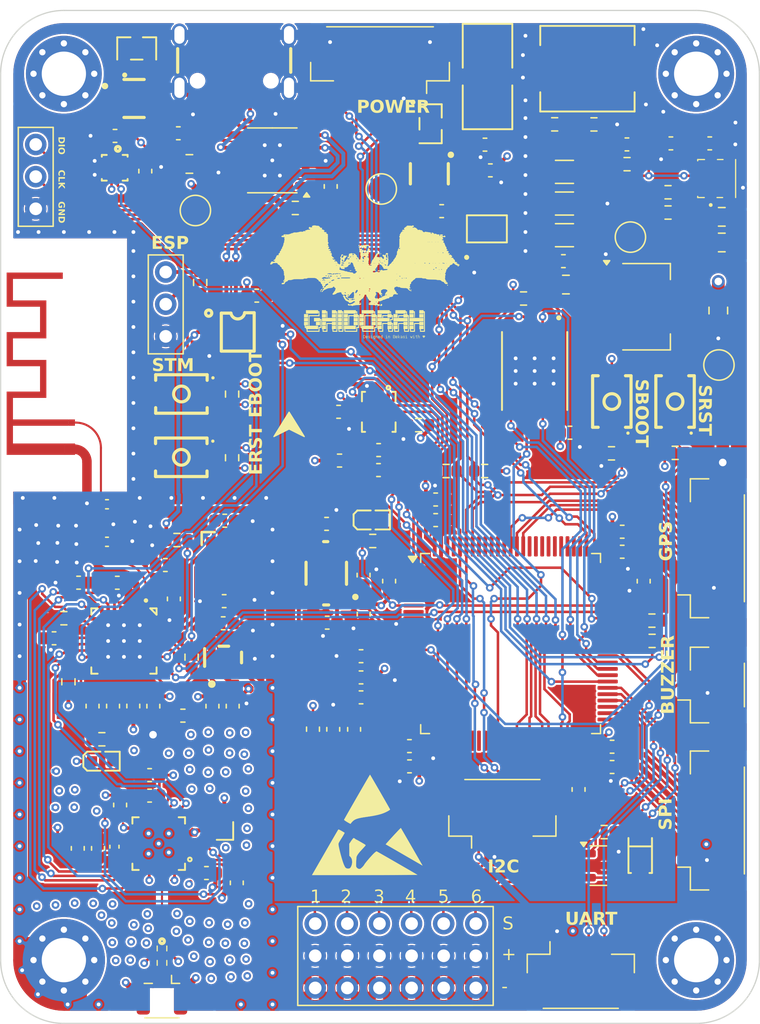
<source format=kicad_pcb>
(kicad_pcb (version 20241229) (generator "pcbnew") (generator_version "9.0")
  (layers (0 "F.Cu" signal) (4 "In1.Cu" power) (6 "In2.Cu" power) (2 "B.Cu" signal) (13 "F.Paste" user) (15 "B.Paste" user) (5 "F.SilkS" user "F.Silkscreen") (7 "B.SilkS" user "B.Silkscreen") (1 "F.Mask" user) (3 "B.Mask" user) (25 "Edge.Cuts" user))
  (net 0 "")
  (net 1 "Net-(AE1-Pad1)")
  (net 2 "GND")
  (net 3 "+3.3V")
  (net 4 "STM32_XTAL_IN")
  (net 5 "STM32_XTAL_OUT")
  (net 6 "Net-(U1-VDD)")
  (net 7 "STM32_NRST")
  (net 8 "Net-(C8-Pad1)")
  (net 9 "Net-(C9-Pad2)")
  (net 10 "Net-(U2-VDDA)")
  (net 11 "+5V")
  (net 12 "Net-(U6-VCAPL)")
  (net 13 "Net-(U6-VCAPH)")
  (net 14 "+BATT_SAFE")
  (net 15 "+SYS_POWER")
  (net 16 "Net-(U8-BS)")
  (net 17 "Net-(U8-LX)")
  (net 18 "Net-(U8-VCC)")
  (net 19 "Net-(C36-Pad1)")
  (net 20 "Net-(U10-VCAPL)")
  (net 21 "Net-(U10-VCAPH)")
  (net 22 "+USB_VBUS")
  (net 23 "Net-(U11-VDD)")
  (net 24 "ESP32_EN")
  (net 25 "ESP32_XTAL_P")
  (net 26 "RF_VDD")
  (net 27 "ESP32_XTAL_N")
  (net 28 "Net-(U13-IN)")
  (net 29 "ESP32_LNA_IN")
  (net 30 "Net-(D1-K)")
  (net 31 "Net-(D1-A)")
  (net 32 "Net-(D2-A)")
  (net 33 "Net-(D3-A)")
  (net 34 "STM32_TIM1_CH2")
  (net 35 "STM32_TIM1_CH3")
  (net 36 "+BATT_RAW")
  (net 37 "STM32_TIM1_CH4")
  (net 38 "STM32_TIM1_CH1")
  (net 39 "STM32_I2C1_SDA")
  (net 40 "STM32_I2C1_SCL")
  (net 41 "STM32_SWDIO")
  (net 42 "STM32_SWCLK")
  (net 43 "STM32_USART2_RX")
  (net 44 "STM32_USART2_TX")
  (net 45 "STM32_USART3_RX")
  (net 46 "STM32_USART3_TX")
  (net 47 "STM32_ISP2_SCK")
  (net 48 "STM32_ISP2_MOSI")
  (net 49 "STM32_ISP2_MISO")
  (net 50 "STM32_ISP2_NSS")
  (net 51 "TP3U_SEL")
  (net 52 "Net-(Q1-B)")
  (net 53 "Net-(Q2-G)")
  (net 54 "Net-(Q3-G)")
  (net 55 "STM32_BUZZER_CTRL")
  (net 56 "STM32_BOOT")
  (net 57 "STM32_IMU_CS")
  (net 58 "STM32_USB_DN")
  (net 59 "Net-(U2-PA11)")
  (net 60 "STM32_USB_DP")
  (net 61 "Net-(U2-PA12)")
  (net 62 "Net-(U2-PC13)")
  (net 63 "STM32_QSPI_NCS")
  (net 64 "Net-(U8-EN)")
  (net 65 "Net-(U8-ILMT)")
  (net 66 "Net-(U8-FB)")
  (net 67 "ESP32_BOOT")
  (net 68 "ESP32_NSS")
  (net 69 "SX_DIO1")
  (net 70 "Net-(U12-GPIO10)")
  (net 71 "Net-(U12-GPIO19)")
  (net 72 "ESP32_USB_DP")
  (net 73 "Net-(U12-GPIO18)")
  (net 74 "ESP32_USB_DN")
  (net 75 "STM32_ISP1_MISO")
  (net 76 "STM32_IMU_INT")
  (net 77 "STM32_ISP1_SCK")
  (net 78 "STM32_ISP1_MOSI")
  (net 80 "STM32_SDMMC1_D3")
  (net 83 "STM32_QSPI_IO1")
  (net 96 "STM32_TIM4_CH1")
  (net 99 "STM32_TIM5_CH2")
  (net 100 "STM32_TIM5_CH4")
  (net 101 "STM32_QSPI_IO2")
  (net 104 "STM32_SDMMC1_D1")
  (net 106 "STM32_SDMMC1_D0")
  (net 107 "STM32_TIM5_CH3")
  (net 112 "STM32_BARO_INT")
  (net 119 "STM32_TIM5_CH1")
  (net 120 "STM32_USART1_RX")
  (net 121 "STM32_QSPI_CLK")
  (net 122 "STM32_SDMMC1_D2")
  (net 123 "STM32_USART1_TX")
  (net 125 "STM32_SDMMC1_CMD")
  (net 127 "STM32_TIM4_CH2")
  (net 128 "STM32_QSPI_IO3")
  (net 129 "STM32_QSPI_IO0")
  (net 130 "STM32_SDMMC1_CLK")
  (net 132 "STM32_INA_ALERT")
  (net 134 "USB_DN")
  (net 135 "USB_DP")
  (net 136 "USB_CC2")
  (net 137 "USB_CC1")
  (net 144 "ESP32_SCK")
  (net 145 "ESP32_MOSI")
  (net 149 "ESP32_MISO")
  (net 150 "SX_RESET")
  (net 154 "Net-(U14-VR_PA)")
  (net 155 "Net-(U14-DCC_FB)")
  (net 156 "Net-(FL1-OUT)")
  (net 157 "Net-(FL1-IN)")
  (net 158 "SX_BUSY")
  (net 160 "SX_XTA")
  (net 162 "SX_XTB")
  (footprint "Resistor_SMD:R_0603_1608Metric" (layer "F.Cu") (at 138.304669 90.3 90)
    (property "Reference" "R19" (hide yes))
    (property "Value" "10K" (hide yes))
  )
  (footprint "easyeda2kicad:SOD-123FL_L2.7-W1.8-LS3.8-RD" (layer "F.Cu") (at 170.575 126.74 -90)
    (property "Reference" "D1" (hide yes))
    (property "Value" "DSK34" (hide yes))
  )
  (footprint "Connector_JST:JST_GH_BM04B-GHS-TBT_1x04-1MP_P1.25mm_Vertical" (layer "F.Cu") (at 159.675 123.35)
    (property "Reference" "J2" (hide yes))
    (property "Value" "I2C Connection" (hide yes))
  )
  (footprint "easyeda2kicad:FILTER-SMD_4P-L1.0-W0.5-L" (layer "F.Cu") (at 132.76 134.65 -90)
    (property "Reference" "FL1" (hide yes))
    (property "Value" "2450FM07D0034T" (hide yes))
  )
  (footprint "easyeda2kicad:MSOP-10_L3.0-W3.0-P0.50-LS4.9-BL" (layer "F.Cu") (at 138.75 85.404669 -90)
    (property "Reference" "U9" (hide yes))
    (property "Value" "TP3USB30M10" (hide yes))
  )
  (footprint "Capacitor_SMD:C_0603_1608Metric" (layer "F.Cu") (at 129.225 105.2 180)
    (property "Reference" "C48" (hide yes))
    (property "Value" "100nF" (hide yes))
  )
  (footprint "Capacitor_SMD:C_0603_1608Metric" (layer "F.Cu") (at 133.7 106.475 -90)
    (property "Reference" "C53" (hide yes))
    (property "Value" "10nF" (hide yes))
  )
  (footprint "Resistor_SMD:R_0603_1608Metric" (layer "F.Cu") (at 133.94 101.825)
    (property "Reference" "R24" (hide yes))
    (property "Value" "22" (hide yes))
  )
  (footprint "easyeda2kicad:PinHeader_3Row_Custom" (layer "F.Cu") (at 144.875 132.12)
    (property "Reference" "J10" (hide yes))
    (property "Value" "AUX Timer Connection" (hide yes))
  )
  (footprint "Capacitor_SMD:C_0603_1608Metric" (layer "F.Cu") (at 158.3 70.6)
    (property "Reference" "C31" (hide yes))
    (property "Value" "100nF" (hide yes))
  )
  (footprint "Capacitor_SMD:C_0603_1608Metric" (layer "F.Cu") (at 126.165 105.195)
    (property "Reference" "C45" (hide yes))
    (property "Value" "100nF" (hide yes))
  )
  (footprint "Capacitor_SMD:C_0603_1608Metric" (layer "F.Cu") (at 137.725 100.3)
    (property "Reference" "C46" (hide yes))
    (property "Value" "22pF" (hide yes))
  )
  (footprint "Capacitor_SMD:C_0603_1608Metric" (layer "F.Cu") (at 169.15 101.17 180)
    (property "Reference" "C21" (hide yes))
    (property "Value" "4.7uF" (hide yes))
  )
  (footprint "Capacitor_SMD:C_0603_1608Metric" (layer "F.Cu") (at 148.71 107.675 -90)
    (property "Reference" "C16" (hide yes))
    (property "Value" "100nF" (hide yes))
  )
  (footprint "Capacitor_SMD:C_0603_1608Metric" (layer "F.Cu") (at 140.254669 82.525)
    (property "Reference" "C41" (hide yes))
    (property "Value" "100nF" (hide yes))
  )
  (footprint "Capacitor_SMD:C_0603_1608Metric" (layer "F.Cu") (at 136.75 114.945 90)
    (property "Reference" "C57" (hide yes))
    (property "Value" "22uF" (hide yes))
  )
  (footprint "Resistor_SMD:R_0603_1608Metric" (layer "F.Cu") (at 172.775 75.96 180)
    (property "Reference" "R12" (hide yes))
    (property "Value" "10K" (hide yes))
  )
  (footprint "Capacitor_SMD:C_0603_1608Metric" (layer "F.Cu") (at 127.7 126.175 -90)
    (property "Reference" "C68" (hide yes))
    (property "Value" "10nF" (hide yes))
  )
  (footprint "Capacitor_SMD:C_0603_1608Metric" (layer "F.Cu") (at 154.875 75.85 180)
    (property "Reference" "C29" (hide yes))
    (property "Value" "2.2uF" (hide yes))
  )
  (footprint "Capacitor_SMD:C_0603_1608Metric" (layer "F.Cu") (at 164.5 79.8)
    (property "Reference" "C40" (hide yes))
    (property "Value" "100nF" (hide yes))
  )
  (footprint "Capacitor_SMD:C_0402_1005Metric" (layer "F.Cu") (at 128.41 99)
    (property "Reference" "C60" (hide yes))
    (property "Value" "5.5pF" (hide yes))
  )
  (footprint "Capacitor_SMD:C_0603_1608Metric" (layer "F.Cu") (at 124.225 109.585 180)
    (property "Reference" "C47" (hide yes))
    (property "Value" "100nF" (hide yes))
  )
  (footprint "Resistor_SMD:R_0603_1608Metric" (layer "F.Cu") (at 125.36 113.02 90)
    (property "Reference" "R22" (hide yes))
    (property "Value" "10K" (hide yes))
  )
  (footprint "Capacitor_SMD:C_0805_2012Metric" (layer "F.Cu") (at 164.7 81.65)
    (property "Reference" "C27" (hide yes))
    (property "Value" "10uF" (hide yes))
  )
  (footprint "easyeda2kicad:KEY-SMD_L4.0-W3.0-LS4.9-1" (layer "F.Cu") (at 173.33 90.88 90)
    (property "Reference" "SW2" (hide yes))
    (property "Value" "TACTILE SWITCH" (hide yes))
  )
  (footprint "Connector_JST:JST_GH_SM06B-GHS-TB_1x06-1MP_P1.25mm_Horizontal" (layer "F.Cu") (at 176.25 123.975 90)
    (property "Reference" "J7" (hide yes))
    (property "Value" "SPI Connection" (hide yes))
  )
  (footprint "Connector_JST:JST_GH_SM04B-GHS-TB_1x04-1MP_P1.25mm_Horizontal" (layer "F.Cu") (at 165.875 136.25)
    (property "Reference" "J6" (hide yes))
    (property "Value" "UART Connection" (hide yes))
  )
  (footprint "Capacitor_SMD:C_0603_1608Metric" (layer "F.Cu") (at 169.525 70.58 180)
    (property "Reference" "C36" (hide yes))
    (property "Value" "200pF" (hide yes))
  )
  (footprint "Capacitor_SMD:C_0603_1608Metric" (layer "F.Cu") (at 150.72 105.07 90)
    (property "Reference" "C17" (hide yes))
    (property "Value" "100nF" (hide yes))
  )
  (footprint "Symbol:ESD-Logo_8.9x8mm_SilkScreen" (layer "F.Cu") (at 149 124.3)
    (property "Reference" "REF**" (hide yes))
    (property "Value" "ESD-Logo_8.9x8mm_SilkScreen" (hide yes))
  )
  (footprint "Resistor_SMD:R_0603_1608Metric" (layer "F.Cu") (at 167.725 124.89)
    (property "Reference" "R1" (hide yes))
    (property "Value" "10K" (hide yes))
  )
  (footprint "Inductor_SMD:L_0603_1608Metric" (layer "F.Cu") (at 146.8 95.55 180)
    (property "Reference" "FB1" (hide yes))
    (property "Value" "FerriteBead" (hide yes))
  )
  (footprint "Resistor_SMD:R_0603_1608Metric" (layer "F.Cu") (at 169.535 72.14)
    (property "Reference" "R14" (hide yes))
    (property "Value" "1K" (hide yes))
  )
  (footprint "easyeda2kicad:KEY-SMD_L4.0-W3.0-LS4.9-1" (layer "F.Cu") (at 134.289669 90.29 180)
    (property "Reference" "SW3" (hide yes))
    (property "Value" "TACTILE SWITCH" (hide yes))
  )
  (footprint "Library:Chevron-Top" (layer "F.Cu") (at 142.81 92.69)
    (property "Reference" "G***" (hide yes))
    (property "Value" "LOGO" (hide yes))
  )
  (footprint "Inductor_SMD:L_0402_1005Metric" (layer "F.Cu") (at 127.93 100.485 90)
    (property "Reference" "L2" (hide yes))
    (property "Value" "1.5nH" (hide yes))
  )
  (footprint "Resistor_SMD:R_0603_1608Metric" (layer "F.Cu") (at 128.005 117.56)
    (property "Reference" "R23" (hide yes))
    (property "Value" "100" (hide yes))
  )
  (footprint "Capacitor_SMD:C_0603_1608Metric" (layer "F.Cu") (at 138.35 114.945 90)
    (property "Reference" "C56" (hide yes))
    (property "Value" "10uF" (hide yes))
  )
  (footprint "Capacitor_SMD:C_0603_1608Metric" (layer "F.Cu") (at 128.89 114.94 -90)
    (property "Reference" "C52" (hide yes))
    (property "Value" "10nF" (hide yes))
  )
  (footprint "Capacitor_SMD:C_0603_1608Metric" (layer "F.Cu") (at 154.4 98.625 180)
    (property "Reference" "C22" (hide yes))
    (property "Value" "4.7uF" (hide yes))
  )
  (footprint "easyeda2kicad:IND-SMD_L7.3-W6.6" (layer "F.Cu") (at 166.4 64.6)
    (property "Reference" "L1" (hide yes))
    (property "Value" "MHCI06030-1R5M-R8A" (hide yes))
  )
  (footprint "Resistor_SMD:R_0603_1608Metric" (layer "F.Cu") (at 163.81 68.995 180)
    (property "Reference" "R15" (hide yes))
    (property "Value" "100K" (hide yes))
  )
  (footprint "TestPoint:TestPoint_Pad_D2.0mm" (layer "F.Cu") (at 176.8 88)
    (property "Reference" "TP3" (hide yes))
    (property "Value" "TestPoint 5V" (hide yes))
  )
  (footprint "Capacitor_SMD:C_0402_1005Metric" (layer "F.Cu") (at 128.41 101.965)
    (property "Reference" "C59" (hide yes))
    (property "Value" "6.6pF" (hide yes))
  )
  (footprint "Library:signature" (layer "F.Cu") (at 151.125 85.775)
    (property "Reference" "G***" (hide yes))
    (property "Value" "LOGO" (hide yes))
  )
  (footprint "Capacitor_SMD:C_0603_1608Metric" (layer "F.Cu") (at 145.775 100.55)
    (property "Reference" "C3" (hide yes))
    (property "Value" "22pF" (hide yes))
  )
  (footprint "Resistor_SMD:R_0603_1608Metric" (layer "F.Cu") (at 172.775 74.36 180)
    (property "Reference" "R13" (hide yes))
    (property "Value" "10K" (hide yes))
  )
  (footprint "Capacitor_SMD:C_0603_1608Metric" (layer "F.Cu") (at 148.5 111)
    (property "Reference" "C6" (hide yes))
    (property "Value" "100nF" (hide yes))
  )
  (footprint "easyeda2kicad:WSON-8_L6.0-W5.0-P1.27-BL-EP" (layer "F.Cu") (at 162.225 88.475 180)
    (property "Reference" "U3" (hide yes))
    (property "Value" "W25Q128JVPIQTR" (hide yes))
  )
  (footprint "Resistor_SMD:R_0603_1608Metric" (layer "F.Cu") (at 155.225 96.375)
    (property "Reference" "R8" (hide yes))
    (property "Value" "2.2K" (hide yes))
  )
  (footprint "Capacitor_SMD:C_0603_1608Metric" (layer "F.Cu") (at 146.1 73.9 90)
    (property "Reference" "C44" (hide yes))
    (property "Value" "1uF" (hide yes))
  )
  (footprint "Capacitor_SMD:C_0603_1608Metric" (layer "F.Cu") (at 152.33 119.7)
    (property "Reference" "C12" (hide yes))
    (property "Value" "4.7uF" (hide yes))
  )
  (footprint "easyeda2kicad:SENSORM-SMD_BMP388" (layer "F.Cu") (at 129.02 72.43)
    (property "Reference" "U4" (hide yes))
    (property "Value" "BMP388" (hide yes))
  )
  (footprint "TestPoint:TestPoint_Pad_D2.0mm" (layer "F.Cu") (at 150.1 74.1)
    (property "Reference" "TP1" (hide yes))
    (property "Value" "TestPoint VBAT_RAW" (hide yes))
  )
  (footprint "Resistor_SMD:R_0603_1608Metric" (layer "F.Cu") (at 153.05 92.75 180)
    (property "Reference" "R3" (hide yes))
    (property "Value" "10K" (hide yes))
  )
  (footprint "easyeda2kicad:MountingHole_3.5mm_Pad_Via_Custom" (layer "F.Cu") (at 125 135)
    (property "Reference" "REF**" (hide yes))
    (property "Value" "MountingHole_3.5mm_Pad_Via_Custom" (hide yes))
  )
  (footprint "Capacitor_SMD:C_0603_1608Metric" (layer "F.Cu") (at 146.3 116.7725 90)
    (property "Reference" "C20" (hide yes))
    (property "Value" "100nF" (hide yes))
  )
  (footprint "Capacitor_SMD:C_0603_1608Metric" (layer "F.Cu") (at 137.675 106.65)
    (property "Reference" "C49" (hide yes))
    (property "Value" "22pF" (hide yes))
  )
  (footprint "easyeda2kicad:SOT-23-5_L2.9-W1.6-P0.95-LS2.8-BL" (layer "F.Cu") (at 137.65 111.1)
    (property "Reference" "U13" (hide yes))
    (property "Value" "TLV75733PDBVR" (hide yes))
  )
  (footprint "Capacitor_SMD:C_0603_1608Metric" (layer "F.Cu") (at 149.88 96.3 180)
    (property "Reference" "C4" (hide yes))
    (property "Value" "4.7uF" (hide yes))
  )
  (footprint "Capacitor_SMD:C_0805_2012Metric" (layer "F.Cu") (at 134.925 72.125 180)
    (property "Reference" "C43" (hide yes))
    (property "Value" "10uF" (hide yes))
  )
  (footprint "Capacitor_SMD:C_0603_1608Metric" (layer "F.Cu") (at 147.95 116.775 -90)
    (property "Reference" "C23" (hide yes))
    (property "Value" "4.7uF" (hide yes))
  )
  (footprint "Capacitor_SMD:C_0603_1608Metric" (layer "F.Cu") (at 127.27 114.94 -90)
    (property "Reference" "C54" (hide yes))
    (property "Value" "100nF" (hide yes))
  )
  (footprint "Capacitor_SMD:C_0603_1608Metric" (layer "F.Cu") (at 145.825 108.35 180)
    (property "Reference" "C2" (hide yes))
    (property "Value" "22pF" (hide yes))
  )
  (footprint "Resistor_SMD:R_0603_1608Metric" (layer "F.Cu") (at 138.304669 95.325 90)
    (property "Reference" "R20" (hide yes))
    (property "Value" "10K" (hide yes))
  )
  (footprint "Capacitor_SMD:C_0603_1608Metric" (layer "F.Cu") (at 148.5 112.675)
    (property "Reference" "C7" (hide yes))
    (property "Value" "4.7uF" (hide yes))
  )
  (footprint "Capacitor_SMD:C_0603_1608Metric" (layer "F.Cu") (at 152.325 118.1 180)
    (property "Reference" "C15" (hide yes))
    (property "Value" "100nF" (hide yes))
  )
  (footprint "Capacitor_SMD:C_1206_3216Metric" (layer "F.Cu") (at 164.585 75.25)
    (property "Reference" "C38" (hide yes))
    (property "Value" "100uF" (hide yes))
  )
  (footprint "Capacitor_SMD:C_0603_1608Metric" (layer "F.Cu") (at 130.49 114.935 -90)
    (property "Reference" "C51" (hide yes))
    (property "Value" "100nF" (hide yes))
  )
  (footprint "easyeda2kicad:MountingHole_3.5mm_Pad_Via_Custom" (layer "F.Cu") (at 125 65)
    (property "Reference" "REF**" (hide yes))
    (property "Value" "MountingHole_3.5mm_Pad_Via_Custom" (hide yes))
  )
  (footprint "Resistor_SMD:R_0603_1608Metric" (layer "F.Cu") (at 135.779669 81.485 -90)
    (property "Reference" "R17" (hide yes))
    (property "Value" "10K" (hide yes))
  )
  (footprint "easyeda2kicad:SOT-23-6_L2.9-W1.6-P0.95-LS2.8-BL-1" (layer "F.Cu") (at 130.55 66.95 -90)
    (property "Reference" "U10" (hide yes))
    (property "Value" "MX74610T" (hide yes))
  )
  (footprint "Package_QFP:LQFP-100_14x14mm_P0.5mm" (layer "F.Cu") (at 160.325 110)
    (property "Reference" "U2" (hide yes))
    (property "Value" "STM32H743VITx" (hide yes))
  )
  (footprint "Capacitor_SMD:C_0603_1608Metric" (layer "F.Cu") (at 137.6 108.4)
    (property "Reference" "C50" (hide yes))
    (property "Value" "10uF" (hide yes))
  )
  (footprint "Capacitor_SMD:C_0402_1005Metric" (layer "F.Cu") (at 129 126.045 -90)
    (property "Reference" "C67" (hide yes))
    (property "Value" "47pF" (hide yes))
  )
  (footprint "easyeda2kicad:QFN-24_L4.0-W4.0-P0.50-BL-EP2.6" (layer "F.Cu") (at 132.5 125.8 90)
    (property "Reference" "U14" (hide yes))
    (property "Value" "SX1280IMLTRT" (hide yes))
  )
  (footprint "Library:ghidorah" (layer "F.Cu") (at 148.8 80.15)
    (property "Reference" "G***" (hide yes))
    (property "Value" "LOGO" (hide yes))
  )
  (footprint "Capacitor_SMD:C_0603_1608Metric" (layer "F.Cu") (at 131.44 72.69 -90)
    (property "Reference" "C26" (hide yes))
    (property "Value" "100nF" (hide yes))
  )
  (footprint "Resistor_SMD:R_0603_1608Metric" (layer "F.Cu") (at 158.275 96.375 180)
    (property "Reference" "R7" (hide yes))
    (property "Value" "2.2K" (hide yes))
  )
  (footprint "easyeda2kicad:SOT-23-3_L2.9-W1.6-P1.90-LS2.8-BR" (layer "F.Cu") (at 130.76 63 -90)
    (property "Reference" "Q3" (hide yes))
    (property "Value" "AO3011A" (hide yes))
  )
  (footprint "easyeda2kicad:MountingHole_3.5mm_Pad_Via_Custom" (layer "F.Cu") (at 175 65)
    (property "Reference" "REF**" (hide yes))
    (property "Value" "MountingHole_3.5mm_Pad_Via_Custom" (hide yes))
  )
  (footprint "easyeda2kicad:SOT-23-6_L2.9-W1.6-P0.95-LS2.8-BL-1" (layer "F.Cu") (at 153.9 72.9 180)
    (property "Reference" "U6" (hide yes))
    (property "Value" "MX74610T" (hide yes))
  )
  (footprint "Capacitor_SMD:C_0603_1608Metric" (layer "F.Cu") (at 133.025 103.8 180)
    (property "Reference" "C55" (hide yes))
    (property "Value" "100nF" (hide yes))
  )
  (footprint "Resistor_SMD:R_0603_1608Metric" (layer "F.Cu") (at 149.425 101.9)
    (property "Reference" "R9" (hide yes))
    (property "Value" "100" (hide yes))
  )
  (footprint "Package_TO_SOT_SMD:SOT-223-3_TabPin2" (layer "F.Cu") (at 171.05 83.4)
    (property "Reference" "U5" (hide yes))
    (property "Value" "SP1117" (hide yes))
  )
  (footprint "Capacitor_SMD:C_0805_2012Metric" (layer "F.Cu") (at 177.025 78.325)
    (property "Reference" "C32" (hide yes))
    (property "Value" "22uF" (hide yes))
  )
  (footprint "Resistor_SMD:R_0603_1608Metric" (layer "F.Cu") (at 135.1 111.075 -90)
    (property "Reference" "R25" (hide yes))
    (property "Value" "22" (hide yes))
  )
  (footprint "Capacitor_SMD:C_0603_1608Metric" (layer "F.Cu") (at 138.675 128.9 -90)
    (property "Reference" "C62" (hide yes))
    (property "Value" "10nF" (hide yes))
  )
  (footprint "Capacitor_SMD:C_0603_1608Metric" (layer "F.Cu") (at 131.78 120.39)
    (property "Reference" "C63" (hide yes))
    (property "Value" "100nF" (hide yes))
  )
  (footprint "Resistor_SMD:R_0603_1608Metric" (layer "F.Cu") (at 171.5 108.19 180)
    (property "Reference" "R6" (hide yes))
    (property "Value" "22" (hide yes))
  )
  (footprint "easyeda2kicad:MSOP-10_L3.0-W3.0-P0.50-LS5.0-BL" (layer "F.Cu") (at 158.45 77.25)
    (property "Reference" "U7" (hide yes))
    (property "Value" "INA226AIDGSR" (hide yes))
  )
  (footprint "easyeda2kicad:LGA-14_L3.0-W2.5-P0.50-TL" (layer "F.Cu") (at 149.9 91.7 -90)
    (property "Reference" "U1" (hide yes))
    (property "Value" "ICM-42605" (hide yes))
  )
  (footprint "Capacitor_SMD:C_0603_1608Metric" (layer "F.Cu") (at 132.075 114.945 90)
    (property "Reference" "C58" (hide yes))
    (property "Value" "22uF" (hide yes))
  )
  (footprint "Connector_Coaxial:U.FL_Hirose_U.FL-R-SMT-1_Vertical" (layer "F.Cu") (at 132.755 137.725 -90)
    (property "Reference" "J9" (hide yes))
    (property "Value" "Conn_Coaxial_Small" (hide yes))
  )
  (footprint "Inductor_SMD:L_0603_1608Metric" (layer "F.Cu") (at 134.4125 115.695 180)
    (property "Reference" "FB3" (hide yes))
    (property "Value" "FerriteBead" (hide yes))
  )
  (footprint "Resistor_SMD:R_0603_1608Metric" (layer "F.Cu") (at 171.515 109.79 180)
    (property "Reference" "R5" (hide yes))
    (property "Value" "22" (hide yes))
  )
  (footprint "Package_TO_SOT_SMD:SOT-23" (layer "F.Cu") (at 167.2625 127.54)
    (property "Reference" "Q1" (hide yes))
    (property "Value" "MMBT3904" (hide yes))
  )
  (footprint "easyeda2kicad:MountingHole_3.5mm_Pad_Via_Custom" (layer "F.Cu") (at 175 135)
    (property "Reference" "REF**" (hide yes))
    (property "Value" "MountingHole_3.5mm_Pad_Via_Custom" (hide yes))
  )
  (footprint "easyeda2kicad:CRYSTAL-SMD_4P-L5.0-W3.2-BL-1" (layer "F.Cu") (at 145.75 104.45 90)
    (property "Reference" "X1" (hide yes))
    (property "Value" "XVFEELNANF-8MHZ" (hide yes))
  )
  (footprint "easyeda2kicad:Texas_SWRA117D_2.4GHz_Right" (layer "F.Cu") (at 125.625 92.55 90)
    (property "Reference" "AE1" (hide yes))
    (property "Value" "PCB Antenna" (hide yes))
  )
  (footprint "Capacitor_SMD:C_0603_1608Metric" (layer "F.Cu") (at 148.5 114.25 180)
    (property "Reference" "C11" (hide yes))
    (property "Value" "100nF" (hide yes))
  )
  (footprint "Capacitor_SMD:C_0603_1608Metric" (layer "F.Cu") (at 146.725 91.7 180)
    (property "Reference" "C1" (hide yes))
    (property "Value" "100nF" (hide yes))
  )
  (footprint "easyeda2kicad:SOT-23-3_L2.9-W1.6-P1.90-LS2.8-BR" (layer "F.Cu") (at 154 68.95 180)
    (property "Reference" "Q2" (hide yes))
    (property "Value" "AO3011A" (hide yes))
  )
  (footprint "Capacitor_SMD:C_1206_3216Metric" (layer "F.Cu") (at 164.585 77.75)
    (property "Reference" "C39" (hide yes))
    (property "Value" "100uF" (hide yes))
  )
  (footprint "TestPoint:TestPoint_Pad_D2.0mm" (layer "F.Cu") (at 169.8 77.9)
    (property "Reference" "TP2" (hide yes))
    (property "Value" "TestPoint SYS_POWER" (hide yes))
  )
  (footprint "easyeda2kicad:PinHeader_1x03_P2.54mm_Vertical_Custom" (layer "F.Cu") (at 133.054669 80.66)
    (property "Reference" "J8" (hide yes))
    (property "Value" "Jumper Pin Select" (hide yes))
  )
  (footprint "Connector_JST:JST_GH_SM06B-GHS-TB_1x06-1MP_P1.25mm_Horizontal" (layer "F.Cu") (at 150 63.85 180)
    (property "Reference" "J1" (hide yes))
    (property "Value" "Power & ESC Signal" (hide yes))
  )
  (footprint "Capacitor_SMD:C_0603_1608Metric" (layer "F.Cu") (at 154.4 100.25)
    (property "Reference" "C19" (hide yes))
    (property "Value" "100nF" (hide yes))
  )
  (footprint "easyeda2kicad:KEY-SMD_L4.0-W3.0-LS4.9-1" (layer "F.Cu") (at 134.279669 95.29 180)
    (property "Reference" "SW4" (hide yes))
    (property "Value" "TACTILE SWITCH" (hide yes))
  )
  (footprint "TestPoint:TestPoint_Pad_D2.0mm" (layer "F.Cu") (at 135.4 75.8)
    (property "Reference" "TP4" (hide yes))
    (property "Value" "TestPoint 3.3V" (hide yes))
  )
  (footprint "easyeda2kicad:LED0603-RD_GREEN" (layer "F.Cu") (at 128.03 119.3)
    (property "Reference" "D3" (hide yes))
    (property "Value" "XL-1608PGC-06" (hide yes))
  )
  (footprint "Connector_JST:JST_GH_SM02B-GHS-TB_1x02-1MP_P1.25mm_Horizontal" (layer "F.Cu") (at 176.25 113.275 90)
    (property "Reference" "J4" (hide yes))
    (property "Value" "Buzzer Connection" (hide yes))
  )
  (footprint "Capacitor_SMD:C_0805_2012Metric" (layer "F.Cu") (at 176.75 83.7 -90)
    (property "Reference" "C28" (hide yes))
    (property "Value" "10uF" (hide yes))
  )
  (footprint "Capacitor_SMD:C_0603_1608Metric" (layer "F.Cu") (at 136.275 128.125)
    (property "Reference" "C61" (hide yes))
    (property "Value" "10nF" (hide yes))
  )
  (footprint "Capacitor_SMD:C_0603_1608Metric" (layer "F.Cu") (at 169.15 102.75)
    (property "Reference" "C18" (hide yes))
    (property "Value" "100nF" (hide yes))
  )
  (footprint "easyeda2kicad:OSC-SMD_4P-L3.2-W2.5-BL_SIT8008BI" (layer "F.Cu") (at 137.7 103.4 -90)
    (property "Reference" "X2" (hide yes))
    (property "Value" "X322540MPB4SI" (hide yes))
  )
  (footprint "Capacitor_SMD:C_0603_1608Metric" (layer "F.Cu") (at 158.725 72.63 180)
    (property "Reference" "C30" (hide yes))
    (property "Value" "100nF" (hide yes))
  )
  (footprint "easyeda2kicad:PinHeader_1x03_P2.54mm_Vertical_Custom" (layer "F.Cu") (at 122.775 70.585)
    (property "Reference" "J3" (hide yes))
    (property "Value" "STM32 Debug Connection" (hide yes))
  )
  (footprint "Capacitor_SMD:C_0603_1608Metric" (layer "F.Cu") (at 126.1 126.175 -90)
    (property "Reference" "C65" (hide yes))
    (property "Value" "100nF" (hide yes))
  )
  (footprint "Resistor_SMD:R_0603_1608Metric" (layer "F.Cu") (at 168.305 94.98)
    (property "Reference" "R2" (hide yes))
    (property "Value" "10K" (hide yes))
  )
  (footprint "Resistor_SMD:R_0603_1608Metric" (layer "F.Cu") (at 143.3 75.6)
    (property "Reference" "R18" (hide yes))
    (property "Value" "1K" (hide yes))
  )
  (footprint "Capacitor_SMD:C_0603_1608Metric" (layer "F.Cu") (at 165.7 121.525 -90)
    (property "Reference" "C8" (hide yes))
    (property "Value" "4.7uF" (hide yes))
  )
  (footprint "Capacitor_SMD:C_0603_1608Metric" (layer "F.Cu") (at 129.45 122.75 90)
    (property "Reference" "C64" (hide yes))
    (property "Value" "470nF" (hide yes))
  )
  (footprint "Capacitor_SMD:C_0603_1608Metric" (layer "F.Cu") (at 134.05 69.7 180)
    (property "Reference" "C42" (hide yes))
    (property "Value" "2.2uF" (hide yes))
  )
  (footprint "Resistor_SMD:R_0603_1608Metric" (layer "F.Cu") (at 161.35 82.75)
    (property "Reference" "R10" (hide yes))
    (property "Value" "10K" (hide yes))
  )
  (footprint "Capacitor_SMD:C_0603_1608Metric" (layer "F.Cu") (at 168.35 119.75 180)
    (property "Reference" "C10" (hide yes))
    (property "Value" "4.7uF" (hide yes))
  )
  (footprint "easyeda2kicad:USB-C_SMD-TYPE-C-31-M-12" (layer "F.Cu") (at 138.47 64.4 180)
    (property "Reference" "USB1" (hide yes))
    (property "Value" "USB-TYPE-C-018" (hide yes))
  )
  (footprint "Resistor_SMD:R_0603_1608Metric" (layer "F.Cu") (at 166.915 69 180)
    (property "Reference" "R16" (hide yes))
    (property "Value" "12K" (hide yes))
  )
  (footprint "Capacitor_SMD:C_0603_1608Metric" (layer "F.Cu") (at 149.89 94.72)
    (property "Reference" "C5" (hide yes))
    (property "Value" "100nF" (hide yes))
  )
  (footprint "Capacitor_SMD:C_0603_1608Metric" (layer "F.Cu") (at 176.075 70.5 180)
    (property "Reference" "C34" (hide yes))
    (property "Value" "100nF" (hide yes))
  )
  (footprint "Capacitor_SMD:C_0603_1608Metric" (layer "F.Cu") (at 173 70.5 180)
    (property "Reference" "C35" (hide yes))
    (property "Value" "4.7uF" (hide yes))
  )
  (footprint "easyeda2kicad:QFN-12_L3.0-W3.0-P0.45-TL-EP" (layer "F.Cu") (at 176.45 73.265 90)
    (property "Reference" "U8" (hide yes))
    (property "Value" "SY8368AQQC" (hide yes))
  )
  (footprint "Inductor_SMD:L_0603_1608Metric" (layer "F.Cu") (at 144.7 116.7625 90)
    (property "Reference" "FB2" (hide yes))
    (property "Value" "FerriteBead" (hide yes))
  )
  (footprint "easyeda2kicad:LED0603-RD_GREEN" (layer "F.Cu") (at 149.4 100.25)
    (property "Reference" "D2" (hide yes))
    (property "Value" "XL-1608PGC-06" (hide yes))
  )
  (footprint "Capacitor_SMD:C_0603_1608Metric" (layer "F.Cu") (at 148.7 104.595 -90)
    (property "Reference" "C13" (hide yes))
    (property "Value" "4.7uF" (hide yes))
  )
  (footprint "Capacitor_SMD:C_1206_3216Metric" (layer "F.Cu") (at 164.585 72.75)
    (property "Reference" "C37" (hide yes))
    (property "Value" "100uF" (hide yes))
  )
  (footprint "Resistor_SMD:R_0603_1608Metric" (layer "F.Cu") (at 173.34 94.94)
    (property "Reference" "R4" (hide yes))
    (property "Value" "10K" (hide yes))
  )
  (footprint "Library:ghidorah-txt" (layer "F.Cu") (at 148.825 84.7)
    (property "Reference" "G***" (hide yes))
    (property "Value" "LOGO" (hide yes))
  )
  (footprint "easyeda2kicad:RES-SMD_L6.4-W3.2_C500733" (layer "F.Cu") (at 158.5 65.22 90)
    (property "Reference" "R11" (hide yes))
    (property "Value" "LR2512D-0.5MR" (hide yes))
  )
  (footprint "Package_SO:SSOP-10-1EP_3.9x4.9mm_P1mm_EP2.1x3.3mm" (layer "F.Cu") (at 141.4825 71.84 180)
    (property "Reference" "U11" (hide yes))
    (property "Value" "CH224K" (hide yes))
  )
  (footprint "Resistor_SMD:R_0603_1608Metric" (layer "F.Cu") (at 125 108)
    (property "Reference" "R21" (hide yes))
    (property "Value" "10K" (hide yes))
  )
  (footprint "Capacitor_SMD:C_0603_1608Metric" (layer "F.Cu") (at 170.85 105.075 90)
    (property "Reference" "C9" (hide yes))
    (property "Value" "4.7uF" (hide yes))
  )
  (footprint "Capacitor_SMD:C_0603_1608Metric" (layer "F.Cu") (at 165.025 93.35)
    (property "Reference" "C24" (hide yes))
    (property "Value" "100nF" (hide yes))
  )
  (footprint "Connector_JST:JST_GH_SM06B-GHS-TB_1x06-1MP_P1.25mm_Horizontal" (layer "F.Cu") (at 176.25 102.475 90)
    (property "Reference" "J5" (hide yes))
    (property "Value" "GPS Connection" (hide yes))
  )
  (footprint "Capacitor_SMD:C_0603_1608Metric" (layer "F.Cu") (at 168.35 118.15)
    (property "Reference" "C14" (hide yes))
    (property "Value" "100nF" (hide yes))
  )
  (footprint "easyeda2kicad:CRYSTAL-SMD_4P-L2.0-W1.6-BL" (layer "F.Cu") (at 137.14 124.05 90)
    (property "Reference" "X3" (hide yes))
    (property "Value" "XC21M4-52.000-F10NNHPL" (hide yes))
  )
  (footprint "easyeda2kicad:QFN-32_L5.0-W5.0-P0.50-TL-EP3.7" (layer "F.Cu") (at 129.75 109.8 -90)
    (property "Reference" "U12" (hide yes))
    (property "Value" "ESP32-C3FH4" (hide yes))
  )
  (footprint "Capacitor_SMD:C_0805_2012Metric" (layer "F.Cu") (at 177.025 76.3)
    (property "Reference" "C33" (hide yes))
    (property "Value" "22uF" (hide yes))
  )
  (footprint "Capacitor_SMD:C_0603_1608Metric" (layer "F.Cu") (at 131.78 122.01)
    (property "Reference" "C66" (hide yes))
    (property "Value" "10nF" (hide yes))
  )
  (footprint "Capacitor_SMD:C_0603_1608Metric" (layer "F.Cu") (at 129.045 69.91 180)
    (property "Reference" "C25" (hide yes))
    (property "Value" "100nF" (hide yes))
  )
  (footprint "easyeda2kicad:KEY-SMD_L4.0-W3.0-LS4.9-1" (layer "F.Cu") (at 168.33 90.88 90)
    (property "Reference" "SW1" (hide yes))
    (property "Value" "TACTILE SWITCH" (hide yes))
  )
  (gr_rect (start 136.9975 138) (end 142.0025 139) (fill yes) (layers "F.Cu" "F.Mask") (net 2))
  (gr_rect (start 130 98) (end 142 99) (fill yes) (layers "F.Cu" "F.Mask") (net 2))
  (gr_rect (start 121 98) (end 124.925 99) (fill yes) (layers "F.Cu" "F.Mask") (net 2))
  (gr_rect (start 121 98) (end 122 135.125) (fill yes) (layers "F.Cu" "F.Mask") (net 2))
  (gr_rect (start 125 138) (end 128.505 139) (fill yes) (layers "F.Cu" "F.Mask") (net 2))
  (gr_rect (start 141 98) (end 142 138.995) (fill yes) (layers "F.Cu" "F.Mask") (net 2))
  (gr_arc (start 125 140) (mid 121.464466 138.535534) (end 120 135) (stroke (width 0.1)) (layer "Edge.Cuts"))
  (gr_arc (start 120 65) (mid 121.464466 61.464466) (end 125 60) (stroke (width 0.1)) (layer "Edge.Cuts"))
  (gr_arc (start 175 60) (mid 178.535534 61.464466) (end 180 65) (stroke (width 0.1)) (layer "Edge.Cuts"))
  (gr_line (start 175 140) (end 125 140) (stroke (width 0.1)) (layer "Edge.Cuts"))
  (gr_line (start 125 60) (end 175 60) (stroke (width 0.1)) (layer "Edge.Cuts"))
  (gr_line (start 180 65) (end 180 135) (stroke (width 0.1)) (layer "Edge.Cuts"))
  (gr_line (start 120 135) (end 120 65) (stroke (width 0.1)) (layer "Edge.Cuts"))
  (gr_arc (start 180 135) (mid 178.535534 138.535534) (end 175 140) (stroke (width 0.1)) (layer "Edge.Cuts"))
  (gr_text "BUZZER" (at 173.4 115.6 90) (layer "F.SilkS") (effects (font (size 1 1) (thickness 0.25) (bold yes)) (justify left bottom)))
  (gr_text "DIO" (at 124.485 69.955 270) (layer "F.SilkS") (effects (font (size 0.5 0.5) (thickness 0.25) (bold yes)) (justify left bottom)))
  (gr_text "POWER" (at 148.15 68.25 0) (layer "F.SilkS") (effects (font (size 1 1) (thickness 0.25) (bold yes)) (justify left bottom)))
  (gr_text "ESP" (at 131.9 79 0) (layer "F.SilkS") (effects (font (size 1 1) (thickness 0.25) (bold yes)) (justify left bottom)))
  (gr_text "SBOOT" (at 170.05 89.1 270) (layer "F.SilkS") (effects (font (size 1 1) (thickness 0.25) (bold yes)) (justify left bottom)))
  (gr_text "UART" (at 164.625 132.375 0) (layer "F.SilkS") (effects (font (size 1 1) (thickness 0.25) (bold yes)) (justify left bottom)))
  (gr_text "SRST" (at 175.05 89.55 270) (layer "F.SilkS") (effects (font (size 1 1) (thickness 0.25) (bold yes)) (justify left bottom)))
  (gr_text "CLK" (at 124.49 72.58 270) (layer "F.SilkS") (effects (font (size 0.5 0.5) (thickness 0.25) (bold yes)) (justify left bottom)))
  (gr_text "ERST" (at 140.825 96.7 90) (layer "F.SilkS") (effects (font (size 1 1) (thickness 0.25) (bold yes)) (justify left bottom)))
  (gr_text "GND" (at 124.49 75.07 270) (layer "F.SilkS") (effects (font (size 0.5 0.5) (thickness 0.25) (bold yes)) (justify left bottom)))
  (gr_text "SPI" (at 173.22 124.75 90) (layer "F.SilkS") (effects (font (size 1 1) (thickness 0.25) (bold yes)) (justify left bottom)))
  (gr_text "STM" (at 131.95 88.65 0) (layer "F.SilkS") (effects (font (size 1 1) (thickness 0.25) (bold yes)) (justify left bottom)))
  (gr_text "I2C" (at 158.5 128.25 0) (layer "F.SilkS") (effects (font (size 1 1) (thickness 0.25) (bold yes)) (justify left bottom)))
  (gr_text "EBOOT" (at 140.81 92.175 90) (layer "F.SilkS") (effects (font (size 1 1) (thickness 0.25) (bold yes)) (justify left bottom)))
  (gr_text "GPS" (at 173.25 103.5 90) (layer "F.SilkS") (effects (font (size 1 1) (thickness 0.25) (bold yes)) (justify left bottom)))
  (segment (start 125.93 92.55) (end 125.625 92.55) (width 0.164) (layer "F.Cu") (net 1))
  (segment (start 127.93 100) (end 127.93 99) (width 0.164) (layer "F.Cu") (net 1))
  (segment (start 127.93 94.55) (end 127.93 99) (width 0.164) (layer "F.Cu") (net 1))
  (arc (start 125.93 92.55) (mid 127.344213 93.135786) (end 127.93 94.55) (width 0.164) (layer "F.Cu") (net 1))
  (segment (start 167.48 95.955) (end 167.5 95.975) (width 0.3) (layer "F.Cu") (net 2))
  (segment (start 130.5 116.795) (end 130.5 115.72) (width 0.3) (layer "F.Cu") (net 2))
  (segment (start 145.05 108.96) (end 145.49 109.4) (width 0.3) (layer "F.Cu") (net 2))
  (segment (start 146.88 114.25) (end 146.3 114.83) (width 0.3) (layer "F.Cu") (net 2))
  (segment (start 127.434848 71.88) (end 127.54 71.88) (width 0.3) (layer "F.Cu") (net 2))
  (segment (start 166.8 122.3) (end 168.25 120.85) (width 0.3) (layer "F.Cu") (net 2))
  (segment (start 151.875 66.943645) (end 151.868645 66.95) (width 0.5) (layer "F.Cu") (net 2))
  (segment (start 151.55 118.1) (end 151.55 119.695) (width 0.3) (layer "F.Cu") (net 2))
  (segment (start 135.215 68.205) (end 135.21 68.21) (width 0.3) (layer "F.Cu") (net 2))
  (segment (start 137.05 128.95) (end 136.75 129.25) (width 0.2) (layer "F.Cu") (net 2))
  (segment (start 133.7 107.25) (end 133.7 107.8) (width 0.3) (layer "F.Cu") (net 2))
  (segment (start 135.49 124.75) (end 135.34 124.9) (width 0.3) (layer "F.Cu") (net 2))
  (segment (start 178.67 73.995) (end 178.695 73.995) (width 0.5) (layer "F.Cu") (net 2))
  (segment (start 137.69 123.35) (end 137.69 122.2) (width 0.3) (layer "F.Cu") (net 2))
  (segment (start 146.55 102.2) (end 146.55 100.55) (width 0.3) (layer "F.Cu") (net 2))
  (segment (start 145.95 91.7) (end 145.95 92.25) (width 0.3) (layer "F.Cu") (net 2))
  (segment (start 172.225 70.5) (end 172.225 71.75) (width 0.2) (layer "F.Cu") (net 2))
  (segment (start 125.36 113.845) (end 125.36 114.91) (width 0.3) (layer "F.Cu") (net 2))
  (segment (start 176.15 74.015) (end 176.56 74.425) (width 0.3) (layer "F.Cu") (net 2))
  (segment (start 146.55 100.55) (end 146.55 99.45) (width 0.3) (layer "F.Cu") (net 2))
  (segment (start 129.89 72.43) (end 129.89 72.93) (width 0.3) (layer "F.Cu") (net 2))
  (segment (start 151.875 65.35) (end 151.875 66.943645) (width 0.5) (layer "F.Cu") (net 2))
  (segment (start 127.12 69.91) (end 127.11 69.9) (width 0.3) (layer "F.Cu") (net 2))
  (segment (start 169.575 104.1) (end 169.175 104.5) (width 0.3) (layer "F.Cu") (net 2))
  (segment (start 169.125 119.75) (end 169.125 120.375) (width 0.3) (layer "F.Cu") (net 2))
  (segment (start 148.89 92.2) (end 148.4 92.2) (width 0.3) (layer "F.Cu") (net 2))
  (segment (start 127.7 126.95) (end 126.1 126.95) (width 0.2) (layer "F.Cu") (net 2))
  (segment (start 149.39 103.82) (end 149.71 104.14) (width 0.3) (layer "F.Cu") (net 2))
  (segment (start 169.125 120.375) (end 168.65 120.85) (width 0.3) (layer "F.Cu") (net 2))
  (segment (start 130.59 124.55) (end 129.725 124.55) (width 0.2) (layer "F.Cu") (net 2))
  (segment (start 139.897858 100.3) (end 139.931328 100.33347) (width 0.3) (layer "F.Cu") (net 2))
  (segment (start 124.34 105.19) (end 125.385 105.19) (width 0.2) (layer "F.Cu") (net 2))
  (segment (start 167.98 74.26) (end 167.98 75.25) (width 0.5) (layer "F.Cu") (net 2))
  (segment (start 157.95 72.63) (end 157.95 71.59) (width 0.3) (layer "F.Cu") (net 2))
  (segment (start 178.7 75.575) (end 178.7 74) (width 0.3) (layer "F.Cu") (net 2))
  (segment (start 132.25 103.8) (end 132.25 102.501488) (width 0.3) (layer "F.Cu") (net 2))
  (segment (start 138.35 114.17) (end 139 114.17) (width 0.3) (layer "F.Cu") (net 2))
  (segment (start 155.175 98.349596) (end 154.349557 97.524153) (width 0.3) (layer "F.Cu") (net 2))
  (segment (start 174.9 125.85) (end 175.8 125.85) (width 0.3) (layer "F.Cu") (net 2))
  (segment (start 160.325 86.575) (end 162.225 88.475) (width 0.3) (layer "F.Cu") (net 2))
  (segment (start 138.675 129.675) (end 137.925 129.675) (width 0.2) (layer "F.Cu") (net 2))
  (segment (start 138.375 108.4) (end 139.375 108.4) (width 0.3) (layer "F.Cu") (net 2))
  (segment (start 130.35966 101.965) (end 130.409833 101.914827) (width 0.3) (layer "F.Cu") (net 2))
  (segment (start 136.5 86.404669) (end 136.5 87.29) (width 0.2) (layer "F.Cu") (net 2))
  (segment (start 169.175 104.5) (end 168 104.5) (width 0.3) (layer "F.Cu") (net 2))
  (segment (start 138.5 100.3) (end 139.897858 100.3) (width 0.3) (layer "F.Cu") (net 2))
  (segment (start 154.825 101.491176) (end 154.825 102.325) (width 0.3) (layer "F.Cu") (net 2))
  (segment (start 123.970147 110.105147) (end 123.45 109.585) (width 0.2) (layer "F.Cu") (net 2))
  (segment (start 147.35 100.25) (end 146.55 99.45) (width 0.3) (layer "F.Cu") (net 2))
  (segment (start 133.587646 134.65) (end 134.0208 135.083154) (width 0.2) (layer "F.Cu") (net 2))
  (segment (start 142.294669 84.904669) (end 142.3 84.91) (width 0.2) (layer "F.Cu") (net 2))
  (segment (start 149.65 89.8) (end 149.65 90.44) (width 0.3) (layer "F.Cu") (net 2))
  (segment (start 141.725 66.87) (end 141.725 68.155) (width 0.3) (layer "F.Cu") (net 2))
  (segment (start 136.9 106.65) (end 135.766269 106.65) (width 0.3) (layer "F.Cu") (net 2))
  (segment (start 169.85 105.825) (end 169.875 105.85) (width 0.3) (layer "F.Cu") (net 2))
  (segment (start 148.89 91.7) (end 148.89 92.2) (width 0.3) (layer "F.Cu") (net 2))
  (segment (start 169.6 104.1) (end 169.6 104.075) (width 0.3) (layer "F.Cu") (net 2))
  (segment (start 155.175 100.25) (end 155.175 101.141176) (width 0.3) (layer "F.Cu") (net 2))
  (segment (start 145.665 71.84) (end 145.7 71.875) (width 0.3) (layer "F.Cu") (net 2))
  (segment (start 159.58 73.58) (end 158.95 74.21) (width 0.3) (layer "F.Cu") (net 2))
  (segment (start 132.075 114.17) (end 133.375 114.17) (width 0.3) (layer "F.Cu") (net 2))
  (segment (start 131.585 73.465) (end 132.69 72.36) (width 0.3) (layer "F.Cu") (net 2))
  (segment (start 138.255 113.2) (end 139.23 113.2) (width 0.3) (layer "F.Cu") (net 2))
  (segment (start 130.79 95.29) (end 130.5 95) (width 0.2) (layer "F.Cu") (net 2))
  (segment (start 139.53 101.85) (end 139.931328 101.448672) (width 0.3) (layer "F.Cu") (net 2))
  (segment (start 133.75 127.71) (end 133.75 128.7) (width 0.2) (layer "F.Cu") (net 2))
  (segment (start 155.175 98.625) (end 155.175 100.25) (width 0.3) (layer "F.Cu") (net 2))
  (segment (start 152.65 113) (end 151.28 113) (width 0.2) (layer "F.Cu") (net 2))
  (segment (start 147.725 111) (end 146.58 111) (width 0.3) (layer "F.Cu") (net 2))
  (segment (start 145.05 106.8) (end 145.05 108.35) (width 0.3) (layer "F.Cu") (net 2))
  (segment (start 133.64 120.39) (end 133.65 120.4) (width 0.2) (layer "F.Cu") (net 2))
  (segment (start 166.06 75.25) (end 167.98 75.25) (width 0.5) (layer "F.Cu") (net 2))
  (segment (start 168.65 120.85) (end 168.25 120.85) (width 0.3) (layer "F.Cu") (net 2))
  (segment (start 176.56 74.425) (end 177.22 74.425) (width 0.3) (layer "F.Cu") (net 2))
  (segment (start 136.75 114.17) (end 135.63 114.17) (width 0.3) (layer "F.Cu") (net 2))
  (segment (start 150.72 104.295) (end 149.865 104.295) (width 0.3) (layer "F.Cu") (net 2))
  (segment (start 141.725 68.155) (end 141.74 68.17) (width 0.3) (layer "F.Cu") (net 2))
  (segment (start 131.368304 135.231696) (end 131.35 135.25) (width 0.2) (layer "F.Cu") (net 2))
  (segment (start 128.45 105.311382) (end 129.351139 106.212521) (width 0.3) (layer "F.Cu") (net 2))
  (segment (start 151.275 108.452) (end 151.323 108.5) (width 0.3) (layer "F.Cu") (net 2))
  (segment (start 151.28 113) (end 151.17 112.89) (width 0.2) (layer "F.Cu") (net 2))
  (segment (start 167.9 81.1) (end 167.9 79.3) (width 0.5) (layer "F.Cu") (net 2))
  (segment (start 166.41 77.75) (end 167.98 76.18) (width 0.5) (layer "F.Cu") (net 2))
  (segment (start 136.59 124.75) (end 135.49 124.75) (width 0.3) (layer "F.Cu") (net 2))
  (segment (start 132.555 120.39) (end 132.555 122.01) (width 0.2) (layer "F.Cu") (net 2))
  (segment (start 168.75 69) (end 167.74 69) (width 0.3) (layer "F.Cu") (net 2))
  (segment (start 155.175 101.141176) (end 154.825 101.491176) (width 0.3) (layer "F.Cu") (net 2))
  (segment (start 167.48 94.98) (end 167.48 95.955) (width 0.3) (layer "F.Cu") (net 2))
  (segment (start 151.15 93.5) (end 150.65 93) (width 0.3) (layer "F.Cu") (net 2))
  (segment (start 138.55 102.3) (end 138.55 100.35) (width 0.3) (layer "F.Cu") (net 2))
  (segment (start 177.22 74.425) (end 177.65 73.995) (width 0.3) (layer "F.Cu") (net 2))
  (segment (start 128.89 99) (end 128.89 100.558697) (width 0.3) (layer "F.Cu") (net 2))
  (segment (start 169.925 103.75) (end 169.925 101.17) (width 0.3) (layer "F.Cu") (net 2))
  (segment (start 151.75 93.85) (end 151.4 93.5) (width 0.3) (layer "F.Cu") (net 2))
  (segment (start 132.25 102.501488) (end 131.985522 102.23701) (width 0.3) (layer "F.Cu") (net 2))
  (segment (start 127.54 71.88) (end 127.59 71.93) (width 0.3) (layer "F.Cu") (net 2))
  (segment (start 144.12 71.84) (end 145.665 71.84) (width 0.3) (layer "F.Cu") (net 2))
  (segment (start 167.9 79.3) (end 167.85 79.25) (width 0.5) (layer "F.Cu") (net 2))
  (segment (start 146.1 73.125) (end 146.1 72.275) (width 0.5) (layer "F.Cu") (net 2))
  (segment (start 139.23 113.2) (end 139.6 113.57) (width 0.3) (layer "F.Cu") (net 2))
  (segment (start 132.119669 95.29) (end 130.79 95.29) (width 0.2) (layer "F.Cu") (net 2))
  (segment (start 165.825 117.675) (end 165.825 119.22511) (width 0.3) (layer "F.Cu") (net 2))
  (segment (start 145.05 108.35) (end 145.05 108.96) (width 0.3) (layer "F.Cu") (net 2))
  (segment (start 150.655 96.3) (end 150.655 94.73) (width 0.3) (layer "F.Cu") (net 2))
  (segment (start 145.95 92.25) (end 146.75 93.05) (width 0.3) (layer "F.Cu") (net 2))
  (segment (start 151.85 93.85) (end 151.85 94.3) (width 0.3) (layer "F.Cu") (net 2))
  (segment (start 144.12 71.84) (end 144.12 72.84) (width 0.3) (layer "F.Cu") (net 2))
  (segment (start 157.45 79.5) (end 157.45 80.7) (width 0.3) (layer "F.Cu") (net 2))
  (segment (start 151.85 94.3) (end 151.43 94.72) (width 0.3) (layer "F.Cu") (net 2))
  (segment (start 130.5 91) (end 131.419669 91) (width 0.2) (layer "F.Cu") (net 2))
  (segment (start 169.725 105.825) (end 169.85 105.825) (width 0.3) (layer "F.Cu") (net 2))
  (segment (start 128.89 101.965) (end 130.35966 101.965) (width 0.3) (layer "F.Cu") (net 2))
  (segment (start 168.35 126.96) (end 168.87 126.44) (width 0.3) (layer "F.Cu") (net 2))
  (segment (start 169.125 118.15) (end 169.125 119.75) (width 0.3) (layer "F.Cu") (net 2))
  (segment (start 146.75 93.05) (end 147.55 93.05) (width 0.3) (layer "F.Cu") (net 2))
  (segment (start 169.6 104.075) (end 169.925 103.75) (width 0.3) (layer "F.Cu") (net 2))
  (segment (start 129 126.525) (end 128.125 126.525) (width 0.2) (layer "F.Cu") (net 2))
  (segment (start 137.65 112.595) (end 138.255 113.2) (width 0.3) (layer "F.Cu") (net 2))
  (segment (start 125.825 94.65) (end 125.475 94.65) (width 0.75) (layer "F.Cu") (net 2))
  (segment (start 149.65 92.96) (end 150.65 92.96) (width 0.3) (layer "F.Cu") (net 2))
  (segment (start 147.899265 108.800735) (end 148.25 108.45) (width 0.3) (layer "F.Cu") (net 2))
  (segment (start 177.975 76.3) (end 178.7 75.575) (width 0.3) (layer "F.Cu") (net 2))
  (segment (start 126.825 95.65) (end 126.825 98.925) (width 0.75) (layer "F.Cu") (net 2))
  (segment (start 148.965223 89.652232) (end 149.502232 89.652232) (width 0.3) (layer "F.Cu") (net 2))
  (segment (start 130.49 115.71) (end 127.275 115.71) (width 1) (layer "F.Cu") (net 2))
  (segment (start 165.8 93.35) (end 165.8 94.475) (width 0.3) (layer "F.Cu") (net 2))
  (segment (start 134.23 137.604233) (end 135.430721 136.403512) (width 0.5) (layer "F.Cu") (net 2))
  (segment (start 127.59 71.93) (end 128.15 71.93) (width 0.3) (layer "F.Cu") (net 2))
  (segment (start 168.35 127.54) (end 168.35 126.96) (width 0.3) (layer "F.Cu") (net 2))
  (segment (start 132.925 72.125) (end 132.69 72.36) (width 0.3) (layer "F.Cu") (net 2))
  (segment (start 128.27 69.91) (end 127.12 69.91) (width 0.3) (layer "F.Cu") (net 2))
  (segment (start 167.44989 120.85) (end 168.25 120.85) (width 0.3) (layer "F.Cu") (net 2))
  (segment (start 133.7 107.8) (end 133.35 108.15) (width 0.3) (layer "F.Cu") (net 2))
  (segment (start 127.23 119.3) (end 126.005 119.3) (width 0.3) (layer "F.Cu") (net 2))
  (segment (start 148.25 108.45) (end 148.71 108.45) (width 0.3) (layer "F.Cu") (net 2))
  (segment (start 145.025 62.5) (end 146.05 62.5) (width 0.3) (layer "F.Cu") (net 2))
  (segment (start 133.25 127.71) (end 133.75 127.71) (width 0.2) (layer "F.Cu") (net 2))
  (segment (start 139.931328 101.448672) (end 139.931328 100.33347) (width 0.3) (layer "F.Cu") (net 2))
  (segment (start 146.3 115.9975) (end 147.9475 115.9975) (width 0.3) (layer "F.Cu") (net 2))
  (segment (start 137.265 72.84) (end 137.225 72.8) (width 0.3) (layer "F.Cu") (net 2))
  (segment (start 124.507248 125.357248) (end 124.507248 124.525467) (width 0.2) (layer "F.Cu") (net 2))
  (segment (start 151.43 94.72) (end 150.665 94.72) (width 0.3) (layer "F.Cu") (net 2))
  (segment (start 146.3 115.9975) (end 146.3 114.83) (width 0.3) (layer "F.Cu") (net 2))
  (segment (start 123.970147 110.491805) (end 123.970147 110.105147) (width 0.2) (layer "F.Cu") (net 2))
  (segment (start 151.85 93.85) (end 151.75 93.85) (width 0.3) (layer "F.Cu") (net 2))
  (segment (start 135.215 66.87) (end 135.215 68.205) (width 0.3) (layer "F.Cu") (net 2))
  (segment (start 133.975 72.125) (end 132.925 72.125) (width 0.3) (layer "F.Cu") (net 2))
  (segment (start 131.28 138.158251) (end 129.89018 136.768431) (width 0.5) (layer "F.Cu") (net 2))
  (segment (start 147.725 112.675) (end 147.725 114.25) (width 0.3) (layer "F.Cu") (net 2))
  (segment (start 137.925 129.675) (end 137.5 130.1) (width 0.2) (layer "F.Cu") (net 2))
  (segment (start 151.555 119.68) (end 151.555 120.875) (width 0.3) (layer "F.Cu") (net 2))
  (segment (start 134.033154 135.083154) (end 134.05 135.1) (width 0.2) (layer "F.Cu") (net 2))
  (segment (start 134.41 125.05) (end 135.19 125.05) (width 0.3) (layer "F.Cu") (net 2))
  (segment (start 165.825 119.22511) (end 167.44989 120.85) (width 0.3) (layer "F.Cu") (net 2))
  (segment (start 147.725 114.25) (end 146.88 114.25) (width 0.3) (layer "F.Cu") (net 2))
  (segment (start 149.502232 89.652232) (end 149.65 89.8) (width 0.3) (layer "F.Cu") (net 2))
  (segment (start 141 84.904669) (end 142.294669 84.904669) (width 0.2) (layer "F.Cu") (net 2))
  (segment (start 139.375 108.4) (end 139.95 108.975) (width 0.3) (layer "F.Cu") (net 2))
  (segment (start 146.58 111) (end 146.56 110.98) (width 0.3) (layer "F.Cu") (net 2))
  (segment (start 177.975 78.325) (end 177.975 76.3) (width 0.3) (layer "F.Cu") (net 2))
  (segment (start 150.65 93) (end 150.65 92.96) (width 0.3) (layer "F.Cu") (net 2))
  (segment (start 135.19 125.05) (end 135.34 124.9) (width 0.3) (layer "F.Cu") (net 2))
  (segment (start 134.0208 135.083154) (end 134.033154 135.083154) (width 0.2) (layer "F.Cu") (net 2))
  (segment (start 177.65 73.995) (end 178.67 73.995) (width 0.5) (layer "F.Cu") (net 2))
  (segment (start 158.95 74.21) (end 158.95 75) (width 0.3) (layer "F.Cu") (net 2))
  (segment (start 129.45 121.975) (end 128.295 121.975) (width 0.2) (layer "F.Cu") (net 2))
  (segment (start 127.275 115.71) (end 127.27 115.715) (width 1) (layer "F.Cu") (net 2))
  (segment (start 148.4 92.2) (end 147.55 93.05) (width 0.3) (layer "F.Cu") (net 2))
  (segment (start 131.419669 91) (end 132.129669 90.29) (width 0.2) (layer "F.Cu") (net 2))
  (segment (start 154.325 118.93647) (end 154.203235 119.058235) (width 0.3) (layer "F.Cu") (net 2))
  (segment (start 132.555 120.39) (end 133.64 120.39) (width 0.2) (layer "F.Cu") (net 2))
  (segment (start 131.75 127.71) (end 132.25 127.71) (width 0.2) (layer "F.Cu") (net 2))
  (segment (start 139 114.17) (end 139.6 113.57) (width 0.3) (layer "F.Cu") (net 2))
  (segment (start 148.6 100.25) (end 147.35 100.25) (width 0.3) (layer "F.Cu") (net 2))
  (segment (start 127.437818 72.98) (end 127.487818 72.93) (width 0.3) (layer "F.Cu") (net 2))
  (segment (start 166.47 72.75) (end 167.98 74.26) (width 0.5) (layer "F.Cu") (net 2))
  (segment (start 126.005 119.3) (end 126 119.295) (width 0.3) (layer "F.Cu") (net 2))
  (segment (start 151.4 93.5) (end 151.15 93.5) (width 0.3) (layer "F.Cu") (net 2))
  (segment (start 157.95 79.5) (end 157.45 79.5) (width 0.3) (layer "F.Cu") (net 2))
  (segment (start 128.89 100.558697) (end 128.913551 100.582248) (width 0.3) (layer "F.Cu") (net 2))
  (segment (start 154.325 117.675) (end 154.325 118.93647) (width 0.3) (layer "F.Cu") (net 2))
  (segment (start 169.875 105.85) (end 170.85 105.85) (width 0.3) (layer "F.Cu") (net 2))
  (segment (start 128.295 121.975) (end 128.29 121.97) (width 0.2) (layer "F.Cu") (net 2))
  (segment (start 146.1 72.275) (end 145.7 71.875) (width 0.5) (layer "F.Cu") (net 2))
  (segment (start 135.63 114.17) (end 135.6 114.2) (width 0.3) (layer "F.Cu") (net 2))
  (segment (start 133.06 134.65) (end 133.587646 134.65) (width 0.2) (layer "F.Cu") (net 2))
  (segment (start 151.323 108.5) (end 152.65 108.5) (width 0.3) (layer "F.Cu") (net 2))
  (segment (start 128.125 126.525) (end 127.7 126.95) (width 0.2) (layer "F.Cu") (net 2))
  (segment (start 176.75 84.65) (end 176.75 85.9) (width 0.5) (layer "F.Cu") (net 2))
  (segment (start 149.865 104.295) (end 149.71 104.14) (width 0.3) (layer "F.Cu") (net 2))
  (segment (start 166.06 72.75) (end 166.47 72.75) (width 0.5) (layer "F.Cu") (net 2))
  (segment (start 159.05 125.3) (end 159.05 126.85) (width 0.3) (layer "F.Cu") (net 2))
  (segment (start 126.1 126.95) (end 124.507248 125.357248) (width 0.2) (layer "F.Cu") (net 2))
  (segment (start 165.25 134.4) (end 165.25 132.7) (width 0.3) (layer "F.Cu") (net 2))
  (segment (start 169.6 104.1) (end 169.575 104.1) (width 0.3) (layer "F.Cu") (net 2))
  (segment (start 136.85 104.5) (end 136.85 106.6) (width 0.3) (layer "F.Cu") (net 2))
  (segment (start 137.05 128.125) (end 137.05 128.95) (width 0.2) (layer "F.Cu") (net 2))
  (segment (start 131.94143 134.65) (end 131.368304 135.223126) (width 0.2) (layer "F.Cu") (net 2))
  (segment (start 165.7 122.3) (end 166.8 122.3) (width 0.3) (layer "F.Cu") (net 2))
  (segment (start 138.845 72.84) (end 137.265 72.84) (width 0.3) (layer "F.Cu") (net 2))
  (segment (start 166.06 77.75) (end 166.41 77.75) (width 0.5) (layer "F.Cu") (net 2))
  (segment (start 131.368304 135.223126) (end 131.368304 135.231696) (width 0.2) (layer "F.Cu") (net 2))
  (segment (start 138.5 101.85) (end 139.53 101.85) (width 0.3) (layer "F.Cu") (net 2))
  (segment (start 132.46 134.65) (end 131.94143 134.65) (width 0.2) (layer "F.Cu") (net 2))
  (segment (start 154.975 62.5) (end 153.95 62.5) (width 0.3) (layer "F.Cu") (net 2))
  (segment (start 167.98 76.18) (end 167.98 75.25) (width 0.5) (layer "F.Cu") (net 2))
  (segment (start 151.555 120.875) (end 151.56 120.88) (width 0.3) (layer "F.Cu") (net 2))
  (segment (start 178.695 73.995) (end 178.7 74) (width 0.5) (layer "F.Cu") (net 2))
  (segment (start 150.15 90.44) (end 149.65 90.44) (width 0.3) (layer "F.Cu") (net 2))
  (segment (start 131.75 127.71) (end 131.75 128.7) (width 0.2) (layer "F.Cu") (net 2))
  (segment (start 160.325 85.465) (end 160.325 86.575) (width 0.3) (layer "F.Cu") (net 2))
  (segment (start 127.487818 72.93) (end 128.15 72.93) (width 0.3) (layer "F.Cu") (net 2))
  (segment (start 148.7 103.82) (end 149.39 103.82) (width 0.3) (layer "F.Cu") (net 2))
  (via (at 129.100481 135.034863) (size 0.6) (drill 0.3) (layers "F.Cu" "B.Cu") (net 2))
  (via (at 128.832792 133.613524) (size 0.6) (drill 0.3) (layers "F.Cu" "B.Cu") (net 2))
  (via (at 130.546246 118.445601) (size 0.6) (drill 0.3) (layers "F.Cu" "B.Cu") (net 2))
  (via (at 135.34 124.9) (size 0.6) (drill 0.3) (layers "F.Cu" "B.Cu") (net 2))
  (via (at 141.5 128.5) (size 0.6) (drill 0.3) (layers "F.Cu" "B.Cu") (net 2))
  (via (at 130.5 95) (size 0.6) (drill 0.3) (layers "F.Cu" "B.Cu") (net 2))
  (via (at 178.10541 68.855794) (size 0.6) (drill 0.3) (layers "F.Cu" "B.Cu") (net 2))
  (via (at 121.75 98.5) (size 0.6) (drill 0.3) (layers "F.Cu" "B.Cu") (net 2))
  (via (at 139.586832 119.893296) (size 0.6) (drill 0.3) (layers "F.Cu" "B.Cu") (net 2))
  (via (at 139.5 136.25) (size 0.6) (drill 0.3) (layers "F.Cu" "B.Cu") (net 2))
  (via (at 139.408587 134.919477) (size 0.6) (drill 0.3) (layers "F.Cu" "B.Cu") (net 2))
  (via (at 132.69 72.36) (size 0.6) (drill 0.3) (layers "F.Cu" "B.Cu") (net 2))
  (via (at 171.914553 62.752383) (size 0.6) (drill 0.3) (layers "F.Cu" "B.Cu") (net 2))
  (via (at 131.675 132.5) (size 0.6) (drill 0.3) (layers "F.Cu" "B.Cu") (net 2))
  (via (at 130.5 79) (size 0.6) (drill 0.3) (layers "F.Cu" "B.Cu") (net 2))
  (via (at 161.5 68.5) (size 0.6) (drill 0.3) (layers "F.Cu" "B.Cu") (net 2))
  (via (at 130.5 89) (size 0.6) (drill 0.3) (layers "F.Cu" "B.Cu") (net 2))
  (via (at 125.818469 122.930412) (size 0.6) (drill 0.3) (layers "F.Cu" "B.Cu") (net 2))
  (via (at 136.417017 116.997541) (size 0.6) (drill 0.3) (layers "F.Cu" "B.Cu") (net 2))
  (via (at 130.5 85) (size 0.6) (drill 0.3) (layers "F.Cu" "B.Cu") (net 2))
  (via (at 172.4 68) (size 0.6) (drill 0.3) (layers "F.Cu" "B.Cu") (net 2))
  (via (at 146.05 62.5) (size 0.6) (drill 0.3) (layers "F.Cu" "B.Cu") (net 2))
  (via (at 136.562022 135.123328) (size 0.6) (drill 0.3) (layers "F.Cu" "B.Cu") (net 2))
  (via (at 146.56 110.98) (size 0.6) (drill 0.3) (layers "F.Cu" "B.Cu") (net 2))
  (via (at 161.5 76) (size 0.6) (drill 0.3) (layers "F.Cu" "B.Cu") (net 2))
  (via (at 127 77.5) (size 0.6) (drill 0.3) (layers "F.Cu" "B.Cu") (net 2))
  (via (at 176.75 85.9) (size 0.6) (drill 0.3) (layers "F.Cu" "B.Cu") (net 2))
  (via (at 126.825 98.925) (size 0.6) (drill 0.3) (layers "F.Cu" "B.Cu") (net 2))
  (via (at 157.45 80.7) (size 0.6) (drill 0.3) (layers "F.Cu" "B.Cu") (net 2))
  (via (at 122.851648 130.735576) (size 0.6) (drill 0.3) (layers "F.Cu" "B.Cu") (net 2))
  (via (at 137.798629 126.12731) (size 0.6) (drill 0.3) (layers "F.Cu" "B.Cu") (net 2))
  (via (at 125.855336 130.502713) (size 0.6) (drill 0.3) (layers "F.Cu" "B.Cu") (net 2))
  (via (at 130.533775 132.211935) (size 0.6) (drill 0.3) (layers "F.Cu" "B.Cu") (net 2))
  (via (at 121.5 106) (size 0.6) (drill 0.3) (layers "F.Cu" "B.Cu") (net 2))
  (via (at 161.5 62) (size 0.6) (drill 0.3) (layers "F.Cu" "B.Cu") (net 2))
  (via (at 127.323264 130.523941) (size 0.6) (drill 0.3) (layers "F.Cu" "B.Cu") (net 2))
  (via (at 128.913551 100.582248) (size 0.6) (drill 0.3) (layers "F.Cu" "B.Cu") (net 2))
  (via (at 141.5 133.5) (size 0.6) (drill 0.3) (layers "F.Cu" "B.Cu") (net 2))
  (via (at 129.89018 136.768431) (size 0.6) (drill 0.3) (layers "F.Cu" "B.Cu") (net 2))
  (via (at 121.7 135.8) (size 0.6) (drill 0.3) (layers "F.Cu" "B.Cu") (net 2))
  (via (at 161.5 79) (size 0.6) (drill 0.3) (layers "F.Cu" "B.Cu") (net 2))
  (via (at 127.437818 72.98) (size 0.6) (drill 0.3) (layers "F.Cu" "B.Cu") (net 2))
  (via (at 141.5 138.5) (size 0.6) (drill 0.3) (layers "F.Cu" "B.Cu") (net 2))
  (via (at 136.75 129.25) (size 0.6) (drill 0.3) (layers "F.Cu" "B.Cu") (net 2))
  (via (at 131.35 135.25) (size 0.6) (drill 0.3) (layers "F.Cu" "B.Cu") (net 2))
  (via (at 121.5 133.5) (size 0.6) (drill 0.3) (layers "F.Cu" "B.Cu") (net 2))
  (via (at 126 119.295) (size 0.6) (drill 0.3) (layers "F.Cu" "B.Cu") (net 2))
  (via (at 178.7 74) (size 0.6) (drill 0.3) (layers "F.Cu" "B.Cu") (net 2))
  (via (at 137.952748 132.172485) (size 0.6) (drill 0.3) (layers "F.Cu" "B.Cu") (net 2))
  (via (at 130.5 116.795) (size 0.6) (drill 0.3) (layers "F.Cu" "B.Cu") (net 2))
  (via (at 121.5 111) (size 0.6) (drill 0.3) (layers "F.Cu" "B.Cu") (net 2))
  (via (at 130.409833 101.914827) (size 0.6) (drill 0.3) (layers "F.Cu" "B.Cu") (net 2))
  (via (at 139.95 108.975) (size 0.6) (drill 0.3) (layers "F.Cu" "B.Cu") (net 2))
  (via (at 123 77.5) (size 0.6) (drill 0.3) (layers "F.Cu" "B.Cu") (net 2))
  (via (at 124.488307 102.047957) (size 0.6) (drill 0.3) (layers "F.Cu" "B.Cu") (net 2))
  (via (at 138.12172 134.993266) (size 0.6) (drill 0.3) (layers "F.Cu" "B.Cu") (net 2))
  (via (at 149.71 104.14) (size 0.6) (drill 0.3) (layers "F.Cu" "B.Cu") (net 2))
  (via (at 168.87 126.44) (size 0.6) (drill 0.3) (layers "F.Cu" "B.Cu") (net 2))
  (via (at 141.5 116) (size 0.6) (drill 0.3) (layers "F.Cu" "B.Cu") (net 2))
  (via (at 138.102674 118.650346) (size 0.6) (drill 0.3) (layers "F.Cu" "B.Cu") (net 2))
  (via (at 124.507248 124.525467) (size 0.6) (drill 0.3) (layers "F.Cu" "B.Cu") (net 2))
  (via (at 130.318735 133.553683) (size 0.6) (drill 0.3) (layers "F.Cu" "B.Cu") (net 2))
  (via (at 121.5 126) (size 0.6) (drill 0.3) (layers "F.Cu" "B.Cu") (net 2))
  (via (at 141.5 118.5) (size 0.6) (drill 0.3) (layers "F.Cu" "B.Cu") (net 2))
  (via (at 128.29 121.97) (size 0.6) (drill 0.3) (layers "F.Cu" "B.Cu") (net 2))
  (via (at 153.95 62.5) (size 0.6) (drill 0.3) (layers "F.Cu" "B.Cu") (net 2))
  (via (at 125.961995 100.69166) (size 0.6) (drill 0.3) (layers "F.Cu" "B.Cu") (net 2))
  (via (at 161.5 77.5) (size 0.6) (drill 0.3) (layers "F.Cu" "B.Cu") (net 2))
  (via (at 136 98.5) (size 0.6) (drill 0.3) (layers "F.Cu" "B.Cu") (net 2))
  (via (at 141.5 106) (size 0.6) (drill 0.3) (layers "F.Cu" "B.Cu") (net 2))
  (via (at 121.5 118.5) (size 0.6) (drill 0.3) (layers "F.Cu" "B.Cu") (net 2))
  (via (at 136.455425 133.598591) (size 0.6) (drill 0.3) (layers "F.Cu" "B.Cu") (net 2))
  (via (at 154.203235 119.058235) (size 0.6) (drill 0.3) (layers "F.Cu" "B.Cu") (net 2))
  (via (at 167.5 95.975) (size 0.6) (drill 0.3) (layers "F.Cu" "B.Cu") (net 2))
  (via (at 159.05 126.85) (size 0.6) (drill 0.3) (layers "F.Cu" "B.Cu") (net 2))
  (via (at 139.438121 125.924839) (size 0.6) (drill 0.3) (layers "F.Cu" "B.Cu") (net 2))
  (via (at 124.467334 103.558389) (size 0.6) (drill 0.3) (layers "F.Cu" "B.Cu") (net 2))
  (via (at 159.58 73.58) (size 0.6) (drill 0.3) (layers "F.Cu" "B.Cu") (net 2))
  (via (at 131.849933 100.739316) (size 0.6) (drill 0.3) (layers "F.Cu" "B.Cu") (net 2))
  (via (at 135.430721 136.403512) (size 0.6) (drill 0.3) (layers "F.Cu" "B.Cu") (net 2))
  (via (at 134.820766 133.409753) (size 0.6) (drill 0.3) (layers "F.Cu" "B.Cu") (net 2))
  (via (at 125.3 138.5) (size 0.6) (drill 0.3) (layers "F.Cu" "B.Cu") (net 2))
  (via (at 138.5 98.5) (size 0.6) (drill 0.3) (layers "F.Cu" "B.Cu") (net 2))
  (via (at 133.284796 118.666894) (size 0.6) (drill 0.3) (layers "F.Cu" "B.Cu") (net 2))
  (via (at 136.408279 120.165822) (size 0.6) (drill 0.3) (layers "F.Cu" "B.Cu") (net 2))
  (via (at 128.787317 132.07137) (size 0.6) (drill 0.3) (layers "F.Cu" "B.Cu") (net 2))
  (via (at 146.55 99.45) (size 0.6) (drill 0.3) (layers "F.Cu" "B.Cu") (net 2))
  (via (at 137.770671 133.674513) (size 0.6) (drill 0.3) (layers "F.Cu" "B.Cu") (net 2))
  (via (at 151.85 93.85) (size 0.6) (drill 0.3) (layers "F.Cu" "B.Cu") (net 2))
  (via (at 124.34 105.19) (size 0.6) (drill 0.3) (layers "F.Cu" "B.Cu") (net 2))
  (via (at 135.21 68.21) (size 0.6) (drill 0.3) (layers "F.Cu" "B.Cu") (net 2))
  (via (at 175.8 125.85) (size 0.6) (drill 0.3) (layers "F.Cu" "B.Cu") (net 2))
  (via (at 165.25 132.7) (size 0.6) (drill 0.3) (layers "F.Cu" "B.Cu") (net 2))
  (via (at 137.225 72.8) (size 0.6) (drill 0.3) (layers "F.Cu" "B.Cu") (net 2))
  (via (at 130.25 135) (size 0.6) (drill 0.3) (layers "F.Cu" "B.Cu") (net 2))
  (via (at 136.435168 118.408004) (size 0.6) (drill 0.3) (layers "F.Cu" "B.Cu") (net 2))
  (via (at 121.5 101) (size 0.6) (drill 0.3) (layers "F.Cu" "B.Cu") (net 2))
  (via (at 148.965223 89.652232) (size 0.6) (drill 0.3) (layers "F.Cu" "B.Cu") (net 2))
  (via (at 141.5 111) (size 0.6) (drill 0.3) (layers "F.Cu" "B.Cu") (net 2))
  (via (at 139.6 113.57) (size 0.6) (drill 0.3) (layers "F.Cu" "B.Cu") (net 2))
  (via (at 124.555448 100.691868) (size 0.6) (drill 0.3) (layers "F.Cu" "B.Cu") (net 2))
  (via (at 126.018173 103.604078) (size 0.6) (drill 0.3) (layers "F.Cu" "B.Cu") (net 2))
  (via (at 135.041258 117.185709) (size 0.6) (drill 0.3) (layers "F.Cu" "B.Cu") (net 2))
  (via (at 135.116457 121.498792) (size 0.6) (drill 0.3) (layers "F.Cu" "B.Cu") (net 2))
  (via (at 161.5 67.1) (size 0.6) (drill 0.3) (layers "F.Cu" "B.Cu") (net 2))
  (via (at 131.985522 102.23701) (size 0.6) (drill 0.3) (layers "F.Cu" "B.Cu") (net 2))
  (via (at 124.400158 120.079703) (size 0.6) (drill 0.3) (layers "F.Cu" "B.Cu") (net 2))
  (via (at 141.5 108.5) (size 0.6) (drill 0.3) (layers "F.Cu" "B.Cu") (net 2))
  (via (at 136.533683 121.446761) (size 0.6) (drill 0.3) (layers "F.Cu" "B.Cu") (net 2))
  (via (at 161.3 63.525) (size 0.6) (drill 0.3) (layers "F.Cu" "B.Cu") (net 2))
  (via (at 139.370525 117.015525) (size 0.6) (drill 0.3) (layers "F.Cu" "B.Cu") (net 2))
  (via (at 131.525 133.65) (size 0.6) (drill 0.3) (layers "F.Cu" "B.Cu") (net 2))
  (via (at 124.25 98.5) (size 0.6) (drill 0.3) (layers "F.Cu" "B.Cu") (net 2))
  (via (at 168.25 120.85) (size 0.6) (drill 0.3) (layers "F.Cu" "B.Cu") (net 2))
  (via (at 134.05 135.1) (size 0.6) (drill 0.3) (layers "F.Cu" "B.Cu") (net 2))
  (via (at 125.36 114.91) (size 0.6) (drill 0.3) (layers "F.Cu" "B.Cu") (net 2))
  (via (at 122.95 137.7) (size 0.6) (drill 0.3) (layers "F.Cu" "B.Cu") (net 2))
  (via (at 139.273238 133.685436) (size 0.6) (drill 0.3) (layers "F.Cu" "B.Cu") (net 2))
  (via (at 138.114478 117.061276) (size 0.6) (drill 0.3) (layers "F.Cu" "B.Cu") (net 2))
  (via (at 130.5 77.5) (size 0.6) (drill 0.3) (layers "F.Cu" "B.Cu") (net 2))
  (via (at 136.653435 136.453851) (size 0.6) (drill 0.3) (layers "F.Cu" "B.Cu") (net 2))
  (via (at 161.5 70) (size 0.6) (drill 0.3) (layers "F.Cu" "B.Cu") (net 2))
  (via (at 122.773429 103.482645) (size 0.6) (drill 0.3) (layers "F.Cu" "B.Cu") (net 2))
  (via (at 121.5 123.5) (size 0.6) (drill 0.3) (layers "F.Cu" "B.Cu") (net 2))
  (via (at 124.335229 122.94561) (size 0.6) (drill 0.3) (layers "F.Cu" "B.Cu") (net 2))
  (via (at 139.609048 130.552618) (size 0.6) (drill 0.3) (layers "F.Cu" "B.Cu") (net 2))
  (via (at 139.313305 132.061803) (size 0.6) (drill 0.3) (layers "F.Cu" "B.Cu") (net 2))
  (via (at 135.275 134.7) (size 0.6) (drill 0.3) (layers "F.Cu" "B.Cu") (net 2))
  (via (at 131.75 128.7) (size 0.6) (drill 0.3) (layers "F.Cu" "B.Cu") (net 2))
  (via (at 129 77.5) (size 0.6) (drill 0.3) (layers "F.Cu" "B.Cu") (net 2))
  (via (at 121.5 108.5) (size 0.6) (drill 0.3) (layers "F.Cu" "B.Cu") (net 2))
  (via (at 142.3 84.91) (size 0.6) (drill 0.3) (layers "F.Cu" "B.Cu") (net 2))
  (via (at 141.5 101) (size 0.6) (drill 0.3) (layers "F.Cu" "B.Cu") (net 2))
  (via (at 146.3 114.83) (size 0.6) (drill 0.3) (layers "F.Cu" "B.Cu") (net 2))
  (via (at 137.797865 120.144299) (size 0.6) (drill 0.3) (layers "F.Cu" "B.Cu") (net 2))
  (via (at 139.59418 123.018862) (size 0.6) (drill 0.3) (layers "F.Cu" "B.Cu") (net 2))
  (via (at 133.95 131.325) (size 0.6) (drill 0.3) (layers "F.Cu" "B.Cu") (net 2))
  (via (at 151.56 120.88) (size 0.6) (drill 0.3) (layers "F.Cu" "B.Cu") (net 2))
  (via (at 127.975 131.45) (size 0.6) (drill 0.3) (layers "F.Cu" "B.Cu") (net 2))
  (via (at 167.85 79.25) (size 0.6) (drill 0.3) (layers "F.Cu" "B.Cu") (net 2))
  (via (at 151.17 112.89) (size 0.6) (drill 0.3) (layers "F.Cu" "B.Cu") (net 2))
  (via (at 141.5 103.5) (size 0.6) (drill 0.3) (layers "F.Cu" "B.Cu") (net 2))
  (via (at 140.1 111.2) (size 0.6) (drill 0.3) (layers "F.Cu" "B.Cu") (net 2))
  (via (at 124.338679 130.646093) (size 0.6) (drill 0.3) (layers "F.Cu" "B.Cu") (net 2))
  (via (at 128.852054 130.568053) (size 0.6) (drill 0.3) (layers "F.Cu" "B.Cu") (net 2))
  (via (at 136.483844 132.047062) (size 0.6) (drill 0.3) (layers "F.Cu" "B.Cu") (net 2))
  (via (at 170.825 61.475) (size 0.6) (drill 0.3) (layers "F.Cu" "B.Cu") (net 2))
  (via (at 134.948288 119.948208) (size 0.6) (drill 0.3) (layers "F.Cu" "B.Cu") (net 2))
  (via (at 138.213133 136.323789) (size 0.6) (drill 0.3) (layers "F.Cu" "B.Cu") (net 2))
  (via (at 121.5 131) (size 0.6) (drill 0.3) (layers "F.Cu" "B.Cu") (net 2))
  (via (at 125 77.5) (size 0.6) (drill 0.3) (layers "F.Cu" "B.Cu") (net 2))
  (via (at 125.865206 121.54653) (size 0.6) (drill 0.3) (layers "F.Cu" "B.Cu") (net 2))
  (via (at 130.5 91) (size 0.6) (drill 0.3) (layers "F.Cu" "B.Cu") (net 2))
  (via (at 134.956774 131.935018) (size 0.6) (drill 0.3) (layers "F.Cu" "B.Cu") (net 2))
  (via (at 133.35 108.15) (size 0.6) (drill 0.3) (layers "F.Cu" "B.Cu") (net 2))
  (via (at 127.597522 123.222987) (size 0.6) (drill 0.3) (layers "F.Cu" "B.Cu") (net 2))
  (via (at 136.5 87.29) (size 0.6) (drill 0.3) (layers "F.Cu" "B.Cu") (net 2))
  (via (at 123.970147 110.491805) (size 0.6) (drill 0.3) (layers "F.Cu" "B.Cu") (net 2))
  (via (at 135.6 114.2) (size 0.6) (drill 0.3) (layers "F.Cu" "B.Cu") (net 2))
  (via (at 137.5 130.1) (size 0.6) (drill 0.3) (layers "F.Cu" "B.Cu") (net 2))
  (via (at 133.375 114.17) (size 0.6) (drill 0.3) (layers "F.Cu" "B.Cu") (net 2))
  (via (at 145.7 71.875) (size 0.6) (drill 0.3) (layers "F.Cu" "B.Cu") (net 2))
  (via (at 147.899265 108.800735) (size 0.6) (drill 0.3) (layers "F.Cu" "B.Cu") (net 2))
  (via (at 178.095281 70.57782) (size 0.6) (drill 0.3) (layers "F.Cu" "B.Cu") (net 2))
  (via (at 131.6 131.35) (size 0.6) (drill 0.3) (layers "F.Cu" "B.Cu") (net 2))
  (via (at 121.375 77.5) (size 0.6) (drill 0.3) (layers "F.Cu" "B.Cu") (net 2))
  (via (at 157.95 71.59) (size 0.6) (drill 0.3) (layers "F.Cu" "B.Cu") (net 2))
  (via (at 133.5 98.5) (size 0.6) (drill 0.3) (layers "F.Cu" "B.Cu") (net 2))
  (via (at 121.5 113.5) (size 0.6) (drill 0.3) (layers "F.Cu" "B.Cu") (net 2))
  (via (at 134.870055 118.65828) (size 0.6) (drill 0.3) (layers "F.Cu" "B.Cu") (net 2))
  (via (at 121.5 116) (size 0.6) (drill 0.3) (layers "F.Cu" "B.Cu") (net 2))
  (via (at 141.5 131) (size 0.6) (drill 0.3) (layers "F.Cu" "B.Cu") (net 2))
  (via (at 130.617379 100.377567) (size 0.6) (drill 0.3) (layers "F.Cu" "B.Cu") (net 2))
  (via (at 125.986414 102.144505) (size 0.6) (drill 0.3) (layers "F.Cu" "B.Cu") (net 2))
  (via (at 165.8 94.475) (size 0.6) (drill 0.3) (layers "F.Cu" "B.Cu") (net 2))
  (via (at 145.49 109.4) (size 0.6) (drill 0.3) (layers "F.Cu" "B.Cu") (net 2))
  (via (at 139 138.5) (size 0.6) (drill 0.3) (layers "F.Cu" "B.Cu") (net 2))
  (via (at 141 98.5) (size 0.6) (drill 0.3) (layers "F.Cu" "B.Cu") (net 2))
  (via (at 169.6 104.1) (size 0.6) (drill 0.3) (layers "F.Cu" "B.Cu") (net 2))
  (via (at 139.931328 100.33347) (size 0.6) (drill 0.3) (layers "F.Cu" "B.Cu") (net 2))
  (via (at 141.5 126) (size 0.6) (drill 0.3) (layers "F.Cu" "B.Cu") (net 2))
  (via (at 168.75 69) (size 0.6) (drill 0.3) (layers "F.Cu" "B.Cu") (net 2))
  (via (at 151.868645 66.95) (size 0.6) (drill 0.3) (layers "F.Cu" "B.Cu") (net 2))
  (via (at 130.5 93) (size 0.6) (drill 0.3) (layers "F.Cu" "B.Cu") (net 2))
  (via (at 161.5 73) (size 0.6) (drill 0.3) (layers "F.Cu" "B.Cu") (net 2))
  (via (at 121.5 128.5) (size 0.6) (drill 0.3) (layers "F.Cu" "B.Cu") (net 2))
  (via (at 134.892717 128.99098) (size 0.6) (drill 0.3) (layers "F.Cu" "B.Cu") (net 2))
  (via (at 133.75 128.7) (size 0.6) (drill 0.3) (layers "F.Cu" "B.Cu") (net 2))
  (via (at 127.434848 71.88) (size 0.6) (drill 0.3) (layers "F.Cu" "B.Cu") (net 2))
  (via (at 141.74 68.17) (size 0.6) (drill 0.3) (layers "F.Cu" "B.Cu") (net 2))
  (via (at 121.5 121) (size 0.6) (drill 0.3) (layers "F.Cu" "B.Cu") (net 2))
  (via (at 161.3 65.3) (size 0.6) (drill 0.3) (layers "F.Cu" "B.Cu") (net 2))
  (via (at 161.5 71.5) (size 0.6) (drill 0.3) (layers "F.Cu" "B.Cu") (net 2))
  (via (at 127.11 69.9) (size 0.6) (drill 0.3) (layers "F.Cu" "B.Cu") (net 2))
  (via (at 127.75 138.5) (size 0.6) (drill 0.3) (layers "F.Cu" "B.Cu") (net 2))
  (via (at 129.725 124.55) (size 0.6) (drill 0.3) (layers "F.Cu" "B.Cu") (net 2))
  (via (at 151.275 108.452) (size 0.6) (drill 0.3) (layers "F.Cu" "B.Cu") (net 2))
  (via (at 141.5 123.5) (size 0.6) (drill 0.3) (layers "F.Cu" "B.Cu") (net 2))
  (via (at 140.075 106.55) (size 0.6) (drill 0.3) (layers "F.Cu" "B.Cu") (net 2))
  (via (at 172.225 71.75) (size 0.6) (drill 0.3) (layers "F.Cu" "B.Cu") (net 2))
  (via (at 130.5 97) (size 0.6) (drill 0.3) (layers "F.Cu" "B.Cu") (net 2))
  (via (at 137.69 122.2) (size 0.6) (drill 0.3) (layers "F.Cu" "B.Cu") (net 2))
  (via (at 131 98.5) (size 0.6) (drill 0.3) (layers "F.Cu" "B.Cu") (net 2))
  (via (at 167.98 75.25) (size 0.6) (drill 0.3) (layers "F.Cu" "B.Cu") (net 2))
  (via (at 171.025 67.425) (size 0.6) (drill 0.3) (layers "F.Cu" "B.Cu") (net 2))
  (via (at 124.635424 121.629819) (size 0.6) (drill 0.3) (layers "F.Cu" "B.Cu") (net 2))
  (via (at 130.5 83) (size 0.6) (drill 0.3) (layers "F.Cu" "B.Cu") (net 2))
  (via (at 133.9 132.725) (size 0.6) (drill 0.3) (layers "F.Cu" "B.Cu") (net 2))
  (via (at 169.725 105.825) (size 0.6) (drill 0.3) (layers "F.Cu" "B.Cu") (net 2))
  (via (at 129.351139 106.212521) (size 0.6) (drill 0.3) (layers "F.Cu" "B.Cu") (net 2))
  (via (at 161.5 74.5) (size 0.6) (drill 0.3) (layers "F.Cu" "B.Cu") (net 2))
  (via (at 122.975684 102.063789) (size 0.6) (drill 0.3) (layers "F.Cu" "B.Cu") (net 2))
  (via (at 130.5 81) (size 0.6) (drill 0.3) (layers "F.Cu" "B.Cu") (net 2))
  (via (at 135.759977 106.656292) (size 0.6) (drill 0.3) (layers "F.Cu" "B.Cu") (net 2))
  (via (at 147.55 93.05) (size 0.6) (drill 0.3) (layers "F.Cu" "B.Cu") (net 2))
  (via (at 154.349557 97.524153) (size 0.6) (drill 0.3) (layers "F.Cu" "B.Cu") (net 2))
  (via (at 130.5 87) (size 0.6) (drill 0.3) (layers "F.Cu" "B.Cu") (net 2))
  (via (at 139.268657 118.746573) (size 0.6) (drill 0.3) (layers "F.Cu" "B.Cu") (net 2))
  (via (at 139.375544 121.655243) (size 0.6) (drill 0.3) (layers "F.Cu" "B.Cu") (net 2))
  (via (at 139.488711 124.593328) (size 0.6) (drill 0.3) (layers "F.Cu" "B.Cu") (net 2))
  (via (at 141.5 113.5) (size 0.6) (drill 0.3) (layers "F.Cu" "B.Cu") (net 2))
  (via (at 133.65 120.4) (size 0.6) (drill 0.3) (layers "F.Cu" "B.Cu") (net 2))
  (via (at 141.5 121) (size 0.6) (drill 0.3) (layers "F.Cu" "B.Cu") (net 2))
  (via (at 122.810171 100.639434) (size 0.6) (drill 0.3) (layers "F.Cu" "B.Cu") (net 2))
  (via (at 141.5 136) (size 0.6) (drill 0.3) (layers "F.Cu" "B.Cu") (net 2))
  (via (at 121.5 103.5) (size 0.6) (drill 0.3) (layers "F.Cu" "B.Cu") (net 2))
  (arc (start 124.994874 138.5) (mid 122.52 137.474874) (end 121.494874 135) (width 1) (layers "F.Cu" "F.Mask") (net 2))
  (arc (start 125.825 94.65) (mid 126.532106 94.942893) (end 126.825 95.65) (width 0.75) (layer "F.Cu") (net 2))
  (segment (start 151.868645 64.581355) (end 151.868645 66.95) (width 0.3) (layer "B.Cu") (net 2))
  (segment (start 149.78729 62.5) (end 151.868645 64.581355) (width 0.3) (layer "B.Cu") (net 2))
  (segment (start 153.95 62.5) (end 151.868645 64.581355) (width 0.3) (layer "B.Cu") (net 2))
  (segment (start 146.05 62.5) (end 149.78729 62.5) (width 0.3) (layer "B.Cu") (net 2))
  (segment (start 131.44 70.77) (end 131.1 70.43) (width 0.2) (layer "F.Cu") (net 3))
  (segment (start 135.4 74.03) (end 135.06 73.69) (width 0.5) (layer "F.Cu") (net 3))
  (segment (start 130.58 69.91) (end 131.1 70.43) (width 0.2) (layer "F.Cu") (net 3))
  (segment (start 154 96.375) (end 153.6 96.775) (width 0.3) (layer "F.Cu") (net 3))
  (segment (start 150 106.9) (end 150.1 107) (width 0.3) (layer "F.Cu") (net 3))
  (segment (start 147.5 91.7) (end 147.5 91.03) (width 0.2) (layer "F.Cu") (net 3))
  (segment (start 153.105 119.68) (end 153.105 120.845) (width 0.3) (layer "F.Cu") (net 3))
  (segment (start 153.625 101.625) (end 154.325 102.325) (width 0.3) (layer "F.Cu") (net 3))
  (segment (start 154.43 119.68) (end 153.105 119.68) (width 0.3) (layer "F.Cu") (net 3))
  (segment (start 168.375 101.17) (end 168.375 99.975) (width 0.3) (layer "F.Cu") (net 3))
  (segment (start 139.479669 82.525) (end 139.479669 81.469669) (width 0.3) (layer "F.Cu") (net 3))
  (segment (start 139.335 91.125) (end 139.34 91.12) (width 0.2) (layer "F.Cu") (net 3))
  (segment (start 154.4 96.375) (end 154 96.375) (width 0.3) (layer "F.Cu") (net 3))
  (segment (start 149.825 114.25) (end 150.575 113.5) (width 0.3) (layer "F.Cu") (net 3))
  (segment (start 154.825 119.285) (end 154.43 119.68) (width 0.3) (layer "F.Cu") (net 3))
  (segment (start 167.575 117.525) (end 168.1 117) (width 0.3) (layer "F.Cu") (net 3))
  (segment (start 159.96 72.63) (end 159.5 72.63) (width 0.3) (layer "F.Cu") (net 3))
  (segment (start 168.33 88.72) (end 168.33 87.505) (width 0.2) (layer "F.Cu") (net 3))
  (segment (start 159.5 72.05) (end 160.05 71.5) (width 0.3) (layer "F.Cu") (net 3))
  (segment (start 153.875 93.105) (end 153.875 92.75) (width 0.3) (layer "F.Cu") (net 3))
  (segment (start 129.27 71.56) (end 129.27 70.46) (width 0.2) (layer "F.Cu") (net 3))
  (segment (start 159.5 72.63) (end 159.5 72.05) (width 0.3) (layer "F.Cu") (net 3))
  (segment (start 154.825 117.675) (end 154.825 119.285) (width 0.3) (layer "F.Cu") (net 3))
  (segment (start 174.2 83.4) (end 176.1 83.4) (width 1) (layer "F.Cu") (net 3))
  (segment (start 131.44 71.915) (end 131.44 70.77) (width 0.2) (layer "F.Cu") (net 3))
  (segment (start 174.2 83.4) (end 167.9 83.4) (width 1) (layer "F.Cu") (net 3))
  (segment (start 160.525 82.75) (end 160.525 81.65) (width 0.2) (layer "F.Cu") (net 3))
  (segment (start 131.44 71.915) (end 129.905 71.915) (width 0.2) (layer "F.Cu") (net 3))
  (segment (start 168.375 103.625) (end 168 104) (width 0.3) (layer "F.Cu") (net 3))
  (segment (start 167.575 118.15) (end 167.575 119.75) (width 0.3) (layer "F.Cu") (net 3))
  (segment (start 150.575 113.5) (end 152.65 113.5) (width 0.3) (layer "F.Cu") (net 3))
  (segment (start 167.2 119.75) (end 167.575 119.75) (width 0.3) (layer "F.Cu") (net 3))
  (segment (start 153.6 96.775) (end 153.6 97.55) (width 0.3) (layer "F.Cu") (net 3))
  (segment (start 152.647 109.003) (end 150.813 109.003) (width 0.2) (layer "F.Cu") (net 3))
  (segment (start 139.479669 81.469669) (end 139.47 81.46) (width 0.3) (layer "F.Cu") (net 3))
  (segment (start 160 75) (end 160.38 74.62) (width 0.3) (layer "F.Cu") (net 3))
  (segment (start 153.625 97.575) (end 153.625 98.625) (width 0.3) (layer "F.Cu") (net 3))
  (segment (start 150.813 109.003) (end 148.71 106.9) (width 0.2) (layer "F.Cu") (net 3))
  (segment (start 128.77 73.3) (end 128.77 74.11) (width 0.2) (layer "F.Cu") (net 3))
  (segment (start 164.135 91.485) (end 164.135 93.235) (width 0.2) (layer "F.Cu") (net 3))
  (segment (start 164.25 93.35) (end 164.25 94.425) (width 0.2) (layer "F.Cu") (net 3))
  (segment (start 148.71 106.9) (end 150 106.9) (width 0.3) (layer "F.Cu") (net 3))
  (segment (start 160.38 74.62) (end 160.38 73.05) (width 0.3) (layer "F.Cu") (net 3))
  (segment (start 153.625 98.625) (end 153.625 101.625) (width 0.3) (layer "F.Cu") (net 3))
  (segment (start 133.054669 80.66) (end 135.779669 80.66) (width 0.3) (layer "F.Cu") (net 3))
  (segment (start 149.275 112.675) (end 149.655 112.675) (width 0.3) (layer "F.Cu") (net 3))
  (segment (start 167.575 118.15) (end 167.575 117.525) (width 0.3) (layer "F.Cu") (net 3))
  (segment (start 176.1 83.4) (end 176.75 82.75) (width 1) (layer "F.Cu") (net 3))
  (segment (start 153.1 118.1) (end 153.1 119.695) (width 0.3) (layer "F.Cu") (net 3))
  (segment (start 168.33 87.505) (end 168.325 87.5) (width 0.2) (layer "F.Cu") (net 3))
  (segment (start 149.655 112.675) (end 150.36 111.97) (width 0.3) (layer "F.Cu") (net 3))
  (segment (start 149.275 112.675) (end 149.275 114.25) (width 0.3) (layer "F.Cu") (net 3))
  (segment (start 148 91.2) (end 148.89 91.2) (width 0.2) (layer "F.Cu") (net 3))
  (segment (start 160.38 73.05) (end 159.96 72.63) (width 0.3) (layer "F.Cu") (net 3))
  (segment (start 149.275 114.25) (end 149.825 114.25) (width 0.3) (layer "F.Cu") (net 3))
  (segment (start 138.304669 96.15) (end 139.302182 96.15) (width 0.2) (layer "F.Cu") (net 3))
  (segment (start 129.27 70.46) (end 129.82 69.91) (width 0.2) (layer "F.Cu") (net 3))
  (segment (start 129.82 69.91) (end 130.58 69.91) (width 0.2) (layer "F.Cu") (net 3))
  (segment (start 159.45 75) (end 160 75) (width 0.3) (layer "F.Cu") (net 3))
  (segment (start 153.105 120.845) (end 153.1 120.85) (width 0.3) (layer "F.Cu") (net 3))
  (segment (start 166.325 117.675) (end 166.325 118.875) (width 0.3) (layer "F.Cu") (net 3))
  (segment (start 151.375 106.5) (end 152.65 106.5) (width 0.3) (layer "F.Cu") (net 3))
  (segment (start 148.7 105.37) (end 148.7 106.89) (width 0.3) (layer "F.Cu") (net 3))
  (segment (start 150.72 106.38) (end 150.1 107) (width 0.3) (layer "F.Cu") (net 3))
  (segment (start 147.5 91.7) (end 148 91.2) (width 0.2) (layer "F.Cu") (net 3))
  (segment (start 144.7 115.975) (end 144.7 114.9) (width 0.2) (layer "F.Cu") (net 3))
  (segment (start 172.515 94.94) (end 172.515 95.99) (width 0.2) (layer "F.Cu") (net 3))
  (segment (start 153.21 93.77) (end 153.875 93.105) (width 0.3) (layer "F.Cu") (net 3))
  (segment (start 139.302182 96.15) (end 139.311091 96.141091) (width 0.2) (layer "F.Cu") (net 3))
  (segment (start 139.479669 82.525) (end 139.479669 82.884338) (width 0.3) (layer "F.Cu") (net 3))
  (segment (start 138.304669 91.125) (end 139.335 91.125) (width 0.2) (layer "F.Cu") (net 3))
  (segment (start 139.479669 82.884338) (end 141 84.404669) (width 0.3) (layer "F.Cu") (net 3))
  (segment (start 135.4 75.8) (end 135.4 74.03) (width 0.5) (layer "F.Cu") (net 3))
  (segment (start 150.72 105.845) (end 150.72 106.38) (width 0.3) (layer "F.Cu") (net 3))
  (segment (start 166.325 118.875) (end 167.2 119.75) (width 0.3) (layer "F.Cu") (net 3))
  (segment (start 176.75 82.75) (end 176.75 81.4) (width 1) (layer "F.Cu") (net 3))
  (segment (start 147.5 91.03) (end 146.88 90.41) (width 0.2) (layer "F.Cu") (net 3))
  (segment (start 153.6 97.55) (end 153.625 97.575) (width 0.3) (layer "F.Cu") (net 3))
  (segment (start 172.515 95.99) (end 172.525 96) (width 0.2) (layer "F.Cu") (net 3))
  (segment (start 168.375 101.17) (end 168.375 103.625) (width 0.3) (layer "F.Cu") (net 3))
  (segment (start 146.0125 95.55) (end 144.85 95.55) (width 0.3) (layer "F.Cu") (net 3))
  (segment (start 150.72 105.845) (end 151.375 106.5) (width 0.3) (layer "F.Cu") (net 3))
  (segment (start 128.77 74.11) (end 128.78 74.12) (width 0.2) (layer "F.Cu") (net 3))
  (segment (start 160.01 96.375) (end 159.1 96.375) (width 0.3) (layer "F.Cu") (net 3))
  (via (at 160.01 96.375) (size 0.6) (drill 0.3) (layers "F.Cu" "B.Cu") (net 3))
  (via (at 164.25 94.425) (size 0.6) (drill 0.3) (layers "F.Cu" "B.Cu") (net 3))
  (via (at 150.1 107) (size 0.6) (drill 0.3) (layers "F.Cu" "B.Cu") (net 3))
  (via (at 144.85 95.55) (size 0.6) (drill 0.3) (layers "F.Cu" "B.Cu") (net 3))
  (via (at 153.1 120.85) (size 0.6) (drill 0.3) (layers "F.Cu" "B.Cu") (net 3))
  (via (at 144.7 114.9) (size 0.6) (drill 0.3) (layers "F.Cu" "B.Cu") (net 3))
  (via (at 139.34 91.12) (size 0.6) (drill 0.3) (layers "F.Cu" "B.Cu") (net 3))
  (via (at 135.06 73.69) (size 0.6) (drill 0.3) (layers "F.Cu" "B.Cu") (net 3))
  (via (at 172.525 96) (size 0.6) (drill 0.3) (layers "F.Cu" "B.Cu") (net 3))
  (via (at 153.21 93.77) (size 0.6) (drill 0.3) (layers "F.Cu" "B.Cu") (net 3))
  (via (at 160.525 81.65) (size 0.6) (drill 0.3) (layers "F.Cu" "B.Cu") (net 3))
  (via (at 139.47 81.46) (size 0.6) (drill 0.3) (layers "F.Cu" "B.Cu") (net 3))
  (via (at 168.1 117) (size 0.6) (drill 0.3) (layers "F.Cu" "B.Cu") (net 3))
  (via (at 153.6 97.55) (size 0.6) (drill 0.3) (layers "F.Cu" "B.Cu") (net 3))
  (via (at 150.36 111.97) (size 0.6) (drill 0.3) (layers "F.Cu" "B.Cu") (net 3))
  (via (at 160.05 71.5) (size 0.6) (drill 0.3) (layers "F.Cu" "B.Cu") (net 3))
  (via (at 168.375 99.975) (size 0.6) (drill 0.3) (layers "F.Cu" "B.Cu") (net 3))
  (via (at 139.311091 96.141091) (size 0.6) (drill 0.3) (layers "F.Cu" "B.Cu") (net 3))
  (via (at 128.78 74.12) (size 0.6) (drill 0.3) (layers "F.Cu" "B.Cu") (net 3))
  (via (at 176.75 81.4) (size 1) (drill 0.6) (layers "F.Cu" "B.Cu") (net 3))
  (via (at 146.88 90.41) (size 0.6) (drill 0.3) (layers "F.Cu" "B.Cu") (net 3))
  (via (at 168.325 87.5) (size 0.6) (drill 0.3) (layers "F.Cu" "B.Cu") (net 3))
  (via (at 131.1 70.43) (size 0.6) (drill 0.3) (layers "F.Cu" "B.Cu") (net 3))
  (segment (start 147.75 109.5) (end 152.65 109.5) (width 0.3) (layer "F.Cu") (net 4))
  (segment (start 146.6 106.65) (end 146.6 108.35) (width 0.3) (layer "F.Cu") (net 4))
  (segment (start 146.6 108.35) (end 147.75 109.5) (width 0.3) (layer "F.Cu") (net 4))
  (segment (start 143.58 101.22) (end 143.58 108.58) (width 0.3) (layer "F.Cu") (net 5))
  (segment (start 143.58 108.58) (end 145 110) (width 0.3) (layer "F.Cu") (net 5))
  (segment (start 145 110) (end 152.65 110) (width 0.3) (layer "F.Cu") (net 5))
  (segment (start 145 102.15) (end 145 100.55) (width 0.3) (layer "F.Cu") (net 5))
  (segment (start 145 100.55) (end 144.25 100.55) (width 0.3) (layer "F.Cu") (net 5))
  (segment (start 144.25 100.55) (end 143.58 101.22) (width 0.3) (layer "F.Cu") (net 5))
  (segment (start 148.355 95.55) (end 149.105 96.3) (width 0.3) (layer "F.Cu") (net 6))
  (segment (start 149.105 96.3) (end 149.105 94.73) (width 0.3) (layer "F.Cu") (net 6))
  (segment (start 147.5875 95.55) (end 148.355 95.55) (width 0.3) (layer "F.Cu") (net 6))
  (segment (start 149.15 92.96) (end 149.15 94.685) (width 0.2) (layer "F.Cu") (net 6))
  (segment (start 154.03 110.5) (end 152.65 110.5) (width 0.2) (layer "F.Cu") (net 7))
  (segment (start 149.275 111) (end 149.775 110.5) (width 0.3) (layer "F.Cu") (net 7))
  (segment (start 173.33 93.04) (end 173.33 94.105) (width 0.2) (layer "F.Cu") (net 7))
  (segment (start 172.583909 97.616091) (end 172.583909 97.186091) (width 0.2) (layer "F.Cu") (net 7))
  (segment (start 173.33 94.105) (end 174.165 94.94) (width 0.2) (layer "F.Cu") (net 7))
  (segment (start 174.165 95.605) (end 174.165 94.94) (width 0.2) (layer "F.Cu") (net 7))
  (segment (start 149.775 110.5) (end 152.65 110.5) (width 0.3) (layer "F.Cu") (net 7))
  (segment (start 172.583909 97.186091) (end 174.165 95.605) (width 0.2) (layer "F.Cu") (net 7))
  (via (at 154.03 110.5) (size 0.6) (drill 0.3) (layers "F.Cu" "B.Cu") (net 7))
  (via (at 172.583909 97.616091) (size 0.6) (drill 0.3) (layers "F.Cu" "B.Cu") (net 7))
  (segment (start 154.05 110.5) (end 159.901 116.351) (width 0.2) (layer "B.Cu") (net 7))
  (segment (start 167.578232 116.351) (end 172.626 111.303232) (width 0.2) (layer "B.Cu") (net 7))
  (segment (start 159.901 116.351) (end 167.578232 116.351) (width 0.2) (layer "B.Cu") (net 7))
  (segment (start 154.03 110.5) (end 154.05 110.5) (width 0.2) (layer "B.Cu") (net 7))
  (segment (start 172.626 111.303232) (end 172.626 97.658182) (width 0.2) (layer "B.Cu") (net 7))
  (segment (start 172.626 97.658182) (end 172.583909 97.616091) (width 0.2) (layer "B.Cu") (net 7))
  (segment (start 165.325 119.36292) (end 165.325 117.675) (width 0.3) (layer "F.Cu") (net 8))
  (segment (start 165.7 120.75) (end 165.7 119.73792) (width 0.3) (layer "F.Cu") (net 8))
  (segment (start 165.7 119.73792) (end 165.325 119.36292) (width 0.3) (layer "F.Cu") (net 8))
  (segment (start 168 105) (end 170.15 105) (width 0.3) (layer "F.Cu") (net 9))
  (segment (start 170.15 105) (end 170.85 104.3) (width 0.3) (layer "F.Cu") (net 9))
  (segment (start 148.775 117) (end 148.775 115.975) (width 0.3) (layer "F.Cu") (net 10))
  (segment (start 148.225 117.55) (end 148.775 117) (width 0.3) (layer "F.Cu") (net 10))
  (segment (start 144.7 117.55) (end 147.95 117.55) (width 0.3) (layer "F.Cu") (net 10))
  (segment (start 148.775 115.975) (end 150.75 114) (width 0.3) (layer "F.Cu") (net 10))
  (segment (start 150.75 114) (end 152.65 114) (width 0.3) (layer "F.Cu") (net 10))
  (segment (start 140.3 113.87) (end 140.3 113.3) (width 0.3) (layer "F.Cu") (net 11))
  (segment (start 168.75 70.58) (end 163.12 70.58) (width 1) (layer "F.Cu") (net 11))
  (segment (start 140.3 113.3) (end 139.2 112.2) (width 0.3) (layer "F.Cu") (net 11))
  (segment (start 132.075 115.72) (end 133.6 115.72) (width 1) (layer "F.Cu") (net 11))
  (segment (start 175.964918 87.09) (end 174.16 87.09) (width 1) (layer "F.Cu") (net 11))
  (segment (start 172.77 85.7) (end 167.9 85.7) (width 1) (layer "F.Cu") (net 11))
  (segment (start 174.93 105.6) (end 176.4 105.6) (width 0.3) (layer "F.Cu") (net 11))
  (segment (start 132.075 115.72) (end 132.075 117.175) (width 1) (layer "F.Cu") (net 11))
  (segment (start 163.11 79.185) (end 163.725 79.8) (width 1) (layer "F.Cu") (net 11))
  (segment (start 139.44 114.73) (end 140.3 113.87) (width 0.3) (layer "F.Cu") (net 11))
  (segment (start 163.12 77.74) (end 163.12 70.58) (width 1) (layer "F.Cu") (net 11))
  (segment (start 174.16 87.09) (end 172.77 85.7) (width 1) (layer "F.Cu") (net 11))
  (segment (start 164 132.72) (end 164 134.4) (width 0.2) (layer "F.Cu") (net 11))
  (segment (start 177.1 88.225082) (end 175.964918 87.09) (width 1) (layer "F.Cu") (net 11))
  (segment (start 177.1 95.7) (end 177.1 88.225082) (width 1) (layer "F.Cu") (net 11))
  (segment (start 163.75 81.925) (end 167.525 85.7) (width 1) (layer "F.Cu") (net 11))
  (segment (start 163.12 70.58) (end 163.12 64.6) (width 1) (layer "F.Cu") (net 11))
  (segment (start 174.9 127.1) (end 175.85 127.1) (width 0.3) (layer "F.Cu") (net 11))
  (segment (start 133.6 115.72) (end 133.625 115.695) (width 1) (layer "F.Cu") (net 11))
  (segment (start 132.075 117.175) (end 132.05 117.2) (width 1) (layer "F.Cu") (net 11))
  (segment (start 139.2 112.2) (end 138.6 112.2) (width 0.3) (layer "F.Cu") (net 11))
  (segment (start 163.11 77.75) (end 163.11 79.185) (width 1) (layer "F.Cu") (net 11))
  (segment (start 174.5 113.9) (end 175.9 113.9) (width 0.2) (layer "F.Cu") (net 11))
  (segment (start 157.8 125.3) (end 157.8 126.85) (width 0.2) (layer "F.Cu") (net 11))
  (segment (start 163.725 79.8) (end 163.725 81.775) (width 1) (layer "F.Cu") (net 11))
  (segment (start 163.75 81.65) (end 163.75 81.925) (width 1) (layer "F.Cu") (net 11))
  (via (at 175.85 127.1) (size 0.6) (drill 0.3) (layers "F.Cu" "B.Cu") (net 11))
  (via (at 157.8 126.85) (size 0.6) (drill 0.3) (layers "F.Cu" "B.Cu") (net 11))
  (via (at 175.9 113.9) (size 0.6) (drill 0.3) (layers "F.Cu" "B.Cu") (net 11))
  (via (at 132.05 117.2) (size 1) (drill 0.6) (layers "F.Cu" "B.Cu") (net 11))
  (via (at 176.4 105.6) (size 0.6) (drill 0.3) (layers "F.Cu" "B.Cu") (net 11))
  (via (at 139.44 114.73) (size 0.6) (drill 0.3) (layers "F.Cu" "B.Cu") (net 11))
  (via (at 164 132.72) (size 0.6) (drill 0.3) (layers "F.Cu" "B.Cu") (net 11))
  (via (at 177.1 95.7) (size 1) (drill 0.6) (layers "F.Cu" "B.Cu") (net 11))
  (segment (start 157.8 126.85) (end 163.67 132.72) (width 0.5) (layer "B.Cu") (net 11))
  (segment (start 163.67 132.72) (end 164 132.72) (width 0.5) (layer "B.Cu") (net 11))
  (segment (start 154.85 74.7) (end 155.65 75.5) (width 0.5) (layer "F.Cu") (net 12))
  (segment (start 155.65 75.5) (end 155.65 75.65) (width 0.5) (layer "F.Cu") (net 12))
  (segment (start 154.85 74.1) (end 154.85 74.7) (width 0.5) (layer "F.Cu") (net 12))
  (segment (start 153.9 75.45) (end 154.1 75.65) (width 0.5) (layer "F.Cu") (net 13))
  (segment (start 153.9 74.1) (end 153.9 75.45) (width 0.5) (layer "F.Cu") (net 13))
  (segment (start 155.04 68.99) (end 155.54 68.99) (width 0.5) (layer "F.Cu") (net 14))
  (segment (start 158.45 75.8) (end 158.15 76.1) (width 0.3) (layer "F.Cu") (net 14))
  (segment (start 157.525 70.6) (end 157.525 68.475) (width 0.5) (layer "F.Cu") (net 14))
  (segment (start 154.85 69.14) (end 154.85 71.7) (width 0.5) (layer "F.Cu") (net 14))
  (segment (start 157.45 75) (end 157 74.55) (width 0.3) (layer "F.Cu") (net 14))
  (segment (start 157 74.55) (end 157 71.125) (width 0.3) (layer "F.Cu") (net 14))
  (segment (start 158.15 76.1) (end 157.795466 76.1) (width 0.3) (layer "F.Cu") (net 14))
  (segment (start 157 71.125) (end 157.525 70.6) (width 0.3) (layer "F.Cu") (net 14))
  (segment (start 158.45 75) (end 158.45 75.8) (width 0.3) (layer "F.Cu") (net 14))
  (segment (start 157.15 70.6) (end 157.525 70.6) (width 0.5) (layer "F.Cu") (net 14))
  (segment (start 155.04 68.95) (end 154.85 69.14) (width 0.5) (layer "F.Cu") (net 14))
  (segment (start 157.45 75.754534) (end 157.45 75) (width 0.3) (layer "F.Cu") (net 14))
  (segment (start 155.54 68.99) (end 157.15 70.6) (width 0.5) (layer "F.Cu") (net 14))
  (segment (start 157.795466 76.1) (end 157.45 75.754534) (width 0.3) (layer "F.Cu") (net 14))
  (segment (start 157.95 75) (end 157.95 74.14) (width 0.3) (layer "F.Cu") (net 15))
  (segment (start 158.749 70.926) (end 159.075 70.6) (width 0.3) (layer "F.Cu") (net 15))
  (segment (start 159.075 70.6) (end 159.392 70.6) (width 0.3) (layer "F.Cu") (net 15))
  (segment (start 159.392 70.6) (end 160.69 69.302) (width 0.3) (layer "F.Cu") (net 15))
  (segment (start 158.749 73.341) (end 158.749 70.926) (width 0.3) (layer "F.Cu") (net 15))
  (segment (start 160.69 69.302) (end 160.69 65.13) (width 0.3) (layer "F.Cu") (net 15))
  (segment (start 157.95 74.14) (end 158.749 73.341) (width 0.3) (layer "F.Cu") (net 15))
  (segment (start 160.69 65.13) (end 158.5 62.94) (width 0.3) (layer "F.Cu") (net 15))
  (segment (start 175.3 72.105) (end 175.25 72.155) (width 0.2) (layer "F.Cu") (net 16))
  (segment (start 175.3 70.5) (end 175.3 72.105) (width 0.2) (layer "F.Cu") (net 16))
  (segment (start 176.9 73.275) (end 176.9 71.01) (width 0.2) (layer "F.Cu") (net 17))
  (segment (start 176.25 68.75) (end 170.55 68.75) (width 0.3) (layer "F.Cu") (net 17))
  (segment (start 176.85 69.35) (end 176.25 68.75) (width 0.3) (layer "F.Cu") (net 17))
  (segment (start 169.68 67.88) (end 169.68 64.6) (width 0.3) (layer "F.Cu") (net 17))
  (segment (start 176.85 70.5) (end 176.85 69.35) (width 0.3) (layer "F.Cu") (net 17))
  (segment (start 170.55 68.75) (end 169.68 67.88) (width 0.3) (layer "F.Cu") (net 17))
  (segment (start 173.775 72.025) (end 174.355 72.605) (width 0.2) (layer "F.Cu") (net 18))
  (segment (start 173.775 70.5) (end 173.775 72.025) (width 0.2) (layer "F.Cu") (net 18))
  (segment (start 174.355 72.605) (end 175.25 72.605) (width 0.2) (layer "F.Cu") (net 18))
  (segment (start 170.3 70.58) (end 170.3 72.08) (width 0.3) (layer "F.Cu") (net 19))
  (segment (start 131.75 66) (end 132.35 66) (width 0.3) (layer "F.Cu") (net 20))
  (segment (start 133.25 66.9) (end 133.25 68.125) (width 0.3) (layer "F.Cu") (net 20))
  (segment (start 132.35 66) (end 133.25 66.9) (width 0.3) (layer "F.Cu") (net 20))
  (segment (start 133.25 68.125) (end 134.825 69.7) (width 0.3) (layer "F.Cu") (net 20))
  (segment (start 132.8 67.1) (end 132.8 68.87) (width 0.3) (layer "F.Cu") (net 21))
  (segment (start 132.8 68.87) (end 133.64 69.71) (width 0.3) (layer "F.Cu") (net 21))
  (segment (start 131.75 66.95) (end 132.65 66.95) (width 0.3) (layer "F.Cu") (net 21))
  (segment (start 132.65 66.95) (end 132.8 67.1) (width 0.3) (layer "F.Cu") (net 21))
  (segment (start 130.59 65.36) (end 130.59 67.35) (width 0.3) (layer "F.Cu") (net 22))
  (segment (start 136.045 66.87) (end 136.045 66.17243) (width 0.3) (layer "F.Cu") (net 22))
  (segment (start 135.875 72.125) (end 135.875 70.76) (width 0.5) (layer "F.Cu") (net 22))
  (segment (start 140.895 66.17243) (end 140.895 66.87) (width 0.3) (layer "F.Cu") (net 22))
  (segment (start 135.875 70.76) (end 136.045 70.59) (width 0.5) (layer "F.Cu") (net 22))
  (segment (start 131.14 67.9) (end 131.75 67.9) (width 0.3) (layer "F.Cu") (net 22))
  (segment (start 136.045 70.59) (end 136.045 66.87) (width 0.5) (layer "F.Cu") (net 22))
  (segment (start 136.16 71.84) (end 138.845 71.84) (width 0.5) (layer "F.Cu") (net 22))
  (segment (start 142.475 75.6) (end 141.775 74.9) (width 0.5) (layer "F.Cu") (net 22))
  (segment (start 137.7 74.9) (end 135.875 73.075) (width 0.5) (layer "F.Cu") (net 22))
  (segment (start 135.875 73.075) (end 135.875 72.125) (width 0.5) (layer "F.Cu") (net 22))
  (segment (start 141.775 74.9) (end 137.7 74.9) (width 0.5) (layer "F.Cu") (net 22))
  (segment (start 131.75 70.03) (end 131.75 67.9) (width 0.5) (layer "F.Cu") (net 22))
  (segment (start 135.875 70.76) (end 132.48 70.76) (width 0.5) (layer "F.Cu") (net 22))
  (segment (start 135.875 72.125) (end 136.16 71.84) (width 0.5) (layer "F.Cu") (net 22))
  (segment (start 131.71 64.24) (end 130.59 65.36) (width 0.3) (layer "F.Cu") (net 22))
  (segment (start 139.74257 65.02) (end 140.895 66.17243) (width 0.3) (layer "F.Cu") (net 22))
  (segment (start 130.59 67.35) (end 131.14 67.9) (width 0.3) (layer "F.Cu") (net 22))
  (segment (start 136.045 66.17243) (end 137.19743 65.02) (width 0.3) (layer "F.Cu") (net 22))
  (segment (start 132.48 70.76) (end 131.75 70.03) (width 0.5) (layer "F.Cu") (net 22))
  (segment (start 137.19743 65.02) (end 139.74257 65.02) (width 0.3) (layer "F.Cu") (net 22))
  (segment (start 145.265 73.84) (end 146.1 74.675) (width 0.5) (layer "F.Cu") (net 23))
  (segment (start 144.12 73.84) (end 145.265 73.84) (width 0.5) (layer "F.Cu") (net 23))
  (segment (start 144.125 75.6) (end 144.125 73.845) (width 0.5) (layer "F.Cu") (net 23))
  (segment (start 137.229669 94.5) (end 136.439669 95.29) (width 0.2) (layer "F.Cu") (net 24))
  (segment (start 128.5 107.32) (end 128.5 106.918433) (width 0.2) (layer "F.Cu") (net 24))
  (segment (start 138.304669 94.5) (end 137.229669 94.5) (width 0.2) (layer "F.Cu") (net 24))
  (segment (start 128.5 106.918433) (end 128.129672 106.548105) (width 0.2) (layer "F.Cu") (net 24))
  (segment (start 139.41 94.535) (end 138.339669 94.535) (width 0.2) (layer "F.Cu") (net 24))
  (segment (start 126.94 105.195) (end 126.94 104.07) (width 0.2) (layer "F.Cu") (net 24))
  (segment (start 128.5 107.045) (end 128.5 107.32) (width 0.2) (layer "F.Cu") (net 24))
  (segment (start 126.94 104.07) (end 126.95 104.06) (width 0.2) (layer "F.Cu") (net 24))
  (via (at 126.95 104.06) (size 0.6) (drill 0.3) (layers "F.Cu" "B.Cu") (net 24))
  (via (at 128.129672 106.548105) (size 0.6) (drill 0.3) (layers "F.Cu" "B.Cu") (net 24))
  (via (at 139.41 94.535) (size 0.6) (drill 0.3) (layers "F.Cu" "B.Cu") (net 24))
  (segment (start 126.95 104.06) (end 126.95 104.72) (width 0.2) (layer "B.Cu") (net 24))
  (segment (start 138.281 97.949) (end 139.87 96.36) (width 0.2) (layer "B.Cu") (net 24))
  (segment (start 135.05 101.18) (end 137.949 98.281) (width 0.2) (layer "B.Cu") (net 24))
  (segment (start 135.05 101.189) (end 135.05 101.18) (width 0.2) (layer "B.Cu") (net 24))
  (segment (start 137.949 98.271768) (end 138.271768 97.949) (width 0.2) (layer "B.Cu") (net 24))
  (segment (start 126.95 104.06) (end 131.785091 104.06) (width 0.2) (layer "B.Cu") (net 24))
  (segment (start 126.94 105.94) (end 127.548105 106.548105) (width 0.2) (layer "B.Cu") (net 24))
  (segment (start 137.949 98.281) (end 137.949 98.271768) (width 0.2) (layer "B.Cu") (net 24))
  (segment (start 139.87 96.36) (end 139.87 94.995) (width 0.2) (layer "B.Cu") (net 24))
  (segment (start 127.548105 106.548105) (end 128.129672 106.548105) (width 0.2) (layer "B.Cu") (net 24))
  (segment (start 134.656091 101.189) (end 135.05 101.189) (width 0.2) (layer "B.Cu") (net 24))
  (segment (start 131.785091 104.06) (end 134.656091 101.189) (width 0.2) (layer "B.Cu") (net 24))
  (segment (start 139.87 94.995) (end 139.41 94.535) (width 0.2) (layer "B.Cu") (net 24))
  (segment (start 126.95 104.72) (end 126.94 104.73) (width 0.2) (layer "B.Cu") (net 24))
  (segment (start 126.94 104.73) (end 126.94 105.94) (width 0.2) (layer "B.Cu") (net 24))
  (segment (start 138.271768 97.949) (end 138.281 97.949) (width 0.2) (layer "B.Cu") (net 24))
  (segment (start 136.85 102.3) (end 136.85 100.4) (width 0.3) (layer "F.Cu") (net 25))
  (segment (start 136.95 101.85) (end 135 103.8) (width 0.3) (layer "F.Cu") (net 25))
  (segment (start 134.402 108.298) (end 134.10919 108.298) (width 0.3) (layer "F.Cu") (net 25))
  (segment (start 135 103.8) (end 135 107.7) (width 0.3) (layer "F.Cu") (net 25))
  (segment (start 135 107.7) (end 134.402 108.298) (width 0.3) (layer "F.Cu") (net 25))
  (segment (start 133.35719 109.05) (end 132.23 109.05) (width 0.3) (layer "F.Cu") (net 25))
  (segment (start 134.10919 108.298) (end 133.35719 109.05) (width 0.3) (layer "F.Cu") (net 25))
  (segment (start 134.651 108.749) (end 134.296 108.749) (width 0.3) (layer "F.Cu") (net 27))
  (segment (start 138.55 104.5) (end 138.55 106.55) (width 0.3) (layer "F.Cu") (net 27))
  (segment (start 133.495 109.55) (end 132.23 109.55) (width 0.3) (layer "F.Cu") (net 27))
  (segment (start 135.8 107.6) (end 134.651 108.749) (width 0.3) (layer "F.Cu") (net 27))
  (segment (start 137.5 107.6) (end 135.8 107.6) (width 0.3) (layer "F.Cu") (net 27))
  (segment (start 134.296 108.749) (end 133.495 109.55) (width 0.3) (layer "F.Cu") (net 27))
  (segment (start 138.45 106.65) (end 137.5 107.6) (width 0.3) (layer "F.Cu") (net 27))
  (segment (start 136.75 115.72) (end 138.35 115.72) (width 1) (layer "F.Cu") (net 28))
  (segment (start 137.574 114.944) (end 138.35 115.72) (width 0.3) (layer "F.Cu") (net 28))
  (segment (start 136.7 112.2) (end 136.7 112.84689) (width 0.3) (layer "F.Cu") (net 28))
  (segment (start 137.574 113.72089) (end 137.574 114.944) (width 0.3) (layer "F.Cu") (net 28))
  (segment (start 136.7 112.84689) (end 137.574 113.72089) (width 0.3) (layer "F.Cu") (net 28))
  (segment (start 136.725 115.695) (end 136.75 115.72) (width 1) (layer "F.Cu") (net 28))
  (segment (start 135.2 115.695) (end 136.725 115.695) (width 1) (layer "F.Cu") (net 28))
  (segment (start 127.93 102.65) (end 127.93 101.965) (width 0.164) (layer "F.Cu") (net 29))
  (segment (start 128.93 103.65) (end 129.5 103.65) (width 0.164) (layer "F.Cu") (net 29))
  (segment (start 127.93 101.965) (end 127.93 100.97) (width 0.164) (layer "F.Cu") (net 29))
  (segment (start 131.5 105.65) (end 131.5 107.32) (width 0.164) (layer "F.Cu") (net 29))
  (arc (start 131.5 105.65) (mid 130.914213 104.235786) (end 129.5 103.65) (width 0.164) (layer "F.Cu") (net 29))
  (arc (start 128.93 103.65) (mid 128.222893 103.357106) (end 127.93 102.65) (width 0.164) (layer "F.Cu") (net 29))
  (segment (start 173.076 118.676) (end 173.326409 118.926409) (width 0.2) (layer "F.Cu") (net 30))
  (segment (start 171.553398 123.446602) (end 170.575 124.425) (width 0.2) (layer "F.Cu") (net 30))
  (segment (start 171.553398 123.406216) (end 171.553398 123.446602) (width 0.2) (layer "F.Cu") (net 30))
  (segment (start 173.326409 118.926409) (end 173.326409 119.823591) (width 0.2) (layer "F.Cu") (net 30))
  (segment (start 174.1 112.65) (end 173.076 113.674) (width 0.2) (layer "F.Cu") (net 30))
  (segment (start 173.076 113.674) (end 173.076 118.676) (width 0.2) (layer "F.Cu") (net 30))
  (via (at 173.326409 119.823591) (size 0.6) (drill 0.3) (layers "F.Cu" "B.Cu") (net 30))
  (via (at 171.553398 123.406216) (size 0.6) (drill 0.3) (layers "F.Cu" "B.Cu") (net 30))
  (segment (start 173.326409 121.623591) (end 173.326409 119.823591) (width 0.2) (layer "B.Cu") (net 30))
  (segment (start 171.553398 123.396602) (end 173.326409 121.623591) (width 0.2) (layer "B.Cu") (net 30))
  (segment (start 171.553398 123.406216) (end 171.553398 123.396602) (width 0.2) (layer "B.Cu") (net 30))
  (segment (start 166.475 128.49) (end 170.715 128.49) (width 0.2) (layer "F.Cu") (net 31))
  (segment (start 150.2 100.25) (end 150.2 101.85) (width 0.2) (layer "F.Cu") (net 32))
  (segment (start 128.83 117.56) (end 128.83 119.3) (width 0.3) (layer "F.Cu") (net 33))
  (segment (start 148.314736 70.717554) (end 148.357446 70.717554) (width 0.2) (layer "F.Cu") (net 34))
  (segment (start 148.357446 70.717554) (end 149.375 69.7) (width 0.2) (layer "F.Cu") (net 34))
  (segment (start 161.95 115.746388) (end 161.825 115.871389) (width 0.2) (layer "F.Cu") (net 34))
  (segment (start 161.625 108.797612) (end 161.95 109.122612) (width 0.2) (layer "F.Cu") (net 34))
  (segment (start 161.95 109.122612) (end 161.95 115.746388) (width 0.2) (layer "F.Cu") (net 34))
  (segment (start 161.631003 108.05) (end 161.625 108.056003) (width 0.2) (layer "F.Cu") (net 34))
  (segment (start 161.625 108.056003) (end 161.625 108.797612) (width 0.2) (layer "F.Cu") (net 34))
  (segment (start 161.825 115.871389) (end 161.825 117.675) (width 0.2) (layer "F.Cu") (net 34))
  (segment (start 149.375 69.7) (end 149.375 65.7) (width 0.2) (layer "F.Cu") (net 34))
  (via (at 148.314736 70.717554) (size 0.6) (drill 0.3) (layers "F.Cu" "B.Cu") (net 34))
  (via (at 161.631003 108.05) (size 0.6) (drill 0.3) (layers "F.Cu" "B.Cu") (net 34))
  (segment (start 148.417554 70.717554) (end 148.314736 70.717554) (width 0.2) (layer "B.Cu") (net 34))
  (segment (start 156.925 101.049998) (end 156.925 101.042776) (width 0.2) (layer "B.Cu") (net 34))
  (segment (start 161.625 105.749998) (end 156.925 101.049998) (width 0.2) (layer "B.Cu") (net 34))
  (segment (start 156.921001 93.868499) (end 148.998 85.945498) (width 0.2) (layer "B.Cu") (net 34))
  (segment (start 148.998 71.296586) (end 148.675823 70.974409) (width 0.2) (layer "B.Cu") (net 34))
  (segment (start 156.925 101.042776) (end 156.921001 101.038778) (width 0.2) (layer "B.Cu") (net 34))
  (segment (start 156.921001 101.038778) (end 156.921001 93.868499) (width 0.2) (layer "B.Cu") (net 34))
  (segment (start 148.998 85.945498) (end 148.998 71.296586) (width 0.2) (layer "B.Cu") (net 34))
  (segment (start 148.675823 70.974409) (end 148.674409 70.974409) (width 0.2) (layer "B.Cu") (net 34))
  (segment (start 161.625 108.043997) (end 161.625 105.749998) (width 0.2) (layer "B.Cu") (net 34))
  (segment (start 148.674409 70.974409) (end 148.417554 70.717554) (width 0.2) (layer "B.Cu") (net 34))
  (segment (start 161.631003 108.05) (end 161.625 108.043997) (width 0.2) (layer "B.Cu") (net 34))
  (segment (start 162.381006 108.05) (end 162.375 108.056006) (width 0.2) (layer "F.Cu") (net 35))
  (segment (start 162.301 109.074) (end 162.301 115.751) (width 0.2) (layer "F.Cu") (net 35))
  (segment (start 162.825 116.275) (end 162.825 117.675) (width 0.2) (layer "F.Cu") (net 35))
  (segment (start 148.125 69.75) (end 148.336091 69.961091) (width 0.2) (layer "F.Cu") (net 35))
  (segment (start 148.125 65.7) (end 148.125 69.75) (width 0.2) (layer "F.Cu") (net 35))
  (segment (start 162.301 115.751) (end 162.825 116.275) (width 0.2) (layer "F.Cu") (net 35))
  (segment (start 162.375 109) (end 162.301 109.074) (width 0.2) (layer "F.Cu") (net 35))
  (segment (start 162.375 108.056006) (end 162.375 109) (width 0.2) (layer "F.Cu") (net 35))
  (via (at 162.381006 108.05) (size 0.6) (drill 0.3) (layers "F.Cu" "B.Cu") (net 35))
  (via (at 148.336091 69.961091) (size 0.6) (drill 0.3) (layers "F.Cu" "B.Cu") (net 35))
  (segment (start 149.349 70.974) (end 148.336091 69.961091) (width 0.2) (layer "B.Cu") (net 35))
  (segment (start 162.381006 108.05) (end 162.375 108.043994) (width 0.2) (layer "B.Cu") (net 35))
  (segment (start 149.349 85.774) (end 149.349 70.974) (width 0.2) (layer "B.Cu") (net 35))
  (segment (start 157.272001 100.893389) (end 157.272001 93.697001) (width 0.2) (layer "B.Cu") (net 35))
  (segment (start 162.375 105.996388) (end 157.272001 100.893389) (width 0.2) (layer "B.Cu") (net 35))
  (segment (start 157.272001 93.697001) (end 149.349 85.774) (width 0.2) (layer "B.Cu") (net 35))
  (segment (start 162.375 108.043994) (end 162.375 105.996388) (width 0.2) (layer "B.Cu") (net 35))
  (segment (start 150.1 74.1) (end 152.95 74.1) (width 0.5) (layer "F.Cu") (net 36))
  (segment (start 163.325 116.225) (end 163.325 117.675) (width 0.2) (layer "F.Cu") (net 37))
  (segment (start 162.652 115.552) (end 163.325 116.225) (width 0.2) (layer "F.Cu") (net 37))
  (segment (start 163.125 108.056009) (end 163.125 108.775) (width 0.2) (layer "F.Cu") (net 37))
  (segment (start 147.575 68.35) (end 146.875 67.65) (width 0.2) (layer "F.Cu") (net 37))
  (segment (start 162.652 109.248) (end 162.652 115.552) (width 0.2) (layer "F.Cu") (net 37))
  (segment (start 163.131009 108.05) (end 163.125 108.056009) (width 0.2) (layer "F.Cu") (net 37))
  (segment (start 146.875 67.65) (end 146.875 65.7) (width 0.2) (layer "F.Cu") (net 37))
  (segment (start 163.125 108.775) (end 162.652 109.248) (width 0.2) (layer "F.Cu") (net 37))
  (via (at 147.575 68.35) (size 0.6) (drill 0.3) (layers "F.Cu" "B.Cu") (net 37))
  (via (at 163.131009 108.05) (size 0.6) (drill 0.3) (layers "F.Cu" "B.Cu") (net 37))
  (segment (start 157.623 93.551612) (end 149.7 85.628612) (width 0.2) (layer "B.Cu") (net 37))
  (segment (start 149.7 70.475) (end 147.575 68.35) (width 0.2) (layer "B.Cu") (net 37))
  (segment (start 157.623 100.748) (end 157.623 93.551612) (width 0.2) (layer "B.Cu") (net 37))
  (segment (start 149.7 85.628612) (end 149.7 70.475) (width 0.2) (layer "B.Cu") (net 37))
  (segment (start 163.125 108.043991) (end 163.125 106.25) (width 0.2) (layer "B.Cu") (net 37))
  (segment (start 163.131009 108.05) (end 163.125 108.043991) (width 0.2) (layer "B.Cu") (net 37))
  (segment (start 163.125 106.25) (end 157.623 100.748) (width 0.2) (layer "B.Cu") (net 37))
  (segment (start 160.881 108.55) (end 161.599 109.268) (width 0.2) (layer "F.Cu") (net 38))
  (segment (start 161.599 109.268) (end 161.599 115.601) (width 0.2) (layer "F.Cu") (net 38))
  (segment (start 150.625 67.825) (end 150.625 65.7) (width 0.2) (layer "F.Cu") (net 38))
  (segment (start 150.425 69.6) (end 150.425 68.025) (width 0.2) (layer "F.Cu") (net 38))
  (segment (start 150.425 68.025) (end 150.625 67.825) (width 0.2) (layer "F.Cu") (net 38))
  (segment (start 161.599 115.601) (end 160.825 116.375) (width 0.2) (layer "F.Cu") (net 38))
  (segment (start 160.825 116.375) (end 160.825 117.675) (width 0.2) (layer "F.Cu") (net 38))
  (segment (start 160.881 108.05) (end 160.881 108.55) (width 0.2) (layer "F.Cu") (net 38))
  (segment (start 148.447591 71.525409) (end 148.499591 71.525409) (width 0.2) (layer "F.Cu") (net 38))
  (segment (start 148.499591 71.525409) (end 150.425 69.6) (width 0.2) (layer "F.Cu") (net 38))
  (via (at 160.881 108.05) (size 0.6) (drill 0.3) (layers "F.Cu" "B.Cu") (net 38))
  (via (at 148.447591 71.525409) (size 0.6) (drill 0.3) (layers "F.Cu" "B.Cu") (net 38))
  (segment (start 156.65 101.302502) (end 156.65 101.271386) (width 0.2) (layer "B.Cu") (net 38))
  (segment (start 156.65 101.271386) (end 156.574 101.195387) (width 0.2) (layer "B.Cu") (net 38))
  (segment (start 156.574 101.188166) (end 156.570001 101.184167) (width 0.2) (layer "B.Cu") (net 38))
  (segment (start 160.881 108.05) (end 160.881 105.533502) (width 0.2) (layer "B.Cu") (net 38))
  (segment (start 156.570001 94.045001) (end 148.625 86.1) (width 0.2) (layer "B.Cu") (net 38))
  (segment (start 160.881 105.533502) (end 156.65 101.302502) (width 0.2) (layer "B.Cu") (net 38))
  (segment (start 156.574 101.195387) (end 156.574 101.188166) (width 0.2) (layer "B.Cu") (net 38))
  (segment (start 156.570001 101.184167) (end 156.570001 94.045001) (width 0.2) (layer "B.Cu") (net 38))
  (segment (start 148.625 86.1) (end 148.625 72.625) (width 0.2) (layer "B.Cu") (net 38))
  (segment (start 148.447591 72.447591) (end 148.447591 71.525409) (width 0.2) (layer "B.Cu") (net 38))
  (segment (start 148.625 72.625) (end 148.447591 72.447591) (width 0.2) (layer "B.Cu") (net 38))
  (segment (start 158.226409 115.448591) (end 158.223591 115.451409) (width 0.2) (layer "F.Cu") (net 39))
  (segment (start 156.352091 83.840677) (end 156.029323 83.517909) (width 0.2) (layer "F.Cu") (net 39))
  (segment (start 156.027909 83.517909) (end 150.300681 77.790681) (width 0.2) (layer "F.Cu") (net 39))
  (segment (start 156.359 83.871) (end 156.359 95.391) (width 0.2) (layer "F.Cu") (net 39))
  (segment (start 156.075 96.4) (end 156.075 100.775) (width 0.2) (layer "F.Cu") (net 39))
  (segment (start 159.54 97.27) (end 158.78 98.03) (width 0.2) (layer "F.Cu") (net 39))
  (segment (start 158.181949 82.051949) (end 158.178051 82.051949) (width 0.2) (layer "F.Cu") (net 39))
  (segment (start 126.527156 72.43) (end 128.15 72.43) (width 0.2) (layer "F.Cu") (net 39))
  (segment (start 150.300681 77.790681) (end 134.077069 77.790681) (width 0.2) (layer "F.Cu") (net 39))
  (segment (start 156.029323 83.517909) (end 156.027909 83.517909) (width 0.2) (layer "F.Cu") (net 39))
  (segment (start 125.972388 72.984768) (end 126.527156 72.43) (width 0.2) (layer "F.Cu") (net 39))
  (segment (start 161.55 125.3) (end 161.55 122.3) (width 0.2) (layer "F.Cu") (net 39))
  (segment (start 156.359 95.391) (end 156.05 95.7) (width 0.2) (layer "F.Cu") (net 39))
  (segment (start 157.9 106.45) (end 157.39 106.45) (width 0.2) (layer "F.Cu") (net 39))
  (segment (start 158.178051 82.051949) (end 156.371 83.859) (width 0.2) (layer "F.Cu") (net 39))
  (segment (start 156.325 101.025) (end 156.325 102.325) (width 0.2) (layer "F.Cu") (net 39))
  (segment (start 173.54 99.35) (end 171.46 97.27) (width 0.2) (layer "F.Cu") (net 39))
  (segment (start 157.39 106.45) (end 156.325 105.385) (width 0.2) (layer "F.Cu") (net 39))
  (segment (start 171.46 97.27) (end 159.54 97.27) (width 0.2) (layer "F.Cu") (net 39))
  (segment (start 158.78 98.03) (end 157.705 98.03) (width 0.2) (layer "F.Cu") (net 39))
  (segment (start 174.93 99.35) (end 173.54 99.35) (width 0.2) (layer "F.Cu") (net 39))
  (segment (start 158.95 81.275) (end 158.181949 82.043051) (width 0.2) (layer "F.Cu") (net 39))
  (segment (start 156.371 83.859) (end 156.369 83.859) (width 0.2) (layer "F.Cu") (net 39))
  (segment (start 161.55 122.3) (end 159.05 119.8) (width 0.2) (layer "F.Cu") (net 39))
  (segment (start 158.181949 82.043051) (end 158.181949 82.051949) (width 0.2) (layer "F.Cu") (net 39))
  (segment (start 157.705 98.03) (end 156.05 96.375) (width 0.2) (layer "F.Cu") (net 39))
  (segment (start 158.226409 113.898591) (end 158.226409 115.448591) (width 0.2) (layer "F.Cu") (net 39))
  (segment (start 158.95 79.5) (end 158.95 81.275) (width 0.2) (layer "F.Cu") (net 39))
  (segment (start 156.352091 83.842091) (end 156.352091 83.840677) (width 0.2) (layer "F.Cu") (net 39))
  (segment (start 125.972388 74.833224) (end 125.972388 72.984768) (width 0.2) (layer "F.Cu") (net 39))
  (segment (start 156.369 83.859) (end 156.352091 83.842091) (width 0.2) (layer "F.Cu") (net 39))
  (segment (start 156.371 83.859) (end 156.359 83.871) (width 0.2) (layer "F.Cu") (net 39))
  (segment (start 134.077069 77.790681) (end 131.714388 75.428) (width 0.2) (layer "F.Cu") (net 39))
  (segment (start 156.05 95.7) (end 156.05 96.375) (width 0.2) (layer "F.Cu") (net 39))
  (segment (start 156.075 100.775) (end 156.325 101.025) (width 0.2) (layer "F.Cu") (net 39))
  (segment (start 126.567164 75.428) (end 125.972388 74.833224) (width 0.2) (layer "F.Cu") (net 39))
  (segment (start 156.325 105.385) (end 156.325 102.325) (width 0.2) (layer "F.Cu") (net 39))
  (segment (start 131.714388 75.428) (end 126.567164 75.428) (width 0.2) (layer "F.Cu") (net 39))
  (via (at 158.223591 115.451409) (size 0.6) (drill 0.3) (layers "F.Cu" "B.Cu") (net 39))
  (via (at 159.05 119.8) (size 0.6) (drill 0.3) (layers "F.Cu" "B.Cu") (net 39))
  (via (at 158.226409 113.898591) (size 0.6) (drill 0.3) (layers "F.Cu" "B.Cu") (net 39))
  (via (at 157.9 106.45) (size 0.6) (drill 0.3) (layers "F.Cu" "B.Cu") (net 39))
  (segment (start 157.9 106.45) (end 158.226409 106.776409) (width 0.2) (layer "B.Cu") (net 39))
  (segment (start 158.223591 118.973591) (end 158.223591 115.451409) (width 0.2) (layer "B.Cu") (net 39))
  (segment (start 158.226409 106.776409) (end 158.226409 113.898591) (width 0.2) (layer "B.Cu") (net 39))
  (segment (start 159.05 119.8) (end 158.223591 118.973591) (width 0.2) (layer "B.Cu") (net 39))
  (segment (start 160.3 121.85) (end 158.25 119.8) (width 0.2) (layer "F.Cu") (net 40))
  (segment (start 158.524 97.47) (end 157.922818 97.47) (width 0.2) (layer "F.Cu") (net 40))
  (segment (start 131.569 75.779) (end 126.421775 75.779) (width 0.2) (layer "F.Cu") (net 40))
  (segment (start 150.155293 78.141681) (end 133.931681 78.141681) (width 0.2) (layer "F.Cu") (net 40))
  (segment (start 159.45 79.5) (end 159.45 81.844329) (width 0.2) (layer "F.Cu") (net 40))
  (segment (start 157.869 98.381) (end 156.825 99.425) (width 0.2) (layer "F.Cu") (net 40))
  (segment (start 156.9 84.51) (end 156.9 95.2) (width 0.2) (layer "F.Cu") (net 40))
  (segment (start 157.551409 113.223591) (end 157.5 113.275) (width 0.2) (layer "F.Cu") (net 40))
  (segment (start 159.03748 98.268909) (end 158.925388 98.381) (width 0.2) (layer "F.Cu") (net 40))
  (segment (start 157.328432 105.446568) (end 156.825 104.943136) (width 0.2) (layer "F.Cu") (net 40))
  (segment (start 170.58 97.62) (end 173.56 100.6) (width 0.2) (layer "F.Cu") (net 40))
  (segment (start 159.318909 98.268909) (end 162.791091 98.268909) (width 0.2) (layer "F.Cu") (net 40))
  (segment (start 157.922818 97.47) (end 157.425 96.972182) (width 0.2) (layer "F.Cu") (net 40))
  (segment (start 125.621388 72.839379) (end 127.550768 70.91) (width 0.2) (layer "F.Cu") (net 40))
  (segment (start 157.425 96.972182) (end 157.425 96.4) (width 0.2) (layer "F.Cu") (net 40))
  (segment (start 158.925388 98.381) (end 157.869 98.381) (width 0.2) (layer "F.Cu") (net 40))
  (segment (start 156.825 99.425) (end 156.825 102.325) (width 0.2) (layer "F.Cu") (net 40))
  (segment (start 162.791091 98.268909) (end 163.44 97.62) (width 0.2) (layer "F.Cu") (net 40))
  (segment (start 157.425 95.725) (end 157.425 96.075) (width 0.2) (layer "F.Cu") (net 40))
  (segment (start 133.931681 78.141681) (end 131.569 75.779) (width 0.2) (layer "F.Cu") (net 40))
  (segment (start 173.56 100.6) (end 174.93 100.6) (width 0.2) (layer "F.Cu") (net 40))
  (segment (start 163.44 97.62) (end 170.58 97.62) (width 0.2) (layer "F.Cu") (net 40))
  (segment (start 160.3 125.3) (end 160.3 121.85) (width 0.2) (layer "F.Cu") (net 40))
  (segment (start 127.550768 70.91) (end 128.44 70.91) (width 0.2) (layer "F.Cu") (net 40))
  (segment (start 157.39 105.446568) (end 157.328432 105.446568) (width 0.2) (layer "F.Cu") (net 40))
  (segment (start 128.44 70.91) (end 128.77 71.24) (width 0.2) (layer "F.Cu") (net 40))
  (segment (start 155.801091 83.78748) (end 150.155293 78.141681) (width 0.2) (layer "F.Cu") (net 40))
  (segment (start 156.9 95.2) (end 157.425 95.725) (width 0.2) (layer "F.Cu") (net 40))
  (segment (start 128.77 71.24) (end 128.77 71.56) (width 0.2) (layer "F.Cu") (net 40))
  (segment (start 159.318909 98.268909) (end 159.03748 98.268909) (width 0.2) (layer "F.Cu") (net 40))
  (segment (start 126.421775 75.779) (end 125.621388 74.978612) (width 0.2) (layer "F.Cu") (net 40))
  (segment (start 157.5 113.275) (end 157.5 114.727818) (width 0.2) (layer "F.Cu") (net 40))
  (segment (start 156.91 84.5) (end 156.9 84.51) (width 0.2) (layer "F.Cu") (net 40))
  (segment (start 155.801091 84.068909) (end 155.801091 83.78748) (width 0.2) (layer "F.Cu") (net 40))
  (segment (start 125.621388 74.978612) (end 125.621388 72.839379) (width 0.2) (layer "F.Cu") (net 40))
  (segment (start 159.45 81.844329) (end 156.904865 84.389464) (width 0.2) (layer "F.Cu") (net 40))
  (segment (start 156.825 104.943136) (end 156.825 102.325) (width 0.2) (layer "F.Cu") (net 40))
  (via (at 159.318909 98.268909) (size 0.6) (drill 0.3) (layers "F.Cu" "B.Cu") (net 40))
  (via (at 158.524 97.47) (size 0.6) (drill 0.3) (layers "F.Cu" "B.Cu") (net 40))
  (via (at 155.801091 84.068909) (size 0.6) (drill 0.3) (layers "F.Cu" "B.Cu") (net 40))
  (via (at 157.39 105.446568) (size 0.6) (drill 0.3) (layers "F.Cu" "B.Cu") (net 40))
  (via (at 157.551409 113.223591) (size 0.6) (drill 0.3) (layers "F.Cu" "B.Cu") (net 40))
  (via (at 158.25 119.8) (size 0.6) (drill 0.3) (layers "F.Cu" "B.Cu") (net 40))
  (via (at 157.5 114.727818) (size 0.6) (drill 0.3) (layers "F.Cu" "B.Cu") (net 40))
  (via (at 156.91 84.5) (size 0.6) (drill 0.3) (layers "F.Cu" "B.Cu") (net 40))
  (segment (start 159.318909 98.268909) (end 158.524 97.474) (width 0.2) (layer "B.Cu") (net 40))
  (segment (start 158.25 119.8) (end 157.5 119.05) (width 0.2) (layer "B.Cu") (net 40))
  (segment (start 157.551409 113.126409) (end 157.4 112.975) (width 0.2) (layer "B.Cu") (net 40))
  (segment (start 157.4 107.840768) (end 157.349 107.789768) (width 0.2) (layer "B.Cu") (net 40))
  (segment (start 157.4 112.975) (end 157.4 107.840768) (width 0.2) (layer "B.Cu") (net 40))
  (segment (start 158.524 97.474) (end 158.524 97.47) (width 0.2) (layer "B.Cu") (net 40))
  (segment (start 157.5 119.05) (end 157.5 114.727818) (width 0.2) (layer "B.Cu") (net 40))
  (segment (start 157.551409 113.223591) (end 157.551409 113.126409) (width 0.2) (layer "B.Cu") (net 40))
  (segment (start 156.232182 84.5) (end 156.91 84.5) (width 0.2) (layer "B.Cu") (net 40))
  (segment (start 155.801091 84.068909) (end 156.232182 84.5) (width 0.2) (layer "B.Cu") (net 40))
  (segment (start 157.349 105.487568) (end 157.39 105.446568) (width 0.2) (layer "B.Cu") (net 40))
  (segment (start 157.349 107.789768) (end 157.349 105.487568) (width 0.2) (layer "B.Cu") (net 40))
  (segment (start 167.236888 105.5) (end 168 105.5) (width 0.2) (layer "F.Cu") (net 41))
  (segment (start 158.027012 91.620756) (end 157.704244 91.297988) (width 0.2) (layer "F.Cu") (net 41))
  (segment (start 157.702831 91.297988) (end 157.47714 91.072297) (width 0.2) (layer "F.Cu") (net 41))
  (segment (start 155.25 83.732776) (end 150.009905 78.492681) (width 0.2) (layer "F.Cu") (net 41))
  (segment (start 126.276385 76.13) (end 124.28 74.133612) (width 0.2) (layer "F.Cu") (net 41))
  (segment (start 158.027012 91.622169) (end 158.027012 91.620756) (width 0.2) (layer "F.Cu") (net 41))
  (segment (start 124.28 74.133612) (end 124.28 72.09) (width 0.2) (layer "F.Cu") (net 41))
  (segment (start 150.009905 78.492681) (end 133.786292 78.492681) (width 0.2) (layer "F.Cu") (net 41))
  (segment (start 158.09 92.868612) (end 158.09 91.685157) (width 0.2) (layer "F.Cu") (net 41))
  (segment (start 161.513888 95.88493) (end 161.111318 95.88493) (width 0.2) (layer "F.Cu") (net 41))
  (segment (start 165.591817 99.973999) (end 166.949 101.331182) (width 0.2) (layer "F.Cu") (net 41))
  (segment (start 155.772069 89.367228) (end 155.772069 84.947069) (width 0.2) (layer "F.Cu") (net 41))
  (segment (start 155.772069 84.947069) (end 155.25 84.425) (width 0.2) (layer "F.Cu") (net 41))
  (segment (start 131.423612 76.13) (end 126.276385 76.13) (width 0.2) (layer "F.Cu") (net 41))
  (segment (start 124.28 72.09) (end 122.775 70.585) (width 0.2) (layer "F.Cu") (net 41))
  (segment (start 157.704244 91.297988) (end 157.702831 91.297988) (width 0.2) (layer "F.Cu") (net 41))
  (segment (start 160.547888 95.3215) (end 160.542888 95.3215) (width 0.2) (layer "F.Cu") (net 41))
  (segment (start 158.09 91.685157) (end 158.027012 91.622169) (width 0.2) (layer "F.Cu") (net 41))
  (segment (start 155.25 84.425) (end 155.25 83.732776) (width 0.2) (layer "F.Cu") (net 41))
  (segment (start 166.949 105.212112) (end 167.236888 105.5) (width 0.2) (layer "F.Cu") (net 41))
  (segment (start 133.786292 78.492681) (end 131.423612 76.13) (width 0.2) (layer "F.Cu") (net 41))
  (segment (start 165.01317 99.973999) (end 165.591817 99.973999) (width 0.2) (layer "F.Cu") (net 41))
  (segment (start 161.111318 95.88493) (end 160.547888 95.3215) (width 0.2) (layer "F.Cu") (net 41))
  (segment (start 166.949 101.331182) (end 166.949 105.212112) (width 0.2) (layer "F.Cu") (net 41))
  (segment (start 160.542888 95.3215) (end 158.09 92.868612) (width 0.2) (layer "F.Cu") (net 41))
  (segment (start 164.957169 100.03) (end 165.01317 99.973999) (width 0.2) (layer "F.Cu") (net 41))
  (via (at 155.772069 89.367228) (size 0.6) (drill 0.3) (layers "F.Cu" "B.Cu") (net 41))
  (via (at 161.513888 95.88493) (size 0.6) (drill 0.3) (layers "F.Cu" "B.Cu") (net 41))
  (via (at 157.47714 91.072297) (size 0.6) (drill 0.3) (layers "F.Cu" "B.Cu") (net 41))
  (via (at 164.957169 100.03) (size 0.6) (drill 0.3) (layers "F.Cu" "B.Cu") (net 41))
  (segment (start 155.772071 89.367228) (end 155.772069 89.367228) (width 0.2) (layer "B.Cu") (net 41))
  (segment (start 161.513888 95.88493) (end 161.51493 95.88493) (width 0.2) (layer "B.Cu") (net 41))
  (segment (start 161.83 96.2) (end 161.83 96.905) (width 0.2) (layer "B.Cu") (net 41))
  (segment (start 161.83 96.905) (end 164.955 100.03) (width 0.2) (layer "B.Cu") (net 41))
  (segment (start 164.955 100.03) (end 164.957169 100.03) (width 0.2) (layer "B.Cu") (net 41))
  (segment (start 157.47714 91.072297) (end 155.772071 89.367228) (width 0.2) (layer "B.Cu") (net 41))
  (segment (start 161.51493 95.88493) (end 161.83 96.2) (width 0.2) (layer "B.Cu") (net 41))
  (segment (start 160.3975 95.6725) (end 157.45 92.725) (width 0.2) (layer "F.Cu") (net 42))
  (segment (start 155.545251 89.918228) (end 155.543837 89.918228) (width 0.2) (layer "F.Cu") (net 42))
  (segment (start 126.130995 76.481) (end 122.775 73.125) (width 0.2) (layer "F.Cu") (net 42))
  (segment (start 133.823681 78.843681) (end 133.640903 78.843681) (width 0.2) (layer "F.Cu") (net 42))
  (segment (start 133.294611 78.501) (end 131.274612 76.481) (width 0.2) (layer "F.Cu") (net 42))
  (segment (start 166.325 101.255) (end 166.325 102.325) (width 0.2) (layer "F.Cu") (net 42))
  (segment (start 164.655 100.58) (end 165.65 100.58) (width 0.2) (layer "F.Cu") (net 42))
  (segment (start 154.899 83.878164) (end 149.86707 78.846234) (width 0.2) (layer "F.Cu") (net 42))
  (segment (start 164.175 100.1) (end 164.655 100.58) (width 0.2) (layer "F.Cu") (net 42))
  (segment (start 161.12 96.39) (end 160.4025 95.6725) (width 0.2) (layer "F.Cu") (net 42))
  (segment (start 154.899 84.570388) (end 154.899 83.878164) (width 0.2) (layer "F.Cu") (net 42))
  (segment (start 157.45 92.725) (end 157.45 91.875) (width 0.2) (layer "F.Cu") (net 42))
  (segment (start 165.65 100.58) (end 166.325 101.255) (width 0.2) (layer "F.Cu") (net 42))
  (segment (start 161.12 96.523174) (end 161.12 96.39) (width 0.2) (layer "F.Cu") (net 42))
  (segment (start 157.45 91.875) (end 157.476012 91.848988) (width 0.2) (layer "F.Cu") (net 42))
  (segment (start 155.221069 84.892457) (end 154.899 84.570388) (width 0.2) (layer "F.Cu") (net 42))
  (segment (start 155.221069 89.59546) (end 155.221069 84.892457) (width 0.2) (layer "F.Cu") (net 42))
  (segment (start 131.274612 76.481) (end 126.130995 76.481) (width 0.2) (layer "F.Cu") (net 42))
  (segment (start 160.4025 95.6725) (end 160.3975 95.6725) (width 0.2) (layer "F.Cu") (net 42))
  (segment (start 149.86707 78.846234) (end 133.826234 78.846234) (width 0.2) (layer "F.Cu") (net 42))
  (segment (start 133.298223 78.501) (end 133.294611 78.501) (width 0.2) (layer "F.Cu") (net 42))
  (segment (start 155.543837 89.918228) (end 155.221069 89.59546) (width 0.2) (layer "F.Cu") (net 42))
  (segment (start 133.640903 78.843681) (end 133.298223 78.501) (width 0.2) (layer "F.Cu") (net 42))
  (segment (start 133.826234 78.846234) (end 133.823681 78.843681) (width 0.2) (layer "F.Cu") (net 42))
  (segment (start 155.809 90.181977) (end 155.545251 89.918228) (width 0.2) (layer "F.Cu") (net 42))
  (via (at 161.12 96.523174) (size 0.6) (drill 0.3) (layers "F.Cu" "B.Cu") (net 42))
  (via (at 157.476012 91.848988) (size 0.6) (drill 0.3) (layers "F.Cu" "B.Cu") (net 42))
  (via (at 164.175 100.1) (size 0.6) (drill 0.3) (layers "F.Cu" "B.Cu") (net 42))
  (via (at 155.809 90.181977) (size 0.6) (drill 0.3) (layers "F.Cu" "B.Cu") (net 42))
  (segment (start 157.476012 91.848988) (end 155.809 90.181977) (width 0.2) (layer "B.Cu") (net 42))
  (segment (start 161.338194 97.258194) (end 161.338194 96.741368) (width 0.2) (layer "B.Cu") (net 42))
  (segment (start 162.215 98.14) (end 164.175 100.1) (width 0.2) (layer "B.Cu") (net 42))
  (segment (start 161.338194 96.741368) (end 161.12 96.523174) (width 0.2) (layer "B.Cu") (net 42))
  (segment (start 162.215 98.135) (end 162.215 98.14) (width 0.2) (layer "B.Cu") (net 42))
  (segment (start 161.338194 97.258194) (end 162.215 98.135) (width 0.2) (layer "B.Cu") (net 42))
  (segment (start 170.502 98.722) (end 163.378 98.722) (width 0.2) (layer "F.Cu") (net 43))
  (segment (start 174.93 101.85) (end 173.63 101.85) (width 0.2) (layer "F.Cu") (net 43))
  (segment (start 173.63 101.85) (end 170.502 98.722) (width 0.2) (layer "F.Cu") (net 43))
  (segment (start 160.825 101.275) (end 160.825 102.201) (width 0.2) (layer "F.Cu") (net 43))
  (segment (start 163.378 98.722) (end 160.825 101.275) (width 0.2) (layer "F.Cu") (net 43))
  (segment (start 173.69 103.1) (end 169.663 99.073) (width 0.2) (layer "F.Cu") (net 44))
  (segment (start 163.527 99.073) (end 161.325 101.275) (width 0.2) (layer "F.Cu") (net 44))
  (segment (start 169.663 99.073) (end 163.527 99.073) (width 0.2) (layer "F.Cu") (net 44))
  (segment (start 161.325 101.275) (end 161.325 102.325) (width 0.2) (layer "F.Cu") (net 44))
  (segment (start 169.062776 113.5) (end 172.18 116.617224) (width 0.2) (layer "F.Cu") (net 45))
  (segment (start 168 113.5) (end 169.062776 113.5) (width 0.2) (layer "F.Cu") (net 45))
  (segment (start 167.75 132.73) (end 167.75 134.4) (width 0.2) (layer "F.Cu") (net 45))
  (segment (start 172.18 116.617224) (end 172.18 118.637428) (width 0.2) (layer "F.Cu") (net 45))
  (segment (start 172.18 118.637428) (end 172.175 118.642428) (width 0.2) (layer "F.Cu") (net 45))
  (via (at 167.7 132.68) (size 0.6) (drill 0.3) (layers "F.Cu" "B.Cu") (net 45))
  (via (at 172.175 118.642428) (size 0.6) (drill 0.3) (layers "F.Cu" "B.Cu") (net 45))
  (segment (start 167.7 132.68) (end 167.7 125.2) (width 0.2) (layer "B.Cu") (net 45))
  (segment (start 172.175 119.451414) (end 172.162909 119.439323) (width 0.2) (layer "B.Cu") (net 45))
  (segment (start 172.162909 119.439323) (end 172.162909 118.982859) (width 0.2) (layer "B.Cu") (net 45))
  (segment (start 172.175 118.970768) (end 172.175 118.642428) (width 0.2) (layer "B.Cu") (net 45))
  (segment (start 167.7 125.2) (end 172.175 120.725) (width 0.2) (layer "B.Cu") (net 45))
  (segment (start 172.175 120.725) (end 172.175 119.451414) (width 0.2) (layer "B.Cu") (net 45))
  (segment (start 172.162909 118.982859) (end 172.175 118.970768) (width 0.2) (layer "B.Cu") (net 45))
  (segment (start 171.625694 116.559306) (end 171.625694 118.15) (width 0.2) (layer "F.Cu") (net 46))
  (segment (start 168 114) (end 169.066388 114) (width 0.2) (layer "F.Cu") (net 46))
  (segment (start 171.625694 118.15) (end 171.625694 118.13149) (width 0.2) (layer "F.Cu") (net 46))
  (segment (start 166.5 132.68) (end 166.5 134.4) (width 0.2) (layer "F.Cu") (net 46))
  (segment (start 169.066388 114) (end 171.625694 116.559306) (width 0.2) (layer "F.Cu") (net 46))
  (segment (start 171.625694 118.13149) (end 171.630001 118.127183) (width 0.2) (layer "F.Cu") (net 46))
  (via (at 166.5 132.68) (size 0.6) (drill 0.3) (layers "F.Cu" "B.Cu") (net 46))
  (via (at 171.630001 118.127183) (size 0.6) (drill 0.3) (layers "F.Cu" "B.Cu") (net 46))
  (segment (start 171.624 118.414196) (end 171.630001 118.408195) (width 0.2) (layer "B.Cu") (net 46))
  (segment (start 171.630001 120.769999) (end 171.630001 118.876661) (width 0.2) (layer "B.Cu") (net 46))
  (segment (start 171.630001 118.408195) (end 171.630001 118.127183) (width 0.2) (layer "B.Cu") (net 46))
  (segment (start 166.5 125.9) (end 171.630001 120.769999) (width 0.2) (layer "B.Cu") (net 46))
  (segment (start 166.5 132.68) (end 166.5 125.9) (width 0.2) (layer "B.Cu") (net 46))
  (segment (start 171.630001 118.876661) (end 171.624 118.87066) (width 0.2) (layer "B.Cu") (net 46))
  (segment (start 171.624 118.87066) (end 171.624 118.414196) (width 0.2) (layer "B.Cu") (net 46))
  (segment (start 170.251 120.051) (end 173.55 123.35) (width 0.2) (layer "F.Cu") (net 47))
  (segment (start 170.251 116.681) (end 170.251 120.051) (width 0.2) (layer "F.Cu") (net 47))
  (segment (start 169.07 115.5) (end 170.251 116.681) (width 0.2) (layer "F.Cu") (net 47))
  (segment (start 173.55 123.35) (end 174.9 123.35) (width 0.2) (layer "F.Cu") (net 47))
  (segment (start 168 115.5) (end 169.07 115.5) (width 0.2) (layer "F.Cu") (net 47))
  (segment (start 168 114.5) (end 169.07 114.5) (width 0.2) (layer "F.Cu") (net 48))
  (segment (start 170.953 118.228) (end 173.575 120.85) (width 0.2) (layer "F.Cu") (net 48))
  (segment (start 170.953 116.383) (end 170.953 118.228) (width 0.2) (layer "F.Cu") (net 48))
  (segment (start 169.07 114.5) (end 170.953 116.383) (width 0.2) (layer "F.Cu") (net 48))
  (segment (start 173.575 120.85) (end 174.9 120.85) (width 0.2) (layer "F.Cu") (net 48))
  (segment (start 170.602 116.528388) (end 170.602 119.077) (width 0.2) (layer "F.Cu") (net 49))
  (segment (start 170.602 119.077) (end 173.625 122.1) (width 0.2) (layer "F.Cu") (net 49))
  (segment (start 173.625 122.1) (end 174.9 122.1) (width 0.2) (layer "F.Cu") (net 49))
  (segment (start 168 115) (end 169.073612 115) (width 0.2) (layer "F.Cu") (net 49))
  (segment (start 169.073612 115) (end 170.602 116.528388) (width 0.2) (layer "F.Cu") (net 49))
  (segment (start 169.073612 116) (end 169.9 116.826388) (width 0.2) (layer "F.Cu") (net 50))
  (segment (start 173.525 124.6) (end 174.9 124.6) (width 0.2) (layer "F.Cu") (net 50))
  (segment (start 169.9 116.826388) (end 169.9 120.975) (width 0.2) (layer "F.Cu") (net 50))
  (segment (start 168 116) (end 169.073612 116) (width 0.2) (layer "F.Cu") (net 50))
  (segment (start 169.9 120.975) (end 173.525 124.6) (width 0.2) (layer "F.Cu") (net 50))
  (segment (start 136.5 83.030331) (end 135.779669 82.31) (width 0.3) (layer "F.Cu") (net 51))
  (segment (start 133.944669 82.31) (end 135.779669 82.31) (width 0.3) (layer "F.Cu") (net 51))
  (segment (start 133.054669 83.2) (end 133.944669 82.31) (width 0.3) (layer "F.Cu") (net 51))
  (segment (start 136.5 84.404669) (end 136.5 83.030331) (width 0.3) (layer "F.Cu") (net 51))
  (segment (start 167.05 126.015) (end 166.475 126.59) (width 0.2) (layer "F.Cu") (net 52))
  (segment (start 167.05 124.89) (end 167.05 126.015) (width 0.2) (layer "F.Cu") (net 52))
  (segment (start 151.075 71.125) (end 151.65 71.7) (width 0.5) (layer "F.Cu") (net 53))
  (segment (start 151.075 68.425) (end 151.075 71.125) (width 0.5) (layer "F.Cu") (net 53))
  (segment (start 152.56 68) (end 151.5 68) (width 0.5) (layer "F.Cu") (net 53))
  (segment (start 151.5 68) (end 151.075 68.425) (width 0.5) (layer "F.Cu") (net 53))
  (segment (start 151.65 71.7) (end 153.9 71.7) (width 0.5) (layer "F.Cu") (net 53))
  (segment (start 128.83 64.24) (end 128.399 64.671) (width 0.3) (layer "F.Cu") (net 54))
  (segment (start 129.35 67.9) (end 129.35 66.95) (width 0.3) (layer "F.Cu") (net 54))
  (segment (start 129.81 64.24) (end 128.83 64.24) (width 0.3) (layer "F.Cu") (net 54))
  (segment (start 128.399 67.499) (end 128.8 67.9) (width 0.3) (layer "F.Cu") (net 54))
  (segment (start 128.8 67.9) (end 129.35 67.9) (width 0.3) (layer "F.Cu") (net 54))
  (segment (start 128.399 64.671) (end 128.399 67.499) (width 0.3) (layer "F.Cu") (net 54))
  (segment (start 173.05 113.203612) (end 172.725 113.528612) (width 0.2) (layer "F.Cu") (net 55))
  (segment (start 171 122.9) (end 169.01 124.89) (width 0.2) (layer "F.Cu") (net 55))
  (segment (start 169.01 124.89) (end 168.55 124.89) (width 0.2) (layer "F.Cu") (net 55))
  (segment (start 161.076409 100.073591) (end 160.325 100.825) (width 0.2) (layer "F.Cu") (net 55))
  (segment (start 173.05 104.85) (end 173.05 113.203612) (width 0.2) (layer "F.Cu") (net 55))
  (segment (start 169.499 99.424) (end 172.46 102.385) (width 0.2) (layer "F.Cu") (net 55))
  (segment (start 172.46 102.385) (end 172.46 104.26) (width 0.2) (layer "F.Cu") (net 55))
  (segment (start 160.325 100.825) (end 160.325 102.325) (width 0.2) (layer "F.Cu") (net 55))
  (segment (start 161.248591 100.073591) (end 161.076409 100.073591) (width 0.2) (layer "F.Cu") (net 55))
  (segment (start 163.313909 100.063909) (end 163.953818 99.424) (width 0.2) (layer "F.Cu") (net 55))
  (segment (start 172.725 113.528612) (end 172.725 119.2) (width 0.2) (layer "F.Cu") (net 55))
  (segment (start 163.953818 99.424) (end 169.499 99.424) (width 0.2) (layer "F.Cu") (net 55))
  (segment (start 172.46 104.26) (end 173.05 104.85) (width 0.2) (layer "F.Cu") (net 55))
  (segment (start 172.725 119.2) (end 172.713909 119.211091) (width 0.2) (layer "F.Cu") (net 55))
  (via (at 161.248591 100.073591) (size 0.6) (drill 0.3) (layers "F.Cu" "B.Cu") (net 55))
  (via (at 171 122.9) (size 0.6) (drill 0.3) (layers "F.Cu" "B.Cu") (net 55))
  (via (at 172.713909 119.211091) (size 0.6) (drill 0.3) (layers "F.Cu" "B.Cu") (net 55))
  (via (at 163.313909 100.063909) (size 0.6) (drill 0.3) (layers "F.Cu" "B.Cu") (net 55))
  (segment (start 171.05 122.9) (end 172.713909 121.236091) (width 0.2) (layer "B.Cu") (net 55))
  (segment (start 171 122.9) (end 171.05 122.9) (width 0.2) (layer "B.Cu") (net 55))
  (segment (start 163.302818 100.075) (end 163.313909 100.063909) (width 0.2) (layer "B.Cu") (net 55))
  (segment (start 161.248591 100.073591) (end 161.25 100.075) (width 0.2) (layer "B.Cu") (net 55))
  (segment (start 161.25 100.075) (end 163.302818 100.075) (width 0.2) (layer "B.Cu") (net 55))
  (segment (start 172.713909 121.236091) (end 172.713909 119.211091) (width 0.2) (layer "B.Cu") (net 55))
  (segment (start 157.325 99.421388) (end 157.916388 98.83) (width 0.2) (layer "F.Cu") (net 56))
  (segment (start 157.325 102.325) (end 157.325 99.421388) (width 0.2) (layer "F.Cu") (net 56))
  (segment (start 162.773612 98.83) (end 163.431612 98.172) (width 0.2) (layer "F.Cu") (net 56))
  (segment (start 157.916388 98.83) (end 162.773612 98.83) (width 0.2) (layer "F.Cu") (net 56))
  (segment (start 168.33 93.04) (end 168.33 94.18) (width 0.2) (layer "F.Cu") (net 56))
  (segment (start 169.12 96.53) (end 169.12 94.99) (width 0.2) (layer "F.Cu") (net 56))
  (segment (start 168.33 94.18) (end 169.13 94.98) (width 0.2) (layer "F.Cu") (net 56))
  (segment (start 163.431612 98.172) (end 167.476 98.172) (width 0.2) (layer "F.Cu") (net 56))
  (via (at 169.12 96.53) (size 0.6) (drill 0.3) (layers "F.Cu" "B.Cu") (net 56))
  (via (at 167.476 98.172) (size 0.6) (drill 0.3) (layers "F.Cu" "B.Cu") (net 56))
  (segment (start 167.476 98.172) (end 167.478 98.172) (width 0.2) (layer "B.Cu") (net 56))
  (segment (start 167.478 98.172) (end 169.12 96.53) (width 0.2) (layer "B.Cu") (net 56))
  (segment (start 151.449 97.791) (end 151.449 96.604612) (width 0.2) (layer "F.Cu") (net 57))
  (segment (start 152.225 92.75) (end 151.46 92.75) (width 0.2) (layer "F.Cu") (net 57))
  (segment (start 151.46 92.75) (end 150.91 92.2) (width 0.2) (layer "F.Cu") (net 57))
  (segment (start 155.325 115.535) (end 155.325 117.675) (width 0.2) (layer "F.Cu") (net 57))
  (segment (start 151.449 96.604612) (end 152.401 95.652612) (width 0.2) (layer "F.Cu") (net 57))
  (segment (start 152.401 95.652612) (end 152.401 92.926) (width 0.2) (layer "F.Cu") (net 57))
  (segment (start 150.91 98.621415) (end 150.91 98.33) (width 0.2) (layer "F.Cu") (net 57))
  (segment (start 150.91 98.33) (end 151.449 97.791) (width 0.2) (layer "F.Cu") (net 57))
  (segment (start 154.58 114.79) (end 155.325 115.535) (width 0.2) (layer "F.Cu") (net 57))
  (segment (start 154.58 108.59) (end 154.58 114.79) (width 0.2) (layer "F.Cu") (net 57))
  (via (at 154.58 108.59) (size 0.6) (drill 0.3) (layers "F.Cu" "B.Cu") (net 57))
  (via (at 150.91 98.621415) (size 0.6) (drill 0.3) (layers "F.Cu" "B.Cu") (net 57))
  (segment (start 155.787 106.813762) (end 155.787 105.717) (width 0.2) (layer "B.Cu") (net 57))
  (segment (start 154.58 108.59) (end 154.58 108.020762) (width 0.2) (layer "B.Cu") (net 57))
  (segment (start 150.91 100.84) (end 150.91 98.621415) (width 0.2) (layer "B.Cu") (net 57))
  (segment (start 154.58 108.020762) (end 155.787 106.813762) (width 0.2) (layer "B.Cu") (net 57))
  (segment (start 155.787 105.717) (end 150.91 100.84) (width 0.2) (layer "B.Cu") (net 57))
  (segment (start 172.34 110.81) (end 172.075 111.075) (width 0.2) (layer "F.Cu") (net 58))
  (segment (start 172.34 109.79) (end 172.34 110.81) (width 0.2) (layer "F.Cu") (net 58))
  (segment (start 142.185768 85.575) (end 142.925 85.575) (width 0.2) (layer "F.Cu") (net 58))
  (segment (start 141 85.404669) (end 142.015437 85.404669) (width 0.2) (layer "F.Cu") (net 58))
  (segment (start 142.015437 85.404669) (end 142.185768 85.575) (width 0.2) (layer "F.Cu") (net 58))
  (via (at 142.925 85.575) (size 0.6) (drill 0.3) (layers "F.Cu" "B.Cu") (net 58))
  (via (at 172.075 111.075) (size 0.6) (drill 0.3) (layers "F.Cu" "B.Cu") (net 58))
  (segment (start 156.299001 101.447892) (end 156.299 101.416776) (width 0.2) (layer "B.Cu") (net 58))
  (segment (start 149.520388 87.499) (end 143.699 87.499) (width 0.2) (layer "B.Cu") (net 58))
  (segment (start 143.699 87.499) (end 142.925 86.725) (width 0.2) (layer "B.Cu") (net 58))
  (segment (start 156.223 101.340776) (end 156.223 101.333553) (width 0.2) (layer "B.Cu") (net 58))
  (segment (start 156.299 101.416776) (end 156.223 101.340776) (width 0.2) (layer "B.Cu") (net 58))
  (segment (start 156.219001 101.329555) (end 156.219001 94.197612) (width 0.2) (layer "B.Cu") (net 58))
  (segment (start 160.275 105.42389) (end 156.299001 101.447892) (width 0.2) (layer "B.Cu") (net 58))
  (segment (start 160.275 108.723232) (end 160.275 105.42389) (width 0.2) (layer "B.Cu") (net 58))
  (segment (start 162.626768 111.075) (end 160.275 108.723232) (width 0.2) (layer "B.Cu") (net 58))
  (segment (start 142.925 86.725) (end 142.925 85.575) (width 0.2) (layer "B.Cu") (net 58))
  (segment (start 172.075 111.075) (end 162.626768 111.075) (width 0.2) (layer "B.Cu") (net 58))
  (segment (start 156.219001 94.197612) (end 149.520388 87.499) (width 0.2) (layer "B.Cu") (net 58))
  (segment (start 156.223 101.333553) (end 156.219001 101.329555) (width 0.2) (layer "B.Cu") (net 58))
  (segment (start 169.051 106.787888) (end 169.051 106.791) (width 0.2) (layer "F.Cu") (net 59))
  (segment (start 168 106.5) (end 168.763112 106.5) (width 0.2) (layer "F.Cu") (net 59))
  (segment (start 169.051 106.791) (end 169.93 107.67) (width 0.2) (layer "F.Cu") (net 59))
  (segment (start 168.763112 106.5) (end 169.051 106.787888) (width 0.2) (layer "F.Cu") (net 59))
  (segment (start 169.93 109.03) (end 170.69 109.79) (width 0.2) (layer "F.Cu") (net 59))
  (segment (start 169.93 107.67) (end 169.93 109.03) (width 0.2) (layer "F.Cu") (net 59))
  (segment (start 171.524 111.126) (end 171.524 108.991) (width 0.2) (layer "F.Cu") (net 60))
  (segment (start 135.270769 84.904669) (end 136.5 84.904669) (width 0.2) (layer "F.Cu") (net 60))
  (segment (start 171.524 108.991) (end 172.325 108.19) (width 0.2) (layer "F.Cu") (net 60))
  (segment (start 134.776335 87.251335) (end 134.776335 85.399103) (width 0.2) (layer "F.Cu") (net 60))
  (segment (start 134.776335 85.399103) (end 135.270769 84.904669) (width 0.2) (layer "F.Cu") (net 60))
  (segment (start 142.85 87.85) (end 142.841 87.841) (width 0.2) (layer "F.Cu") (net 60))
  (segment (start 170.975 111.625) (end 171.025 111.625) (width 0.2) (layer "F.Cu") (net 60))
  (segment (start 142.841 87.841) (end 135.366 87.841) (width 0.2) (layer "F.Cu") (net 60))
  (segment (start 171.025 111.625) (end 171.524 111.126) (width 0.2) (layer "F.Cu") (net 60))
  (segment (start 135.366 87.841) (end 134.776335 87.251335) (width 0.2) (layer "F.Cu") (net 60))
  (via (at 142.85 87.85) (size 0.6) (drill 0.3) (layers "F.Cu" "B.Cu") (net 60))
  (via (at 170.975 111.625) (size 0.6) (drill 0.3) (layers "F.Cu" "B.Cu") (net 60))
  (segment (start 159.924 108.86862) (end 159.924 105.569279) (width 0.2) (layer "B.Cu") (net 60))
  (segment (start 159.924 105.569279) (end 155.948 101.59328) (width 0.2) (layer "B.Cu") (net 60))
  (segment (start 149.375 87.85) (end 142.8 87.85) (width 0.2) (layer "B.Cu") (net 60))
  (segment (start 155.872 101.486164) (end 155.872 101.478942) (width 0.2) (layer "B.Cu") (net 60))
  (segment (start 142.8 87.85) (end 142.85 87.85) (width 0.2) (layer "B.Cu") (net 60))
  (segment (start 170.975 111.625) (end 162.68038 111.625) (width 0.2) (layer "B.Cu") (net 60))
  (segment (start 155.868001 101.474943) (end 155.868001 94.343001) (width 0.2) (layer "B.Cu") (net 60))
  (segment (start 162.68038 111.625) (end 159.924 108.86862) (width 0.2) (layer "B.Cu") (net 60))
  (segment (start 155.948 101.562165) (end 155.872 101.486164) (width 0.2) (layer "B.Cu") (net 60))
  (segment (start 155.948 101.59328) (end 155.948 101.562165) (width 0.2) (layer "B.Cu") (net 60))
  (segment (start 155.872 101.478942) (end 155.868001 101.474943) (width 0.2) (layer "B.Cu") (net 60))
  (segment (start 155.868001 94.343001) (end 149.375 87.85) (width 0.2) (layer "B.Cu") (net 60))
  (segment (start 168.799999 106) (end 170.675 107.875001) (width 0.2) (layer "F.Cu") (net 61))
  (segment (start 168 106) (end 168.799999 106) (width 0.2) (layer "F.Cu") (net 61))
  (segment (start 151.030264 107) (end 152.65 107) (width 0.2) (layer "F.Cu") (net 62))
  (segment (start 148.6 101.9) (end 148.6 102.85) (width 0.2) (layer "F.Cu") (net 62))
  (segment (start 150.992705 106.962441) (end 151.030264 107) (width 0.2) (layer "F.Cu") (net 62))
  (via (at 150.992705 106.962441) (size 0.6) (drill 0.3) (layers "F.Cu" "B.Cu") (net 62))
  (via (at 148.6 102.85) (size 0.6) (drill 0.3) (layers "F.Cu" "B.Cu") (net 62))
  (segment (start 148.6 102.85) (end 148.6 104.569736) (width 0.2) (layer "B.Cu") (net 62))
  (segment (start 148.6 104.569736) (end 150.992705 106.962441) (width 0.2) (layer "B.Cu") (net 62))
  (segment (start 164.425 109.290318) (end 164.426566 109.288752) (width 0.2) (layer "F.Cu") (net 63))
  (segment (start 163.225 82.75) (end 162.175 82.75) (width 0.2) (layer "F.Cu") (net 63))
  (segment (start 164.325 116.3) (end 164.425 116.2) (width 0.2) (layer "F.Cu") (net 63))
  (segment (start 164.325 117.675) (end 164.325 116.3) (width 0.2) (layer "F.Cu") (net 63))
  (segment (start 164.425 116.2) (end 164.425 115.8) (width 0.2) (layer "F.Cu") (net 63))
  (segment (start 164.135 85.465) (end 164.135 83.66) (width 0.2) (layer "F.Cu") (net 63))
  (segment (start 158.95 84.85) (end 160.175 83.625) (width 0.2) (layer "F.Cu") (net 63))
  (segment (start 164.135 83.66) (end 163.225 82.75) (width 0.2) (layer "F.Cu") (net 63))
  (segment (start 160.175 83.625) (end 161.3 83.625) (width 0.2) (layer "F.Cu") (net 63))
  (segment (start 161.045 94.476) (end 158.95 92.381) (width 0.2) (layer "F.Cu") (net 63))
  (segment (start 161.3 83.625) (end 162.175 82.75) (width 0.2) (layer "F.Cu") (net 63))
  (segment (start 164.425 112.275) (end 164.425 109.290318) (width 0.2) (layer "F.Cu") (net 63))
  (segment (start 158.95 92.381) (end 158.95 84.85) (width 0.2) (layer "F.Cu") (net 63))
  (via (at 161.045 94.476) (size 0.6) (drill 0.3) (layers "F.Cu" "B.Cu") (net 63))
  (via (at 164.426566 109.288752) (size 0.6) (drill 0.3) (layers "F.Cu" "B.Cu") (net 63))
  (via (at 164.425 115.8) (size 0.6) (drill 0.3) (layers "F.Cu" "B.Cu") (net 63))
  (via (at 164.425 112.275) (size 0.6) (drill 0.3) (layers "F.Cu" "B.Cu") (net 63))
  (segment (start 164.426566 102.548434) (end 164.426566 109.288752) (width 0.2) (layer "B.Cu") (net 63))
  (segment (start 165.873 101.102) (end 164.426566 102.548434) (width 0.2) (layer "B.Cu") (net 63))
  (segment (start 162.379612 94.476) (end 165.873 97.969388) (width 0.2) (layer "B.Cu") (net 63))
  (segment (start 161.045 94.476) (end 162.379612 94.476) (width 0.2) (layer "B.Cu") (net 63))
  (segment (start 164.425 115.8) (end 164.425 112.275) (width 0.2) (layer "B.Cu") (net 63))
  (segment (start 165.873 97.969388) (end 165.873 101.102) (width 0.2) (layer "B.Cu") (net 63))
  (segment (start 174.45 75.96) (end 173.6 75.96) (width 0.2) (layer "F.Cu") (net 64))
  (segment (start 175.25 75.16) (end 174.45 75.96) (width 0.2) (layer "F.Cu") (net 64))
  (segment (start 175.25 74.405) (end 175.25 75.16) (width 0.2) (layer "F.Cu") (net 64))
  (segment (start 174.455 73.505) (end 173.6 74.36) (width 0.2) (layer "F.Cu") (net 65))
  (segment (start 175.25 73.505) (end 174.455 73.505) (width 0.2) (layer "F.Cu") (net 65))
  (segment (start 171.25 70.0171) (end 169.4569 68.224) (width 0.2) (layer "F.Cu") (net 66))
  (segment (start 168.71 72.14) (end 168.71 72.71) (width 0.2) (layer "F.Cu") (net 66))
  (segment (start 171.25 73.055) (end 171.25 70.0171) (width 0.2) (layer "F.Cu") (net 66))
  (segment (start 164.635 68.995) (end 166.085 68.995) (width 1) (layer "F.Cu") (net 66))
  (segment (start 175.25 73.055) (end 174.037764 73.055) (width 0.2) (layer "F.Cu") (net 66))
  (segment (start 166.085 68.995) (end 166.09 69) (width 1) (layer "F.Cu") (net 66))
  (segment (start 169.055 73.055) (end 171.25 73.055) (width 0.2) (layer "F.Cu") (net 66))
  (segment (start 166.09 68.61) (end 166.09 69) (width 0.2) (layer "F.Cu") (net 66))
  (segment (start 166.476 68.224) (end 166.09 68.61) (width 0.2) (layer "F.Cu") (net 66))
  (segment (start 168.71 72.71) (end 169.055 73.055) (width 0.2) (layer "F.Cu") (net 66))
  (segment (start 174.037764 73.055) (end 174.035318 73.052554) (width 0.2) (layer "F.Cu") (net 66))
  (segment (start 169.4569 68.224) (end 166.476 68.224) (width 0.2) (layer "F.Cu") (net 66))
  (via (at 174.035318 73.052554) (size 0.6) (drill 0.3) (layers "F.Cu" "B.Cu") (net 66))
  (via (at 171.25 73.055) (size 0.6) (drill 0.3) (layers "F.Cu" "B.Cu") (net 66))
  (segment (start 171.25 73.055) (end 174.032872 73.055) (width 0.2) (layer "B.Cu") (net 66))
  (segment (start 174.032872 73.055) (end 174.035318 73.052554) (width 0.2) (layer "B.Cu") (net 66))
  (segment (start 126.819 111.05) (end 127.27 111.05) (width 0.2) (layer "F.Cu") (net 67))
  (segment (start 137.489669 90.29) (end 138.304669 89.475) (width 0.2) (layer "F.Cu") (net 67))
  (segment (start 139.35 89.49) (end 138.319669 89.49) (width 0.2) (layer "F.Cu") (net 67))
  (segment (start 136.449669 90.29) (end 137.489669 90.29) (width 0.2) (layer "F.Cu") (net 67))
  (segment (start 126.429 111.1) (end 126.769 111.1) (width 0.2) (layer "F.Cu") (net 67))
  (segment (start 126.769 111.1) (end 126.819 111.05) (width 0.2) (layer "F.Cu") (net 67))
  (via (at 139.35 89.49) (size 0.6) (drill 0.3) (layers "F.Cu" "B.Cu") (net 67))
  (via (at 126.429 111.1) (size 0.6) (drill 0.3) (layers "F.Cu" "B.Cu") (net 67))
  (segment (start 134.801479 101.54) (end 135.195389 101.54) (width 0.2) (layer "B.Cu") (net 67))
  (segment (start 140.221 90.171) (end 139.54 89.49) (width 0.2) (layer "B.Cu") (net 67))
  (segment (start 140.221 97.558232) (end 140.221 90.171) (width 0.2) (layer "B.Cu") (net 67))
  (segment (start 139.54 89.49) (end 139.35 89.49) (width 0.2) (layer "B.Cu") (net 67))
  (segment (start 135.401 101.325388) (end 137.626388 99.1) (width 0.2) (layer "B.Cu") (net 67))
  (segment (start 129.241479 107.1) (end 134.801479 101.54) (width 0.2) (layer "B.Cu") (net 67))
  (segment (start 135.401 101.334389) (end 135.401 101.325388) (width 0.2) (layer "B.Cu") (net 67))
  (segment (start 137.626388 99.1) (end 138.679232 99.1) (width 0.2) (layer "B.Cu") (net 67))
  (segment (start 126.429 111.1) (end 126.429 108.721) (width 0.2) (layer "B.Cu") (net 67))
  (segment (start 126.429 108.721) (end 128.05 107.1) (width 0.2) (layer "B.Cu") (net 67))
  (segment (start 138.679232 99.1) (end 140.221 97.558232) (width 0.2) (layer "B.Cu") (net 67))
  (segment (start 128.05 107.1) (end 129.241479 107.1) (width 0.2) (layer "B.Cu") (net 67))
  (segment (start 135.195389 101.54) (end 135.401 101.334389) (width 0.2) (layer "B.Cu") (net 67))
  (segment (start 129.61 129.35) (end 131.25 127.71) (width 0.2) (layer "F.Cu") (net 68))
  (segment (start 128.05 129.35) (end 129.61 129.35) (width 0.2) (layer "F.Cu") (net 68))
  (segment (start 123.284941 106.074941) (end 124.32 107.11) (width 0.2) (layer "F.Cu") (net 68))
  (segment (start 123.284941 105.674941) (end 123.284941 106.074941) (width 0.2) (layer "F.Cu") (net 68))
  (segment (start 124.935 107.11) (end 125.825 108) (width 0.2) (layer "F.Cu") (net 68))
  (segment (start 126.055 108.23) (end 126.669098 108.23) (width 0.2) (layer "F.Cu") (net 68))
  (segment (start 126.989098 108.55) (end 127.27 108.55) (width 0.2) (layer "F.Cu") (net 68))
  (segment (start 126.669098 108.23) (end 126.989098 108.55) (width 0.2) (layer "F.Cu") (net 68))
  (segment (start 124.32 107.11) (end 124.935 107.11) (width 0.2) (layer "F.Cu") (net 68))
  (via (at 123.284941 105.674941) (size 0.6) (drill 0.3) (layers "F.Cu" "B.Cu") (net 68))
  (via (at 128.05 129.35) (size 0.6) (drill 0.3) (layers "F.Cu" "B.Cu") (net 68))
  (segment (start 123.284941 105.674941) (end 123.275059 105.674941) (width 0.2) (layer "B.Cu") (net 68))
  (segment (start 122.34 106.61) (end 122.34 128.29705) (width 0.2) (layer "B.Cu") (net 68))
  (segment (start 123.39295 129.35) (end 128.05 129.35) (width 0.2) (layer "B.Cu") (net 68))
  (segment (start 122.34 128.29705) (end 123.39295 129.35) (width 0.2) (layer "B.Cu") (net 68))
  (segment (start 123.275059 105.674941) (end 122.34 106.61) (width 0.2) (layer "B.Cu") (net 68))
  (segment (start 124.890715 112.195) (end 125.36 112.195) (width 0.2) (layer "F.Cu") (net 69))
  (segment (start 133.25 123.05) (end 133.72 122.58) (width 0.2) (layer "F.Cu") (net 69))
  (segment (start 124.531091 116.408909) (end 124.186091 116.063909) (width 0.2) (layer "F.Cu") (net 69))
  (segment (start 125.36 111.39) (end 126.2 110.55) (width 0.2) (layer "F.Cu") (net 69))
  (segment (start 125.36 112.195) (end 125.36 111.39) (width 0.2) (layer "F.Cu") (net 69))
  (segment (start 124.19 113.922182) (end 124.19 112.895715) (width 0.2) (layer "F.Cu") (net 69))
  (segment (start 124.186091 113.926091) (end 124.19 113.922182) (width 0.2) (layer "F.Cu") (net 69))
  (segment (start 133.25 123.89) (end 133.25 123.05) (width 0.2) (layer "F.Cu") (net 69))
  (segment (start 124.186091 116.063909) (end 124.186091 113.926091) (width 0.2) (layer "F.Cu") (net 69))
  (segment (start 124.19 112.895715) (end 124.890715 112.195) (width 0.2) (layer "F.Cu") (net 69))
  (segment (start 126.2 110.55) (end 127.27 110.55) (width 0.2) (layer "F.Cu") (net 69))
  (via (at 124.531091 116.408909) (size 0.6) (drill 0.3) (layers "F.Cu" "B.Cu") (net 69))
  (via (at 133.72 122.58) (size 0.6) (drill 0.3) (layers "F.Cu" "B.Cu") (net 69))
  (segment (start 124.531091 116.408909) (end 124.531091 116.421091) (width 0.2) (layer "B.Cu") (net 69))
  (segment (start 124.531091 116.421091) (end 129.21 121.1) (width 0.2) (layer "B.Cu") (net 69))
  (segment (start 129.503612 121.1) (end 129.654611 121.251) (width 0.2) (layer "B.Cu") (net 69))
  (segment (start 129.21 121.1) (end 129.503612 121.1) (width 0.2) (layer "B.Cu") (net 69))
  (segment (start 132.391 121.251) (end 133.72 122.58) (width 0.2) (layer "B.Cu") (net 69))
  (segment (start 129.654611 121.251) (end 132.391 121.251) (width 0.2) (layer "B.Cu") (net 69))
  (segment (start 126.35 116.73) (end 126.35 112.47) (width 0.2) (layer "F.Cu") (net 70))
  (segment (start 127.18 117.56) (end 126.35 116.73) (width 0.2) (layer "F.Cu") (net 70))
  (segment (start 126.35 112.47) (end 127.27 111.55) (width 0.2) (layer "F.Cu") (net 70))
  (segment (start 133.175 111.05) (end 132.23 111.05) (width 0.2) (layer "F.Cu") (net 71))
  (segment (start 134.765 102.87) (end 134.765 101.825) (width 0.2) (layer "F.Cu") (net 71))
  (via (at 134.765 102.87) (size 0.6) (drill 0.3) (layers "F.Cu" "B.Cu") (net 71))
  (via (at 133.175 111.05) (size 0.6) (drill 0.3) (layers "F.Cu" "B.Cu") (net 71))
  (segment (start 133.175 111.05) (end 133.175 111.0125) (width 0.2) (layer "B.Cu") (net 71))
  (segment (start 134.85 103.06643) (end 134.85 102.955) (width 0.2) (layer "B.Cu") (net 71))
  (segment (start 134.85 102.955) (end 134.765 102.87) (width 0.2) (layer "B.Cu") (net 71))
  (segment (start 134.549 109.628232) (end 134.549 109.171768) (width 0.2) (layer "B.Cu") (net 71))
  (segment (start 133.175 111.0125) (end 134.554134 109.633366) (width 0.2) (layer "B.Cu") (net 71))
  (segment (start 134.749 108.971768) (end 134.749 103.167429) (width 0.2) (layer "B.Cu") (net 71))
  (segment (start 134.749 103.167429) (end 134.85 103.06643) (width 0.2) (layer "B.Cu") (net 71))
  (segment (start 134.554134 109.633366) (end 134.549 109.628232) (width 0.2) (layer "B.Cu") (net 71))
  (segment (start 134.549 109.171768) (end 134.749 108.971768) (width 0.2) (layer "B.Cu") (net 71))
  (segment (start 135.55 85.404669) (end 136.5 85.404669) (width 0.3) (layer "F.Cu") (net 72))
  (segment (start 135.327335 85.627335) (end 135.55 85.404669) (width 0.3) (layer "F.Cu") (net 72))
  (segment (start 133.1 100.5) (end 133.1 101.81) (width 0.3) (layer "F.Cu") (net 72))
  (via (at 135.327335 85.627335) (size 0.6) (drill 0.3) (layers "F.Cu" "B.Cu") (net 72))
  (via (at 133.1 100.5) (size 0.6) (drill 0.3) (layers "F.Cu" "B.Cu") (net 72))
  (segment (start 135.327335 85.627335) (end 134.05 86.904669) (width 0.3) (layer "B.Cu") (net 72))
  (segment (start 134.05 98.799943) (end 134.05 99.55) (width 0.3) (layer "B.Cu") (net 72))
  (segment (start 134.101 98.748943) (end 134.05 98.799943) (width 0.3) (layer "B.Cu") (net 72))
  (segment (start 134.05 99.55) (end 133.1 100.5) (width 0.3) (layer "B.Cu") (net 72))
  (segment (start 134.05 98.200057) (end 134.101 98.251057) (width 0.3) (layer "B.Cu") (net 72))
  (segment (start 134.101 98.251057) (end 134.101 98.748943) (width 0.3) (layer "B.Cu") (net 72))
  (segment (start 134.05 86.904669) (end 134.05 98.200057) (width 0.3) (layer "B.Cu") (net 72))
  (segment (start 135.1 112.65) (end 135.1 111.9) (width 0.2) (layer "F.Cu") (net 73))
  (segment (start 132.23 112.53) (end 132.930065 113.230065) (width 0.2) (layer "F.Cu") (net 73))
  (segment (start 132.930065 113.230065) (end 134.519935 113.230065) (width 0.2) (layer "F.Cu") (net 73))
  (segment (start 134.519935 113.230065) (end 135.1 112.65) (width 0.2) (layer "F.Cu") (net 73))
  (segment (start 132.23 111.55) (end 132.23 112.53) (width 0.2) (layer "F.Cu") (net 73))
  (segment (start 141.804669 85.904669) (end 141 85.904669) (width 0.2) (layer "F.Cu") (net 74))
  (segment (start 135.1 110.25) (end 135.1 109.4) (width 0.2) (layer "F.Cu") (net 74))
  (segment (start 142.2875 86.3875) (end 141.804669 85.904669) (width 0.2) (layer "F.Cu") (net 74))
  (via (at 142.2875 86.3875) (size 0.6) (drill 0.3) (layers "F.Cu" "B.Cu") (net 74))
  (via (at 135.1 109.4) (size 0.6) (drill 0.3) (layers "F.Cu" "B.Cu") (net 74))
  (segment (start 142.3 95.975) (end 135.316 102.959) (width 0.2) (layer "B.Cu") (net 74))
  (segment (start 135.316 103.096818) (end 135.1 103.312818) (width 0.2) (layer "B.Cu") (net 74))
  (segment (start 135.1 103.312818) (end 135.1 109.4) (width 0.2) (layer "B.Cu") (net 74))
  (segment (start 142.3 86.4) (end 142.3 95.975) (width 0.2) (layer "B.Cu") (net 74))
  (segment (start 135.316 102.959) (end 135.316 103.096818) (width 0.2) (layer "B.Cu") (net 74))
  (segment (start 142.2875 86.3875) (end 142.3 86.4) (width 0.2) (layer "B.Cu") (net 74))
  (segment (start 147.92 97.6) (end 149.110768 97.6) (width 0.2) (layer "F.Cu") (net 75))
  (segment (start 152.150768 100.64) (end 152.1 100.64) (width 0.2) (layer "F.Cu") (net 75))
  (segment (start 156.33 115.24) (end 156.07 114.98) (width 0.2) (layer "F.Cu") (net 75))
  (segment (start 145.15 90.95) (end 145.15 93.01) (width 0.2) (layer "F.Cu") (net 75))
  (segment (start 146.998768 89.101232) (end 145.15 90.95) (width 0.2) (layer "F.Cu") (net 75))
  (segment (start 156.33 117.67) (end 156.33 115.24) (width 0.2) (layer "F.Cu") (net 75))
  (segment (start 150.65 90.44) (end 150.65 89.958) (width 0.2) (layer "F.Cu") (net 75))
  (segment (start 149.110768 97.6) (end 152.150768 100.64) (width 0.2) (layer "F.Cu") (net 75))
  (segment (start 150.65 89.958) (end 149.793232 89.101232) (width 0.2) (layer "F.Cu") (net 75))
  (segment (start 156.07 114.98) (end 156.07 108.059997) (width 0.2) (layer "F.Cu") (net 75))
  (segment (start 145.15 93.01) (end 146.81 94.67) (width 0.2) (layer "F.Cu") (net 75))
  (segment (start 156.07 108.059997) (end 156.079997 108.05) (width 0.2) (layer "F.Cu") (net 75))
  (segment (start 146.81 96.49) (end 147.92 97.6) (width 0.2) (layer "F.Cu") (net 75))
  (segment (start 149.793232 89.101232) (end 146.998768 89.101232) (width 0.2) (layer "F.Cu") (net 75))
  (segment (start 146.81 94.67) (end 146.81 96.49) (width 0.2) (layer "F.Cu") (net 75))
  (via (at 156.079997 108.05) (size 0.6) (drill 0.3) (layers "F.Cu" "B.Cu") (net 75))
  (via (at 152.1 100.64) (size 0.6) (drill 0.3) (layers "F.Cu" "B.Cu") (net 75))
  (segment (start 152.1 100.64) (end 156.489 105.029) (width 0.2) (layer "B.Cu") (net 75))
  (segment (start 156.489 105.029) (end 156.489 107.611768) (width 0.2) (layer "B.Cu") (net 75))
  (segment (start 156.279 107.850997) (end 156.079997 108.05) (width 0.2) (layer "B.Cu") (net 75))
  (segment (start 156.489 107.611768) (end 156.279 107.821768) (width 0.2) (layer "B.Cu") (net 75))
  (segment (start 156.279 107.821768) (end 156.279 107.850997) (width 0.2) (layer "B.Cu") (net 75))
  (segment (start 164.31 104.01) (end 166.75 106.45) (width 0.2) (layer "F.Cu") (net 76))
  (segment (start 149.15 90.44) (end 148.14 90.44) (width 0.2) (layer "F.Cu") (net 76))
  (segment (start 166.775 108) (end 168 108) (width 0.2) (layer "F.Cu") (net 76))
  (segment (start 158.677757 105.597243) (end 160.265 104.01) (width 0.2) (layer "F.Cu") (net 76))
  (segment (start 148.14 90.44) (end 147.825 90.125) (width 0.2) (layer "F.Cu") (net 76))
  (segment (start 166.725 108.05) (end 166.775 108) (width 0.2) (layer "F.Cu") (net 76))
  (segment (start 160.265 104.01) (end 164.31 104.01) (width 0.2) (layer "F.Cu") (net 76))
  (via (at 166.75 106.45) (size 0.6) (drill 0.3) (layers "F.Cu" "B.Cu") (net 76))
  (via (at 147.825 90.125) (size 0.6) (drill 0.3) (layers "F.Cu" "B.Cu") (net 76))
  (via (at 166.725 108.05) (size 0.6) (drill 0.3) (layers "F.Cu" "B.Cu") (net 76))
  (via (at 158.677757 105.597243) (size 0.6) (drill 0.3) (layers "F.Cu" "B.Cu") (net 76))
  (segment (start 149.55 89.025) (end 148.775 89.025) (width 0.2) (layer "B.Cu") (net 76))
  (segment (start 147.825 89.975) (end 147.825 90.125) (width 0.2) (layer "B.Cu") (net 76))
  (segment (start 155.166001 102.085489) (end 155.166001 94.641001) (width 0.2) (layer "B.Cu") (net 76))
  (segment (start 166.75 106.45) (end 166.725 106.475) (width 0.2) (layer "B.Cu") (net 76))
  (segment (start 148.775 89.025) (end 147.825 89.975) (width 0.2) (layer "B.Cu") (net 76))
  (segment (start 158.677755 105.597243) (end 155.166001 102.085489) (width 0.2) (layer "B.Cu") (net 76))
  (segment (start 158.677757 105.597243) (end 158.677755 105.597243) (width 0.2) (layer "B.Cu") (net 76))
  (segment (start 166.725 106.475) (end 166.725 108.05) (width 0.2) (layer "B.Cu") (net 76))
  (segment (start 155.166001 94.641001) (end 149.55 89.025) (width 0.2) (layer "B.Cu") (net 76))
  (segment (start 155.329994 115.026383) (end 155.329994 108.05) (width 0.2) (layer "F.Cu") (net 77))
  (segment (start 154.58 92.13) (end 154.15 91.7) (width 0.2) (layer "F.Cu") (net 77))
  (segment (start 151.504293 99.215707) (end 151.46 99.171414) (width 0.2) (layer "F.Cu") (net 77))
  (segment (start 151.46 98.29) (end 151.8 97.95) (width 0.2) (layer "F.Cu") (net 77))
  (segment (start 155.825 117.675) (end 155.825 115.521389) (width 0.2) (layer "F.Cu") (net 77))
  (segment (start 154.15 91.7) (end 150.91 91.7) (width 0.2) (layer "F.Cu") (net 77))
  (segment (start 154.58 93.97) (end 154.58 92.13) (width 0.2) (layer "F.Cu") (net 77))
  (segment (start 151.8 97.95) (end 151.8 96.75) (width 0.2) (layer "F.Cu") (net 77))
  (segment (start 155.825 115.521389) (end 155.329994 115.026383) (width 0.2) (layer "F.Cu") (net 77))
  (segment (start 151.8 96.75) (end 154.58 93.97) (width 0.2) (layer "F.Cu") (net 77))
  (segment (start 151.46 99.171414) (end 151.46 98.29) (width 0.2) (layer "F.Cu") (net 77))
  (via (at 151.504293 99.215707) (size 0.6) (drill 0.3) (layers "F.Cu" "B.Cu") (net 77))
  (via (at 155.329994 108.05) (size 0.6) (drill 0.3) (layers "F.Cu" "B.Cu") (net 77))
  (segment (start 156.138 107.212765) (end 155.528997 107.821768) (width 0.2) (layer "B.Cu") (net 77))
  (segment (start 155.528997 107.821768) (end 155.528997 107.850997) (width 0.2) (layer "B.Cu") (net 77))
  (segment (start 155.528997 107.850997) (end 155.329994 108.05) (width 0.2) (layer "B.Cu") (net 77))
  (segment (start 156.138 105.457232) (end 156.138 107.212765) (width 0.2) (layer "B.Cu") (net 77))
  (segment (start 151.504293 99.215707) (end 151.504293 100.823525) (width 0.2) (layer "B.Cu") (net 77))
  (segment (start 151.504293 100.823525) (end 156.138 105.457232) (width 0.2) (layer "B.Cu") (net 77))
  (segment (start 150.91 91.2) (end 154.146389 91.2) (width 0.2) (layer "F.Cu") (net 78))
  (segment (start 156.825 117.675) (end 156.825 108.055) (width 0.2) (layer "F.Cu") (net 78))
  (segment (start 152.18 99.73) (end 152.1 99.81) (width 0.2) (layer "F.Cu") (net 78))
  (segment (start 154.931 91.984612) (end 154.931 94.115389) (width 0.2) (layer "F.Cu") (net 78))
  (segment (start 154.931 94.115389) (end 154.87 94.176388) (width 0.2) (layer "F.Cu") (net 78))
  (segment (start 152.18 96.87) (end 152.18 99.73) (width 0.2) (layer "F.Cu") (net 78))
  (segment (start 154.146389 91.2) (end 154.931 91.984612) (width 0.2) (layer "F.Cu") (net 78))
  (segment (start 154.87 94.18) (end 152.18 96.87) (width 0.2) (layer "F.Cu") (net 78))
  (segment (start 154.87 94.176388) (end 154.87 94.18) (width 0.2) (layer "F.Cu") (net 78))
  (segment (start 156.825 108.055) (end 156.83 108.05) (width 0.2) (layer "F.Cu") (net 78))
  (via (at 152.1 99.81) (size 0.6) (drill 0.3) (layers "F.Cu" "B.Cu") (net 78))
  (via (at 156.83 108.05) (size 0.6) (drill 0.3) (layers "F.Cu" "B.Cu") (net 78))
  (segment (start 156.84 104.55) (end 156.84 108.04) (width 0.2) (layer "B.Cu") (net 78))
  (segment (start 152.1 99.81) (end 156.84 104.55) (width 0.2) (layer "B.Cu") (net 78))
  (segment (start 156.84 108.04) (end 156.83 108.05) (width 0.2) (layer "B.Cu") (net 78))
  (segment (start 166.15 108.678377) (end 166.248398 108.776775) (width 0.2) (layer "F.Cu") (net 83))
  (segment (start 166.248398 108.776775) (end 166.248398 109.251602) (width 0.2) (layer "F.Cu") (net 83))
  (segment (start 162.855 84.207818) (end 162.855 85.465) (width 0.2) (layer "F.Cu") (net 83))
  (segment (start 167.200001 112) (end 168 112) (width 0.2) (layer "F.Cu") (net 83))
  (segment (start 166.248398 109.251602) (end 165.75 109.75) (width 0.2) (layer "F.Cu") (net 83))
  (segment (start 165.75 110.549999) (end 167.200001 112) (width 0.2) (layer "F.Cu") (net 83))
  (segment (start 165.75 109.75) (end 165.75 110.549999) (width 0.2) (layer "F.Cu") (net 83))
  (via (at 166.15 108.678377) (size 0.6) (drill 0.3) (layers "F.Cu" "B.Cu") (net 83))
  (via (at 162.855 84.207818) (size 0.6) (drill 0.3) (layers "F.Cu" "B.Cu") (net 83))
  (segment (start 166.926 97.529611) (end 164.87 95.473612) (width 0.2) (layer "B.Cu") (net 83))
  (segment (start 166.15 108.678377) (end 166.15 102.4) (width 0.2) (layer "B.Cu") (net 83))
  (segment (start 166.926 101.595388) (end 166.926 97.529611) (width 0.2) (layer "B.Cu") (net 83))
  (segment (start 164.87 95.473612) (end 164.87 84.27) (width 0.2) (layer "B.Cu") (net 83))
  (segment (start 163.05 83.75) (end 162.855 83.945) (width 0.2) (layer "B.Cu") (net 83))
  (segment (start 164.35 83.75) (end 163.05 83.75) (width 0.2) (layer "B.Cu") (net 83))
  (segment (start 162.855 83.945) (end 162.855 84.207818) (width 0.2) (layer "B.Cu") (net 83))
  (segment (start 166.135694 102.385694) (end 166.926 101.595388) (width 0.2) (layer "B.Cu") (net 83))
  (segment (start 164.87 84.27) (end 164.35 83.75) (width 0.2) (layer "B.Cu") (net 83))
  (segment (start 166.15 102.4) (end 166.135694 102.385694) (width 0.2) (layer "B.Cu") (net 83))
  (segment (start 171.292082 113.492083) (end 171.292082 114.9) (width 0.2) (layer "F.Cu") (net 96))
  (segment (start 168.799999 111) (end 171.292082 113.492083) (width 0.2) (layer "F.Cu") (net 96))
  (segment (start 171.292082 114.9) (end 171.275 114.9) (width 0.2) (layer "F.Cu") (net 96))
  (segment (start 155.01 130.615) (end 155.01 132.17) (width 0.2) (layer "F.Cu") (net 96))
  (segment (start 168.839952 121.508577) (end 168.451423 121.508577) (width 0.2) (layer "F.Cu") (net 96))
  (segment (start 168.451423 121.508577) (end 162.46 127.5) (width 0.2) (layer "F.Cu") (net 96))
  (segment (start 162.46 127.5) (end 158.125 127.5) (width 0.2) (layer "F.Cu") (net 96))
  (segment (start 158.125 127.5) (end 155.01 130.615) (width 0.2) (layer "F.Cu") (net 96))
  (segment (start 169.350484 120.998045) (end 168.839952 121.508577) (width 0.2) (layer "F.Cu") (net 96))
  (segment (start 168 111) (end 168.799999 111) (width 0.2) (layer "F.Cu") (net 96))
  (via (at 171.275 114.9) (size 0.6) (drill 0.3) (layers "F.Cu" "B.Cu") (net 96))
  (via (at 169.350484 120.998045) (size 0.6) (drill 0.3) (layers "F.Cu" "B.Cu") (net 96))
  (segment (start 169.350484 120.998045) (end 170.166291 120.998045) (width 0.2) (layer "B.Cu") (net 96))
  (segment (start 170.166291 120.998045) (end 170.725 120.439336) (width 0.2) (layer "B.Cu") (net 96))
  (segment (start 170.725 115.45) (end 171.275 114.9) (width 0.2) (layer "B.Cu") (net 96))
  (segment (start 170.725 120.439336) (end 170.725 115.45) (width 0.2) (layer "B.Cu") (net 96))
  (segment (start 152.65 115) (end 151.850001 115) (width 0.2) (layer "F.Cu") (net 99))
  (segment (start 147.39 126.631388) (end 147.39 132.17) (width 0.2) (layer "F.Cu") (net 99))
  (segment (start 149.027 124.994388) (end 147.39 126.631388) (width 0.2) (layer "F.Cu") (net 99))
  (segment (start 149.027 117.823001) (end 149.027 124.994388) (width 0.2) (layer "F.Cu") (net 99))
  (segment (start 151.850001 115) (end 149.027 117.823001) (width 0.2) (layer "F.Cu") (net 99))
  (segment (start 149.729 118.121001) (end 149.729 124.929) (width 0.2) (layer "F.Cu") (net 100))
  (segment (start 152.65 116) (end 151.850001 116) (width 0.2) (layer "F.Cu") (net 100))
  (segment (start 149.729 124.929) (end 152.47 127.67) (width 0.2) (layer "F.Cu") (net 100))
  (segment (start 152.47 127.67) (end 152.47 132.17) (width 0.2) (layer "F.Cu") (net 100))
  (segment (start 151.850001 116) (end 149.729 118.121001) (width 0.2) (layer "F.Cu") (net 100))
  (segment (start 155.282002 93.970003) (end 155.282 94.260778) (width 0.2) (layer "F.Cu") (net 101))
  (segment (start 152.65 100.039232) (end 152.65 104) (width 0.2) (layer "F.Cu") (net 101))
  (segment (start 155.23 91.78) (end 155.23 91.787223) (width 0.2) (layer "F.Cu") (net 101))
  (segment (start 161.595 84.42) (end 161.595 85.465) (width 0.2) (layer "F.Cu") (net 101))
  (segment (start 155.282 91.839224) (end 155.282 93.970001) (width 0.2) (layer "F.Cu") (net 101))
  (segment (start 155.23 94.32) (end 152.65 96.9) (width 0.2) (layer "F.Cu") (net 101))
  (segment (start 152.651 99.581768) (end 152.651 100.038232) (width 0.2) (layer "F.Cu") (net 101))
  (segment (start 155.282 94.260778) (end 155.23 94.312778) (width 0.2) (layer "F.Cu") (net 101))
  (segment (start 152.65 99.580768) (end 152.651 99.581768) (width 0.2) (layer "F.Cu") (net 101))
  (segment (start 152.651 100.038232) (end 152.65 100.039232) (width 0.2) (layer "F.Cu") (net 101))
  (segment (start 154.125 88.125) (end 154.125 90.675) (width 0.2) (layer "F.Cu") (net 101))
  (segment (start 154.125 90.675) (end 155.23 91.78) (width 0.2) (layer "F.Cu") (net 101))
  (segment (start 155.23 94.312778) (end 155.23 94.32) (width 0.2) (layer "F.Cu") (net 101))
  (segment (start 160.975 84.175) (end 161.35 84.175) (width 0.2) (layer "F.Cu") (net 101))
  (segment (start 161.35 84.175) (end 161.595 84.42) (width 0.2) (layer "F.Cu") (net 101))
  (segment (start 155.23 91.787223) (end 155.282 91.839224) (width 0.2) (layer "F.Cu") (net 101))
  (segment (start 152.65 96.9) (end 152.65 99.580768) (width 0.2) (layer "F.Cu") (net 101))
  (segment (start 155.282 93.970001) (end 155.282002 93.970003) (width 0.2) (layer "F.Cu") (net 101))
  (via (at 160.975 84.175) (size 0.6) (drill 0.3) (layers "F.Cu" "B.Cu") (net 101))
  (via (at 154.125 88.125) (size 0.6) (drill 0.3) (layers "F.Cu" "B.Cu") (net 101))
  (segment (start 154.125 88.05) (end 157.124 85.051) (width 0.2) (layer "B.Cu") (net 101))
  (segment (start 160.925 84.125) (end 160.975 84.175) (width 0.2) (layer "B.Cu") (net 101))
  (segment (start 157.138232 85.051) (end 157.461 84.728232) (width 0.2) (layer "B.Cu") (net 101))
  (segment (start 157.124 85.051) (end 157.138232 85.051) (width 0.2) (layer "B.Cu") (net 101))
  (segment (start 154.125 88.125) (end 154.125 88.05) (width 0.2) (layer "B.Cu") (net 101))
  (segment (start 158.05 84.125) (end 160.925 84.125) (width 0.2) (layer "B.Cu") (net 101))
  (segment (start 157.461 84.714) (end 158.05 84.125) (width 0.2) (layer "B.Cu") (net 101))
  (segment (start 157.461 84.728232) (end 157.461 84.714) (width 0.2) (layer "B.Cu") (net 101))
  (segment (start 149.925 125.621388) (end 149.925 132.165) (width 0.2) (layer "F.Cu") (net 107))
  (segment (start 149.925 117.425001) (end 149.925 117.428613) (width 0.2) (layer "F.Cu") (net 107))
  (segment (start 149.378 117.975613) (end 149.378 125.074388) (width 0.2) (layer "F.Cu") (net 107))
  (segment (start 149.378 125.074388) (end 149.925 125.621388) (width 0.2) (layer "F.Cu") (net 107))
  (segment (start 151.850001 115.5) (end 149.925 117.425001) (width 0.2) (layer "F.Cu") (net 107))
  (segment (start 152.65 115.5) (end 151.850001 115.5) (width 0.2) (layer "F.Cu") (net 107))
  (segment (start 149.925 117.428613) (end 149.378 117.975613) (width 0.2) (layer "F.Cu") (net 107))
  (segment (start 129.27 73.3) (end 129.27 73.838582) (width 0.2) (layer "F.Cu") (net 112))
  (segment (start 148.696183 87.945183) (end 148.696183 87.949001) (width 0.2) (layer "F.Cu") (net 112))
  (segment (start 147.7 86.949) (end 148.696183 87.945183) (width 0.2) (layer "F.Cu") (net 112))
  (segment (start 167.99 113.01) (end 163.553 113.01) (width 0.2) (layer "F.Cu") (net 112))
  (segment (start 129.27 73.838582) (end 129.529688 74.09827) (width 0.2) (layer "F.Cu") (net 112))
  (segment (start 148.696183 87.949001) (end 149.203591 88.456409) (width 0.2) (layer "F.Cu") (net 112))
  (via (at 129.529688 74.09827) (size 0.6) (drill 0.3) (layers "F.Cu" "B.Cu") (net 112))
  (via (at 149.203591 88.456409) (size 0.6) (drill 0.3) (layers "F.Cu" "B.Cu") (net 112))
  (via (at 163.553 113.01) (size 0.6) (drill 0.3) (layers "F.Cu" "B.Cu") (net 112))
  (via (at 147.7 86.949) (size 0.6) (drill 0.3) (layers "F.Cu" "B.Cu") (net 112))
  (segment (start 147.699 86.95) (end 145.175 86.95) (width 0.2) (layer "B.Cu") (net 112))
  (segment (start 159.573 105.714668) (end 155.597 101.738669) (width 0.2) (layer "B.Cu") (net 112))
  (segment (start 155.520999 101.62433) (end 155.517001 101.620331) (width 0.2) (layer "B.Cu") (net 112))
  (segment (start 159.573 109.014008) (end 159.573 105.714668) (width 0.2) (layer "B.Cu") (net 112))
  (segment (start 163.553 113.01) (end 160.2 109.657) (width 0.2) (layer "B.Cu") (net 112))
  (segment (start 155.517001 94.488389) (end 149.485021 88.456409) (width 0.2) (layer "B.Cu") (net 112))
  (segment (start 145.175 86.95) (end 140.236 82.011) (width 0.2) (layer "B.Cu") (net 112))
  (segment (start 160.2 109.657) (end 160.2 109.641008) (width 0.2) (layer "B.Cu") (net 112))
  (segment (start 155.597 101.738669) (end 155.597 101.707553) (width 0.2) (layer "B.Cu") (net 112))
  (segment (start 136.221 82.011) (end 129.529688 75.319688) (width 0.2) (layer "B.Cu") (net 112))
  (segment (start 155.520999 101.631551) (end 155.520999 101.62433) (width 0.2) (layer "B.Cu") (net 112))
  (segment (start 140.236 82.011) (end 136.221 82.011) (width 0.2) (layer "B.Cu") (net 112))
  (segment (start 149.485021 88.456409) (end 149.203591 88.456409) (width 0.2) (layer "B.Cu") (net 112))
  (segment (start 129.529688 75.319688) (end 129.529688 74.09827) (width 0.2) (layer "B.Cu") (net 112))
  (segment (start 147.7 86.949) (end 147.699 86.95) (width 0.2) (layer "B.Cu") (net 112))
  (segment (start 155.597 101.707553) (end 155.520999 101.631551) (width 0.2) (layer "B.Cu") (net 112))
  (segment (start 155.517001 101.620331) (end 155.517001 94.488389) (width 0.2) (layer "B.Cu") (net 112))
  (segment (start 160.2 109.641008) (end 159.573 109.014008) (width 0.2) (layer "B.Cu") (net 112))
  (segment (start 148.676 124.849) (end 144.85 128.675) (width 0.2) (layer "F.Cu") (net 119))
  (segment (start 152.65 114.5) (end 151.850001 114.5) (width 0.2) (layer "F.Cu") (net 119))
  (segment (start 144.85 128.675) (end 144.85 132.17) (width 0.2) (layer "F.Cu") (net 119))
  (segment (start 151.850001 114.5) (end 148.676 117.674001) (width 0.2) (layer "F.Cu") (net 119))
  (segment (start 148.676 117.674001) (end 148.676 124.849) (width 0.2) (layer "F.Cu") (net 119))
  (segment (start 133.725 110.05) (end 132.23 110.05) (width 0.2) (layer "F.Cu") (net 120))
  (segment (start 134.101409 111.976409) (end 134.101409 110.426409) (width 0.2) (layer "F.Cu") (net 120))
  (segment (start 134.101409 110.426409) (end 133.725 110.05) (width 0.2) (layer "F.Cu") (net 120))
  (segment (start 154.77 107) (end 168 107) (width 0.2) (layer "F.Cu") (net 120))
  (segment (start 154.72 106.95) (end 154.77 107) (width 0.2) (layer "F.Cu") (net 120))
  (via (at 134.101409 111.976409) (size 0.6) (drill 0.3) (layers "F.Cu" "B.Cu") (net 120))
  (via (at 154.72 106.95) (size 0.6) (drill 0.3) (layers "F.Cu" "B.Cu") (net 120))
  (segment (start 151.761518 106.978482) (end 151.189 107.551) (width 0.2) (layer "B.Cu") (net 120))
  (segment (start 154.691518 106.978482) (end 151.761518 106.978482) (width 0.2) (layer "B.Cu") (net 120))
  (segment (start 154.72 106.95) (end 154.691518 106.978482) (width 0.2) (layer "B.Cu") (net 120))
  (segment (start 151.189 107.551) (end 139.149 107.551) (width 0.2) (layer "B.Cu") (net 120))
  (segment (start 134.102818 111.975) (end 134.101409 111.976409) (width 0.2) (layer "B.Cu") (net 120))
  (segment (start 134.725 111.975) (end 134.102818 111.975) (width 0.2) (layer "B.Cu") (net 120))
  (segment (start 139.149 107.551) (end 134.725 111.975) (width 0.2) (layer "B.Cu") (net 120))
  (segment (start 159.023 106.45) (end 161.72 106.45) (width 0.2) (layer "F.Cu") (net 121))
  (segment (start 158.775 108.051409) (end 158.775 108.575) (width 0.2) (layer "F.Cu") (net 121))
  (segment (start 158.776409 108.05) (end 158.775 108.051409) (width 0.2) (layer "F.Cu") (net 121))
  (segment (start 159.325 109.125) (end 159.325 117.675) (width 0.2) (layer "F.Cu") (net 121))
  (segment (start 161.72 106.45) (end 162.73 105.44) (width 0.2) (layer "F.Cu") (net 121))
  (segment (start 158.775 108.575) (end 159.325 109.125) (width 0.2) (layer "F.Cu") (net 121))
  (segment (start 162.73 105.44) (end 162.73 104.580794) (width 0.2) (layer "F.Cu") (net 121))
  (segment (start 161.595 95.026) (end 161.595 91.485) (width 0.2) (layer "F.Cu") (net 121))
  (segment (start 162.73 104.580794) (end 162.719603 104.570397) (width 0.2) (layer "F.Cu") (net 121))
  (via (at 161.595 95.026) (size 0.6) (drill 0.3) (layers "F.Cu" "B.Cu") (net 121))
  (via (at 159.023 106.45) (size 0.6) (drill 0.3) (layers "F.Cu" "B.Cu") (net 121))
  (via (at 162.719603 104.570397) (size 0.6) (drill 0.3) (layers "F.Cu" "B.Cu") (net 121))
  (via (at 158.776409 108.05) (size 0.6) (drill 0.3) (layers "F.Cu" "B.Cu") (net 121))
  (segment (start 159.023 106.45) (end 158.775 106.698) (width 0.2) (layer "B.Cu") (net 121))
  (segment (start 162.719603 104.570397) (end 160.57 102.420794) (width 0.2) (layer "B.Cu") (net 121))
  (segment (start 160.57 102.420794) (end 160.57 96.051) (width 0.2) (layer "B.Cu") (net 121))
  (segment (start 160.57 96.051) (end 161.595 95.026) (width 0.2) (layer "B.Cu") (net 121))
  (segment (start 158.775 108.048591) (end 158.776409 108.05) (width 0.2) (layer "B.Cu") (net 121))
  (segment (start 158.775 106.698) (end 158.775 108.048591) (width 0.2) (layer "B.Cu") (net 121))
  (segment (start 133.499182 110.5) (end 133.725 110.725818) (width 0.2) (layer "F.Cu") (net 123))
  (segment (start 133.725 110.820768) (end 133.726 110.821768) (width 0.2) (layer "F.Cu") (net 123))
  (segment (start 133.404232 110.5) (end 133.499182 110.5) (width 0.2) (layer "F.Cu") (net 123))
  (segment (start 133.725 111.279232) (end 133.725 111.573586) (width 0.2) (layer "F.Cu") (net 123))
  (segment (start 133.725 110.725818) (end 133.725 110.820768) (width 0.2) (layer "F.Cu") (net 123))
  (segment (start 133.726 111.278232) (end 133.725 111.279232) (width 0.2) (layer "F.Cu") (net 123))
  (segment (start 133.725 111.573586) (end 133.550409 111.748177) (width 0.2) (layer "F.Cu") (net 123))
  (segment (start 132.895768 110.55) (end 132.946768 110.499) (width 0.2) (layer "F.Cu") (net 123))
  (segment (start 133.550409 111.748177) (end 133.550409 112.390322) (width 0.2) (layer "F.Cu") (net 123))
  (segment (start 133.726 110.821768) (end 133.726 111.278232) (width 0.2) (layer "F.Cu") (net 123))
  (segment (start 154.271683 107.551261) (end 154.322944 107.5) (width 0.2) (layer "F.Cu") (net 123))
  (segment (start 133.403232 110.499) (end 133.404232 110.5) (width 0.2) (layer "F.Cu") (net 123))
  (segment (start 154.322944 107.5) (end 168 107.5) (width 0.2) (layer "F.Cu") (net 123))
  (segment (start 132.23 110.55) (end 132.895768 110.55) (width 0.2) (layer "F.Cu") (net 123))
  (segment (start 133.550409 112.390322) (end 133.839152 112.679065) (width 0.2) (layer "F.Cu") (net 123))
  (segment (start 132.946768 110.499) (end 133.403232 110.499) (width 0.2) (layer "F.Cu") (net 123))
  (via (at 154.271683 107.551261) (size 0.6) (drill 0.3) (layers "F.Cu" "B.Cu") (net 123))
  (via (at 133.839152 112.679065) (size 0.6) (drill 0.3) (layers "F.Cu" "B.Cu") (net 123))
  (segment (start 153.896515 107.725) (end 151.511389 107.725) (width 0.2) (layer "B.Cu") (net 123))
  (segment (start 151.511389 107.725) (end 151.334388 107.902) (width 0.2) (layer "B.Cu") (net 123))
  (segment (start 139.294388 107.902) (end 134.521388 112.675) (width 0.2) (layer "B.Cu") (net 123))
  (segment (start 154.271683 107.551261) (end 154.070254 107.551261) (width 0.2) (layer "B.Cu") (net 123))
  (segment (start 134.521388 112.675) (end 133.843217 112.675) (width 0.2) (layer "B.Cu") (net 123))
  (segment (start 154.070254 107.551261) (end 153.896515 107.725) (width 0.2) (layer "B.Cu") (net 123))
  (segment (start 133.843217 112.675) (end 133.839152 112.679065) (width 0.2) (layer "B.Cu") (net 123))
  (segment (start 151.334388 107.902) (end 139.294388 107.902) (width 0.2) (layer "B.Cu") (net 123))
  (segment (start 169.507074 121.9) (end 168.556388 121.9) (width 0.2) (layer "F.Cu") (net 127))
  (segment (start 157.55 130.725) (end 157.55 132.17) (width 0.2) (layer "F.Cu") (net 127))
  (segment (start 172 115.65) (end 172 113.700001) (width 0.2) (layer "F.Cu") (net 127))
  (segment (start 162.589 127.851) (end 161.615 128.825) (width 0.2) (layer "F.Cu") (net 127))
  (segment (start 162.605388 127.851) (end 162.589 127.851) (width 0.2) (layer "F.Cu") (net 127))
  (segment (start 159.45 128.825) (end 157.55 130.725) (width 0.2) (layer "F.Cu") (net 127))
  (segment (start 169.777128 121.629946) (end 169.507074 121.9) (width 0.2) (layer "F.Cu") (net 127))
  (segment (start 168.799999 110.5) (end 168 110.5) (width 0.2) (layer "F.Cu") (net 127))
  (segment (start 168.556388 121.9) (end 162.605388 127.851) (width 0.2) (layer "F.Cu") (net 127))
  (segment (start 161.615 128.825) (end 159.45 128.825) (width 0.2) (layer "F.Cu") (net 127))
  (segment (start 172 113.700001) (end 168.799999 110.5) (width 0.2) (layer "F.Cu") (net 127))
  (via (at 172 115.65) (size 0.6) (drill 0.3) (layers "F.Cu" "B.Cu") (net 127))
  (via (at 169.777128 121.629946) (size 0.6) (drill 0.3) (layers "F.Cu" "B.Cu") (net 127))
  (segment (start 170.070054 121.629946) (end 171.075 120.625) (width 0.2) (layer "B.Cu") (net 127))
  (segment (start 171.075 116.575) (end 172 115.65) (width 0.2) (layer "B.Cu") (net 127))
  (segment (start 169.777128 121.629946) (end 170.070054 121.629946) (width 0.2) (layer "B.Cu") (net 127))
  (segment (start 171.075 120.625) (end 171.075 116.575) (width 0.2) (layer "B.Cu") (net 127))
  (segment (start 166.3 110) (end 166.3 110.599999) (width 0.2) (layer "F.Cu") (net 128))
  (segment (start 167.200001 111.5) (end 168 111.5) (width 0.2) (layer "F.Cu") (net 128))
  (segment (start 166.3 110.599999) (end 167.200001 111.5) (width 0.2) (layer "F.Cu") (net 128))
  (segment (start 162.875 91.505) (end 162.875 92.65) (width 0.2) (layer "F.Cu") (net 128))
  (via (at 162.875 92.65) (size 0.6) (drill 0.3) (layers "F.Cu" "B.Cu") (net 128))
  (via (at 166.3 110) (size 0.6) (drill 0.3) (layers "F.Cu" "B.Cu") (net 128))
  (segment (start 166.575 101.45) (end 166.575 97.675) (width 0.2) (layer "B.Cu") (net 128))
  (segment (start 165.6 109.3) (end 165.6 102.425) (width 0.2) (layer "B.Cu") (net 128))
  (segment (start 166.575 97.675) (end 162.875 93.975) (width 0.2) (layer "B.Cu") (net 128))
  (segment (start 165.6 102.425) (end 166.575 101.45) (width 0.2) (layer "B.Cu") (net 128))
  (segment (start 166.3 110) (end 165.6 109.3) (width 0.2) (layer "B.Cu") (net 128))
  (segment (start 162.875 93.975) (end 162.875 92.65) (width 0.2) (layer "B.Cu") (net 128))
  (segment (start 160.35 92.8) (end 160.35 91.51) (width 0.2) (layer "F.Cu") (net 129))
  (segment (start 165.05 110.349999) (end 167.200001 112.5) (width 0.2) (layer "F.Cu") (net 129))
  (segment (start 165.05 108.1) (end 165.05 110.349999) (width 0.2) (layer "F.Cu") (net 129))
  (segment (start 167.200001 112.5) (end 168 112.5) (width 0.2) (layer "F.Cu") (net 129))
  (via (at 160.35 92.8) (size 0.6) (drill 0.3) (layers "F.Cu" "B.Cu") (net 129))
  (via (at 165.05 108.1) (size 0.6) (drill 0.3) (layers "F.Cu" "B.Cu") (net 129))
  (segment (start 161.675 94.125) (end 160.35 92.8) (width 0.2) (layer "B.Cu") (net 129))
  (segment (start 166.224 101.276) (end 166.224 97.824) (width 0.2) (layer "B.Cu") (net 129))
  (segment (start 162.525 94.125) (end 161.675 94.125) (width 0.2) (layer "B.Cu") (net 129))
  (segment (start 166.224 97.824) (end 162.525 94.125) (width 0.2) (layer "B.Cu") (net 129))
  (segment (start 165.05 102.45) (end 166.224 101.276) (width 0.2) (layer "B.Cu") (net 129))
  (segment (start 165.05 108.1) (end 165.05 102.45) (width 0.2) (layer "B.Cu") (net 129))
  (segment (start 165 116.125) (end 164.825 116.3) (width 0.2) (layer "F.Cu") (net 132))
  (segment (start 156.193909 82.856091) (end 158.45 80.6) (width 0.2) (layer "F.Cu") (net 132))
  (segment (start 164.976 115.571768) (end 164.976 115.576) (width 0.2) (layer "F.Cu") (net 132))
  (segment (start 154.675 89.825794) (end 154.774603 89.925397) (width 0.2) (layer "F.Cu") (net 132))
  (segment (start 165 115.6) (end 165 116.125) (width 0.2) (layer "F.Cu") (net 132))
  (segment (start 154.671069 85.2) (end 154.675 85.203931) (width 0.2) (layer "F.Cu") (net 132))
  (segment (start 163.875566 108.549434) (end 163.003 109.422) (width 0.2) (layer "F.Cu") (net 132))
  (segment (start 164.653232 115.249) (end 164.976 115.571768) (width 0.2) (layer "F.Cu") (net 132))
  (segment (start 158.45 80.6) (end 158.45 79.5) (width 0.2) (layer "F.Cu") (net 132))
  (segment (start 164.976 115.576) (end 165 115.6) (width 0.2) (layer "F.Cu") (net 132))
  (segment (start 164.649 115.249) (end 164.653232 115.249) (width 0.2) (layer "F.Cu") (net 132))
  (segment (start 154.675 85.203931) (end 154.675 89.825794) (width 0.2) (layer "F.Cu") (net 132))
  (segment (start 163.003 113.603) (end 164.649 115.249) (width 0.2) (layer "F.Cu") (net 132))
  (segment (start 163.003 109.422) (end 163.003 113.603) (width 0.2) (layer "F.Cu") (net 132))
  (segment (start 163.875566 108.140214) (end 163.875566 108.549434) (width 0.2) (layer "F.Cu") (net 132))
  (segment (start 156.193909 82.906091) (end 156.193909 82.856091) (width 0.2) (layer "F.Cu") (net 132))
  (segment (start 164.825 116.3) (end 164.825 117.675) (width 0.2) (layer "F.Cu") (net 132))
  (via (at 156.193909 82.906091) (size 0.6) (drill 0.3) (layers "F.Cu" "B.Cu") (net 132))
  (via (at 163.875566 108.140214) (size 0.6) (drill 0.3) (layers "F.Cu" "B.Cu") (net 132))
  (via (at 154.774603 89.925397) (size 0.6) (drill 0.3) (layers "F.Cu" "B.Cu") (net 132))
  (via (at 154.671069 85.2) (size 0.6) (drill 0.3) (layers "F.Cu" "B.Cu") (net 132))
  (segment (start 163.875566 108.140214) (end 163.875566 107.250566) (width 0.2) (layer "B.Cu") (net 132))
  (segment (start 155.15 83.95) (end 155.250091 83.849909) (width 0.2) (layer "B.Cu") (net 132))
  (segment (start 154.671069 84.422434) (end 154.671069 85.2) (width 0.2) (layer "B.Cu") (net 132))
  (segment (start 155.572859 83.517909) (end 155.582091 83.517909) (width 0.2) (layer "B.Cu") (net 132))
  (segment (start 157.974 100.602612) (end 157.974 93.124794) (width 0.2) (layer "B.Cu") (net 132))
  (segment (start 163.875 107.25) (end 163.875 106.503612) (width 0.2) (layer "B.Cu") (net 132))
  (segment (start 154.671069 84.422434) (end 155.143503 83.95) (width 0.2) (layer "B.Cu") (net 132))
  (segment (start 163.875566 107.250566) (end 163.875 107.25) (width 0.2) (layer "B.Cu") (net 132))
  (segment (start 155.143503 83.95) (end 155.15 83.95) (width 0.2) (layer "B.Cu") (net 132))
  (segment (start 155.250091 83.849909) (end 155.250091 83.840677) (width 0.2) (layer "B.Cu") (net 132))
  (segment (start 155.250091 83.840677) (end 155.572859 83.517909) (width 0.2) (layer "B.Cu") (net 132))
  (segment (start 157.974 93.124794) (end 154.774603 89.925397) (width 0.2) (layer "B.Cu") (net 132))
  (segment (start 155.582091 83.517909) (end 156.193909 82.906091) (width 0.2) (layer "B.Cu") (net 132))
  (segment (start 163.875 106.503612) (end 157.974 100.602612) (width 0.2) (layer "B.Cu") (net 132))
  (segment (start 138.66 68) (end 139.05 68) (width 0.3) (layer "F.Cu") (net 134))
  (segment (start 138.22 67.81) (end 138.41 68) (width 0.3) (layer "F.Cu") (net 134))
  (segment (start 138.41 68) (end 138.66 68) (width 0.3) (layer "F.Cu") (net 134))
  (segment (start 139.904669 86.404669) (end 141 86.404669) (width 0.3) (layer "F.Cu") (net 134))
  (segment (start 145.64 69.84) (end 145.65 69.85) (width 0.3) (layer "F.Cu") (net 134))
  (segment (start 144.12 69.84) (end 145.64 69.84) (width 0.3) (layer "F.Cu") (net 134))
  (segment (start 139.44 68.78) (end 143.06 68.78) (width 0.3) (layer "F.Cu") (net 134))
  (segment (start 139.05 68) (end 139.22 67.83) (width 0.3) (layer "F.Cu") (net 134))
  (segment (start 143.06 68.78) (end 144.12 69.84) (width 0.3) (layer "F.Cu") (net 134))
  (segment (start 138.66 68) (end 139.44 68.78) (width 0.3) (layer "F.Cu") (net 134))
  (segment (start 139.22 67.83) (end 139.22 66.87) (width 0.3) (layer "F.Cu") (net 134))
  (segment (start 138.598 79.42) (end 138.6 79.422) (width 0.3) (layer "F.Cu") (net 134))
  (segment (start 138.6 79.422) (end 138.6 85.1) (width 0.3) (layer "F.Cu") (net 134))
  (segment (start 138.22 66.87) (end 138.22 67.81) (width 0.3) (layer "F.Cu") (net 134))
  (segment (start 138.6 85.1) (end 139.904669 86.404669) (width 0.3) (layer "F.Cu") (net 134))
  (via (at 138.598 79.42) (size 0.6) (drill 0.3) (layers "F.Cu" "B.Cu") (net 134))
  (via (at 145.65 69.85) (size 0.6) (drill 0.3) (layers "F.Cu" "B.Cu") (net 134))
  (segment (start 138.598 79.42) (end 138.6 79.418) (width 0.3) (layer "B.Cu") (net 134))
  (segment (start 147.1 71.3) (end 145.65 69.85) (width 0.3) (layer "B.Cu") (net 134))
  (segment (start 147.1 72.2) (end 147.1 71.3) (width 0.3) (layer "B.Cu") (net 134))
  (segment (start 138.6 78.63) (end 144.13 73.1) (width 0.3) (layer "B.Cu") (net 134))
  (segment (start 146.2 73.1) (end 147.1 72.2) (width 0.3) (layer "B.Cu") (net 134))
  (segment (start 138.6 79.418) (end 138.6 78.63) (width 0.3) (layer "B.Cu") (net 134))
  (segment (start 144.13 73.1) (end 146.2 73.1) (width 0.3) (layer "B.Cu") (net 134))
  (segment (start 137.847997 79.42) (end 137.85 79.422003) (width 0.3) (layer "F.Cu") (net 135))
  (segment (start 137.85 85.238493) (end 137.183824 85.904669) (width 0.3) (layer "F.Cu") (net 135))
  (segment (start 137.72 66.87) (end 137.72 67.94781) (width 0.3) (layer "F.Cu") (net 135))
  (segment (start 137.92 65.82) (end 138.54 65.82) (width 0.3) (layer "F.Cu") (net 135))
  (segment (start 138.72 66) (end 138.72 66.87) (width 0.3) (layer "F.Cu") (net 135))
  (segment (start 137.72 67.94781) (end 139.00319 69.231) (width 0.3) (layer "F.Cu") (net 135))
  (segment (start 139.00319 69.231) (end 142.031532 69.231) (width 0.3) (layer "F.Cu") (net 135))
  (segment (start 144.12 70.84) (end 145.64 70.84) (width 0.3) (layer "F.Cu") (net 135))
  (segment (start 145.64 70.84) (end 145.65 70.85) (width 0.3) (layer "F.Cu") (net 135))
  (segment (start 137.72 66.87) (end 137.72 66.02) (width 0.3) (layer "F.Cu") (net 135))
  (segment (start 137.183824 85.904669) (end 136.5 85.904669) (width 0.3) (layer "F.Cu") (net 135))
  (segment (start 142.031532 69.231) (end 143.640532 70.84) (width 0.3) (layer "F.Cu") (net 135))
  (segment (start 138.54 65.82) (end 138.72 66) (width 0.3) (layer "F.Cu") (net 135))
  (segment (start 137.72 66.02) (end 137.92 65.82) (width 0.3) (layer "F.Cu") (net 135))
  (segment (start 137.85 79.422003) (end 137.85 85.238493) (width 0.3) (layer "F.Cu") (net 135))
  (via (at 137.847997 79.42) (size 0.6) (drill 0.3) (layers "F.Cu" "B.Cu") (net 135))
  (via (at 145.65 70.85) (size 0.6) (drill 0.3) (layers "F.Cu" "B.Cu") (net 135))
  (segment (start 137.847997 79.42) (end 137.998 79.269997) (width 0.3) (layer "B.Cu") (net 135))
  (segment (start 146.649 72.01319) (end 146.649 71.48681) (width 0.3) (layer "B.Cu") (net 135))
  (segment (start 146.01319 72.649) (end 146.649 72.01319) (width 0.3) (layer "B.Cu") (net 135))
  (segment (start 146.649 71.48681) (end 146.01219 70.85) (width 0.3) (layer "B.Cu") (net 135))
  (segment (start 137.998 78.592) (end 143.941 72.649) (width 0.3) (layer "B.Cu") (net 135))
  (segment (start 137.998 79.269997) (end 137.998 78.592) (width 0.3) (layer "B.Cu") (net 135))
  (segment (start 143.941 72.649) (end 146.01319 72.649) (width 0.3) (layer "B.Cu") (net 135))
  (segment (start 146.01219 70.85) (end 145.65 70.85) (width 0.3) (layer "B.Cu") (net 135))
  (segment (start 137.64 69.84) (end 138.845 69.84) (width 0.3) (layer "F.Cu") (net 136))
  (segment (start 136.72 68.92) (end 137.64 69.84) (width 0.3) (layer "F.Cu") (net 136))
  (segment (start 136.72 66.87) (end 136.72 68.92) (width 0.3) (layer "F.Cu") (net 136))
  (segment (start 139.72 66.87) (end 139.72 68.14) (width 0.3) (layer "F.Cu") (net 137))
  (segment (start 138.845 70.84) (end 137.44 70.84) (width 0.3) (layer "F.Cu") (net 137))
  (segment (start 137.44 70.84) (end 137.4 70.8) (width 0.3) (layer "F.Cu") (net 137))
  (segment (start 139.72 68.14) (end 139.75 68.17) (width 0.3) (layer "F.Cu") (net 137))
  (via (at 139.75 68.17) (size 0.6) (drill 0.3) (layers "F.Cu" "B.Cu") (net 137))
  (via (at 137.4 70.8) (size 0.6) (drill 0.3) (layers "F.Cu" "B.Cu") (net 137))
  (segment (start 139.75 68.17) (end 139.75 68.48) (width 0.3) (layer "B.Cu") (net 137))
  (segment (start 139.75 68.48) (end 137.43 70.8) (width 0.3) (layer "B.Cu") (net 137))
  (segment (start 137.43 70.8) (end 137.4 70.8) (width 0.3) (layer "B.Cu") (net 137))
  (segment (start 123.524182 128.702) (end 123.273143 128.450961) (width 0.2) (layer "F.Cu") (net 144))
  (segment (start 128.938 128.702) (end 123.524182 128.702) (width 0.2) (layer "F.Cu") (net 144))
  (segment (start 130.59 127.05) (end 128.938 128.702) (width 0.2) (layer "F.Cu") (net 144))
  (segment (start 124.161125 105.91836) (end 124.23987 105.997105) (width 0.2) (layer "F.Cu") (net 144))
  (segment (start 124.23987 105.997105) (end 128.357904 105.997105) (width 0.2) (layer "F.Cu") (net 144))
  (segment (start 129 106.639201) (end 129 107.32) (width 0.2) (layer "F.Cu") (net 144))
  (segment (start 128.357904 105.997105) (end 129 106.639201) (width 0.2) (layer "F.Cu") (net 144))
  (via (at 123.273143 128.450961) (size 0.6) (drill 0.3) (layers "F.Cu" "B.Cu") (net 144))
  (via (at 124.161125 105.91836) (size 0.6) (drill 0.3) (layers "F.Cu" "B.Cu") (net 144))
  (segment (start 124.161125 105.918875) (end 122.7 107.38) (width 0.2) (layer "B.Cu") (net 144))
  (segment (start 123.271729 128.450961) (end 123.273143 128.450961) (width 0.2) (layer "B.Cu") (net 144))
  (segment (start 122.7 107.38) (end 122.7 127.879232) (width 0.2) (layer "B.Cu") (net 144))
  (segment (start 122.7 127.879232) (end 123.271729 128.450961) (width 0.2) (layer "B.Cu") (net 144))
  (segment (start 124.161125 105.91836) (end 124.161125 105.918875) (width 0.2) (layer "B.Cu") (net 144))
  (segment (start 130.26 126.55) (end 130.59 126.55) (width 0.2) (layer "F.Cu") (net 145))
  (segment (start 124.57 106.547105) (end 124.768105 106.349) (width 0.2) (layer "F.Cu") (net 145))
  (segment (start 123.974183 128.152) (end 124.173183 128.351) (width 0.2) (layer "F.Cu") (net 145))
  (segment (start 130.009 126.801) (end 130.26 126.55) (width 0.2) (layer "F.Cu") (net 145))
  (segment (start 130.009 127.079226) (end 130.009 126.801) (width 0.2) (layer "F.Cu") (net 145))
  (segment (start 128.737226 128.351) (end 130.009 127.079226) (width 0.2) (layer "F.Cu") (net 145))
  (segment (start 124.768105 106.349) (end 127.029 106.349) (width 0.2) (layer "F.Cu") (net 145))
  (segment (start 124.173183 128.351) (end 128.737226 128.351) (width 0.2) (layer "F.Cu") (net 145))
  (segment (start 127.029 106.349) (end 128 107.32) (width 0.2) (layer "F.Cu") (net 145))
  (via (at 124.57 106.547105) (size 0.6) (drill 0.3) (layers "F.Cu" "B.Cu") (net 145))
  (via (at 123.974183 128.152) (size 0.6) (drill 0.3) (layers "F.Cu" "B.Cu") (net 145))
  (segment (start 123.752 128.152) (end 123.06 127.46) (width 0.2) (layer "B.Cu") (net 145))
  (segment (start 123.974183 128.152) (end 123.752 128.152) (width 0.2) (layer "B.Cu") (net 145))
  (segment (start 123.06 127.46) (end 123.06 108.06) (width 0.2) (layer "B.Cu") (net 145))
  (segment (start 124.57 106.55) (end 124.57 106.547105) (width 0.2) (layer "B.Cu") (net 145))
  (segment (start 123.06 108.06) (end 124.57 106.55) (width 0.2) (layer "B.Cu") (net 145))
  (segment (start 130.05 126.05) (end 129.6 126.5) (width 0.2) (layer "F.Cu") (net 149))
  (segment (start 126.82 107.6) (end 126.82 107.22) (width 0.2) (layer "F.Cu") (net 149))
  (segment (start 127.27 108.05) (end 126.82 107.6) (width 0.2) (layer "F.Cu") (net 149))
  (segment (start 126.5 106.9) (end 126.4 106.9) (width 0.2) (layer "F.Cu") (net 149))
  (segment (start 130.59 126.05) (end 130.05 126.05) (width 0.2) (layer "F.Cu") (net 149))
  (segment (start 128.591838 128) (end 124.6 128) (width 0.2) (layer "F.Cu") (net 149))
  (segment (start 126.82 107.22) (end 126.5 106.9) (width 0.2) (layer "F.Cu") (net 149))
  (segment (start 124.6 128) (end 123.730332 127.130332) (width 0.2) (layer "F.Cu") (net 149))
  (segment (start 129.6 126.5) (end 129.6 126.991838) (width 0.2) (layer "F.Cu") (net 149))
  (segment (start 123.730332 127.130332) (end 123.730332 127.069668) (width 0.2) (layer "F.Cu") (net 149))
  (segment (start 129.6 126.991838) (end 128.591838 128) (width 0.2) (layer "F.Cu") (net 149))
  (via (at 123.730332 127.069668) (size 0.6) (drill 0.3) (layers "F.Cu" "B.Cu") (net 149))
  (via (at 126.4 106.9) (size 0.6) (drill 0.3) (layers "F.Cu" "B.Cu") (net 149))
  (segment (start 123.41 126.749336) (end 123.41 108.719232) (width 0.2) (layer "B.Cu") (net 149))
  (segment (start 123.730332 127.069668) (end 123.41 126.749336) (width 0.2) (layer "B.Cu") (net 149))
  (segment (start 125.229232 106.9) (end 126.4 106.9) (width 0.2) (layer "B.Cu") (net 149))
  (segment (start 123.41 108.719232) (end 125.229232 106.9) (width 0.2) (layer "B.Cu") (net 149))
  (segment (start 124.702897 110.772897) (end 124.966503 110.772897) (width 0.2) (layer "F.Cu") (net 150))
  (segment (start 124.966503 110.772897) (end 126.1894 109.55) (width 0.2) (layer "F.Cu") (net 150))
  (segment (start 126.1894 109.55) (end 127.27 109.55) (width 0.2) (layer "F.Cu") (net 150))
  (segment (start 136.35 126.05) (end 136.8 126.5) (width 0.2) (layer "F.Cu") (net 150))
  (segment (start 124.632897 110.842897) (end 124.702897 110.772897) (width 0.2) (layer "F.Cu") (net 150))
  (segment (start 134.41 126.05) (end 136.35 126.05) (width 0.2) (layer "F.Cu") (net 150))
  (via (at 124.632897 110.842897) (size 0.6) (drill 0.3) (layers "F.Cu" "B.Cu") (net 150))
  (via (at 136.8 126.5) (size 0.6) (drill 0.3) (layers "F.Cu" "B.Cu") (net 150))
  (segment (start 124.632897 110.842897) (end 124.631483 110.842897) (width 0.2) (layer "B.Cu") (net 150))
  (segment (start 123.77 126.07) (end 124.380748 126.680748) (width 0.2) (layer "B.Cu") (net 150))
  (segment (start 124.9 127.2) (end 126.05 128.35) (width 0.2) (layer "B.Cu") (net 150))
  (segment (start 126.05 128.35) (end 127.9 128.35) (width 0.2) (layer "B.Cu") (net 150))
  (segment (start 124.884527 127.2) (end 124.9 127.2) (width 0.2) (layer "B.Cu") (net 150))
  (segment (start 137.301 127.001) (end 136.8 126.5) (width 0.2) (layer "B.Cu") (net 150))
  (segment (start 137.301 129.478232) (end 137.301 127.001) (width 0.2) (layer "B.Cu") (net 150))
  (segment (start 123.77 111.70438) (end 123.77 126.07) (width 0.2) (layer "B.Cu") (net 150))
  (segment (start 136.428232 130.351) (end 137.301 129.478232) (width 0.2) (layer "B.Cu") (net 150))
  (segment (start 127.9 128.35) (end 129.901 130.351) (width 0.2) (layer "B.Cu") (net 150))
  (segment (start 124.380748 126.696221) (end 124.884527 127.2) (width 0.2) (layer "B.Cu") (net 150))
  (segment (start 124.380748 126.680748) (end 124.380748 126.696221) (width 0.2) (layer "B.Cu") (net 150))
  (segment (start 129.901 130.351) (end 136.428232 130.351) (width 0.2) (layer "B.Cu") (net 150))
  (segment (start 124.631483 110.842897) (end 123.77 111.70438) (width 0.2) (layer "B.Cu") (net 150))
  (segment (start 134.41 127.05) (end 135.05 127.05) (width 0.2) (layer "F.Cu") (net 154))
  (segment (start 135.05 127.05) (end 135.5 127.5) (width 0.2) (layer "F.Cu") (net 154))
  (segment (start 135.5 127.5) (end 135.5 128.125) (width 0.2) (layer "F.Cu") (net 154))
  (segment (start 128.25 123.75) (end 128.475 123.525) (width 0.2) (layer "F.Cu") (net 155))
  (segment (start 137 129.8) (end 138.675 128.125) (width 0.2) (layer "F.Cu") (net 155))
  (segment (start 134.41 126.55) (end 136.070768 126.55) (width 0.2) (layer "F.Cu") (net 155))
  (segment (start 130.885 123.525) (end 129.45 123.525) (width 0.2) (layer "F.Cu") (net 155))
  (segment (start 136.620768 127.1) (end 137.65 127.1) (width 0.2) (layer "F.Cu") (net 155))
  (segment (start 128.25 124.2) (end 128.25 123.75) (width 0.2) (layer "F.Cu") (net 155))
  (segment (start 128.475 123.525) (end 129.45 123.525) (width 0.2) (layer "F.Cu") (net 155))
  (segment (start 136.070768 126.55) (end 136.620768 127.1) (width 0.2) (layer "F.Cu") (net 155))
  (segment (start 136.05 129.8) (end 137 129.8) (width 0.2) (layer "F.Cu") (net 155))
  (segment (start 131.25 123.89) (end 130.885 123.525) (width 0.2) (layer "F.Cu") (net 155))
  (segment (start 137.65 127.1) (end 138.675 128.125) (width 0.2) (layer "F.Cu") (net 155))
  (via (at 136.05 129.8) (size 0.6) (drill 0.3) (layers "F.Cu" "B.Cu") (net 155))
  (via (at 128.25 124.2) (size 0.6) (drill 0.3) (layers "F.Cu" "B.Cu") (net 155))
  (segment (start 128.25 124.2) (end 128.25 128.203612) (width 0.2) (layer "B.Cu") (net 155))
  (segment (start 129.846388 129.8) (end 136.05 129.8) (width 0.2) (layer "B.Cu") (net 155))
  (segment (start 128.25 128.203612) (end 129.846388 129.8) (width 0.2) (layer "B.Cu") (net 155))
  (segment (start 132.76 135.23) (end 132.76 136.67) (width 0.164) (layer "F.Cu") (net 156))
  (segment (start 132.76 134.07) (end 132.76 127.72) (width 0.164) (layer "F.Cu") (net 157))
  (segment (start 133.75 123.53) (end 134.66 122.62) (width 0.2) (layer "F.Cu") (net 158))
  (segment (start 124.326806 111.926806) (end 126.203612 110.05) (width 0.2) (layer "F.Cu") (net 158))
  (segment (start 126.203612 110.05) (end 127.27 110.05) (width 0.2) (layer "F.Cu") (net 158))
  (segment (start 133.75 123.89) (end 133.75 123.53) (width 0.2) (layer "F.Cu") (net 158))
  (via (at 134.66 122.62) (size 0.6) (drill 0.3) (layers "F.Cu" "B.Cu") (net 158))
  (via (at 124.326806 111.926806) (size 0.6) (drill 0.3) (layers "F.Cu" "B.Cu") (net 158))
  (segment (start 132.94 120.9) (end 134.66 122.62) (width 0.2) (layer "B.Cu") (net 158))
  (segment (start 129.8 120.9) (end 132.94 120.9) (width 0.2) (layer "B.Cu") (net 158))
  (segment (start 124.326806 111.926806) (end 124.326806 115.426806) (width 0.2) (layer "B.Cu") (net 158))
  (segment (start 124.326806 115.426806) (end 129.8 120.9) (width 0.2) (layer "B.Cu") (net 158))
  (segment (start 137.69 125.102) (end 137.69 124.75) (width 0.3) (layer "F.Cu") (net 160))
  (segment (start 137.242 125.55) (end 137.69 125.102) (width 0.3) (layer "F.Cu") (net 160))
  (segment (start 134.41 125.55) (end 137.242 125.55) (width 0.3) (layer "F.Cu") (net 160))
  (segment (start 134.41 124.55) (end 134.69 124.55) (width 0.3) (layer "F.Cu") (net 162))
  (segment (start 135.89 123.35) (end 136.59 123.35) (width 0.3) (layer "F.Cu") (net 162))
  (segment (start 134.69 124.55) (end 135.89 123.35) (width 0.3) (layer "F.Cu") (net 162))
  (zone (net 0) (net_name "") (layer "F.Cu") (connect_pads (clearance 0)) (min_thickness 0.1)
    (keepout (tracks allowed) (vias not_allowed) (pads allowed) (copperpour not_allowed) (footprints allowed))
    (fill (thermal_gap 0.1) (thermal_bridge_width 0.8))
    (polygon (pts (xy 129.009334 103.174574) (xy 129.086505 103.194117) (xy 129.159406 103.226094) (xy 129.22605 103.269635) (xy 129.284618 103.323551) (xy 129.333514 103.386371) (xy 129.371402 103.456383) (xy 129.39725 103.531676) (xy 129.410353 103.610197) (xy 129.410353 103.689803) (xy 129.39725 103.768324) (xy 129.371402 103.843617) (xy 129.333514 103.913629) (xy 129.284618 103.976449) (xy 129.22605 104.030365) (xy 129.159406 104.073906) (xy 129.086505 104.105883) (xy 129.009334 104.125426) (xy 128.93 104.132) (xy 128.807617 104.126938) (xy 128.68607 104.111787) (xy 128.56619 104.086651) (xy 128.448795 104.051701) (xy 128.334687 104.007176) (xy 128.224645 103.95338) (xy 128.119422 103.89068) (xy 128.019736 103.819506) (xy 127.926268 103.740343) (xy 127.839656 103.653731) (xy 127.760493 103.560263) (xy 127.689318 103.460577) (xy 127.626619 103.355354) (xy 127.572823 103.245313) (xy 127.528298 103.131205) (xy 127.493348 103.013809) (xy 127.468211 102.893929) (xy 127.45306 102.772383) (xy 127.447999 102.65) (xy 127.454574 102.570666) (xy 127.474116 102.493496) (xy 127.506094 102.420594) (xy 127.549634 102.35395) (xy 127.60355 102.295382) (xy 127.666371 102.246487) (xy 127.736383 102.208598) (xy 127.811676 102.18275) (xy 127.890197 102.169647) (xy 127.969802 102.169647) (xy 128.048323 102.182749) (xy 128.123616 102.208598) (xy 128.193628 102.246486) (xy 128.256449 102.295381) (xy 128.310365 102.35395) (xy 128.353906 102.420593) (xy 128.385883 102.493495) (xy 128.405426 102.570665) (xy 128.411999 102.649999) (xy 128.413768 102.692775) (xy 128.419063 102.735259) (xy 128.427849 102.777161) (xy 128.440065 102.818194) (xy 128.455628 102.858077) (xy 128.474431 102.89654) (xy 128.496347 102.933318) (xy 128.521224 102.968162) (xy 128.548894 103.000831) (xy 128.579167 103.031104) (xy 128.611837 103.058774) (xy 128.64668 103.083652) (xy 128.683458 103.105567) (xy 128.721921 103.12437) (xy 128.761805 103.139933) (xy 128.802838 103.152149) (xy 128.844739 103.160935) (xy 128.887223 103.16623) (xy 128.93 103.168)))
  )
  (zone (net 26) (net_name "RF_VDD") (layer "F.Cu") (priority 6) (connect_pads (clearance 0.1)) (min_thickness 0.1) (fill yes (thermal_gap 0.1) (thermal_bridge_width 0.8))
    (polygon (pts (xy 141.5 98) (xy 141.5 140.005) (xy 120.005 140.005) (xy 120 140) (xy 120 98)))
  )
  (zone (net 15) (net_name "+SYS_POWER") (layer "F.Cu") (priority 4) (connect_pads (clearance 0.1)) (min_thickness 0.1) (fill yes (thermal_gap 0.1) (thermal_bridge_width 0.8))
    (polygon (pts (xy 120.008481 60) (xy 180 60) (xy 180 79.675) (xy 163.25 79.675) (xy 163.25 65.566727) (xy 143.405115 65.590782) (xy 143.405115 67.3) (xy 119.997475 67.3)))
  )
  (zone (net 0) (net_name "") (layer "F.Cu") (connect_pads (clearance 0)) (min_thickness 0.1)
    (keepout (tracks allowed) (vias not_allowed) (pads allowed) (copperpour not_allowed) (footprints allowed))
    (fill (thermal_gap 0.1) (thermal_bridge_width 0.8))
    (polygon (pts (xy 127.436 98.625) (xy 127.442574 98.545666) (xy 127.462117 98.468495) (xy 127.494094 98.395594) (xy 127.537635 98.32895) (xy 127.591551 98.270382) (xy 127.654371 98.221486) (xy 127.724383 98.183598) (xy 127.799676 98.15775) (xy 127.878197 98.144647) (xy 127.957803 98.144647) (xy 128.036324 98.15775) (xy 128.111617 98.183598) (xy 128.181629 98.221486) (xy 128.244449 98.270382) (xy 128.298365 98.32895) (xy 128.341906 98.395594) (xy 128.373883 98.468495) (xy 128.393426 98.545666) (xy 128.4 98.625) (xy 128.4 101.825) (xy 128.393426 101.904334) (xy 128.373883 101.981505) (xy 128.341906 102.054406) (xy 128.298365 102.12105) (xy 128.244449 102.179618) (xy 128.181629 102.228514) (xy 128.111617 102.266402) (xy 128.036324 102.29225) (xy 127.957803 102.305353) (xy 127.878197 102.305353) (xy 127.799676 102.29225) (xy 127.724383 102.266402) (xy 127.654371 102.228514) (xy 127.591551 102.179618) (xy 127.537635 102.12105) (xy 127.494094 102.054406) (xy 127.462117 101.981505) (xy 127.442574 101.904334) (xy 127.436 101.825)))
  )
  (zone (net 0) (net_name "") (layer "F.Cu") (connect_pads (clearance 0)) (min_thickness 0.25)
    (keepout (tracks allowed) (vias not_allowed) (pads allowed) (copperpour not_allowed) (footprints allowed))
    (fill (thermal_gap 0.5) (thermal_bridge_width 0.5))
    (polygon (pts (xy 132.27 134.1) (xy 132.27682 134.017703) (xy 132.297092 133.937651) (xy 132.330264 133.862027) (xy 132.37543 133.792894) (xy 132.43136 133.732139) (xy 132.496526 133.681417) (xy 132.569153 133.642114) (xy 132.647258 133.6153) (xy 132.728711 133.601708) (xy 132.811289 133.601708) (xy 132.892742 133.6153) (xy 132.970847 133.642114) (xy 133.043474 133.681417) (xy 133.10864 133.732139) (xy 133.16457 133.792894) (xy 133.209736 133.862027) (xy 133.242908 133.937651) (xy 133.26318 134.017703) (xy 133.27 134.1) (xy 133.27 136) (xy 133.26318 136.082297) (xy 133.242908 136.162349) (xy 133.209736 136.237973) (xy 133.16457 136.307106) (xy 133.10864 136.367861) (xy 133.043474 136.418583) (xy 132.970847 136.457886) (xy 132.892742 136.4847) (xy 132.811289 136.498292) (xy 132.728711 136.498292) (xy 132.647258 136.4847) (xy 132.569153 136.457886) (xy 132.496526 136.418583) (xy 132.43136 136.367861) (xy 132.37543 136.307106) (xy 132.330264 136.237973) (xy 132.297092 136.162349) (xy 132.27682 136.082297) (xy 132.27 136)))
  )
  (zone (net 0) (net_name "") (layer "F.Cu") (connect_pads (clearance 0)) (min_thickness 0.1)
    (keepout (tracks allowed) (vias not_allowed) (pads allowed) (copperpour not_allowed) (footprints allowed))
    (fill (thermal_gap 0.1) (thermal_bridge_width 0.8))
    (polygon (pts (xy 129.420666 104.125426) (xy 129.343495 104.105883) (xy 129.270594 104.073906) (xy 129.20395 104.030365) (xy 129.145381 103.976449) (xy 129.096486 103.913628) (xy 129.058598 103.843616) (xy 129.03275 103.768323) (xy 129.019647 103.689803) (xy 129.019647 103.610197) (xy 129.03275 103.531676) (xy 129.058598 103.456383) (xy 129.096486 103.386371) (xy 129.145382 103.323551) (xy 129.20395 103.269635) (xy 129.270594 103.226094) (xy 129.343496 103.194117) (xy 129.420666 103.174574) (xy 129.5 103.168) (xy 129.704962 103.176477) (xy 129.908523 103.201851) (xy 130.109294 103.243948) (xy 130.305904 103.302481) (xy 130.497007 103.37705) (xy 130.681301 103.467146) (xy 130.857524 103.572153) (xy 131.024475 103.691353) (xy 131.181012 103.823933) (xy 131.326066 103.968987) (xy 131.458646 104.125524) (xy 131.577846 104.292475) (xy 131.682853 104.468698) (xy 131.772948 104.652992) (xy 131.847517 104.844096) (xy 131.90605 105.040705) (xy 131.948147 105.241476) (xy 131.973521 105.445038) (xy 131.981999 105.65) (xy 131.975426 105.729334) (xy 131.955883 105.806505) (xy 131.923906 105.879406) (xy 131.880365 105.94605) (xy 131.826449 106.004618) (xy 131.763629 106.053514) (xy 131.693617 106.091402) (xy 131.618324 106.11725) (xy 131.539803 106.130353) (xy 131.460197 106.130353) (xy 131.381676 106.11725) (xy 131.306383 106.091402) (xy 131.236371 106.053514) (xy 131.173551 106.004618) (xy 131.119635 105.94605) (xy 131.076094 105.879406) (xy 131.044117 105.806505) (xy 131.024574 105.729334) (xy 131.017999 105.65) (xy 131.012814 105.524644) (xy 130.997295 105.400145) (xy 130.971548 105.277353) (xy 130.935749 105.157106) (xy 130.890142 105.040226) (xy 130.83504 104.927512) (xy 130.770817 104.819732) (xy 130.697914 104.717625) (xy 130.616828 104.621886) (xy 130.528112 104.533171) (xy 130.432374 104.452084) (xy 130.330266 104.379181) (xy 130.222487 104.314959) (xy 130.109773 104.259856) (xy 129.992893 104.214249) (xy 129.872646 104.17845) (xy 129.749854 104.152703) (xy 129.625355 104.137184) (xy 129.499999 104.131999)))
  )
  (zone (net 36) (net_name "+BATT_RAW") (layer "F.Cu") (priority 5) (connect_pads (clearance 0.1)) (min_thickness 0.1) (fill yes (thermal_gap 0.1) (thermal_bridge_width 0.8))
    (polygon (pts (xy 151.175 71.55) (xy 151.95 71.55) (xy 151.95 74.95) (xy 156.498293 74.9) (xy 156.46331 64.65) (xy 151.150704 64.65)))
  )
  (zone (net 0) (net_name "") (layer "F.Cu") (connect_pads (clearance 0)) (min_thickness 0.1)
    (keepout (tracks allowed) (vias not_allowed) (pads allowed) (copperpour not_allowed) (footprints allowed))
    (fill (thermal_gap 0.1) (thermal_bridge_width 0.8))
    (polygon (pts (xy 128.412 102.65) (xy 128.405426 102.729334) (xy 128.385883 102.806505) (xy 128.353906 102.879406) (xy 128.310365 102.94605) (xy 128.256449 103.004618) (xy 128.193629 103.053514) (xy 128.123617 103.091402) (xy 128.048324 103.11725) (xy 127.969803 103.130353) (xy 127.890197 103.130353) (xy 127.811676 103.11725) (xy 127.736383 103.091402) (xy 127.666371 103.053514) (xy 127.603551 103.004618) (xy 127.549635 102.94605) (xy 127.506094 102.879406) (xy 127.474117 102.806505) (xy 127.454574 102.729334) (xy 127.448 102.65) (xy 127.448 101.965) (xy 127.454574 101.885666) (xy 127.474117 101.808495) (xy 127.506094 101.735594) (xy 127.549635 101.66895) (xy 127.603551 101.610382) (xy 127.666371 101.561486) (xy 127.736383 101.523598) (xy 127.811676 101.49775) (xy 127.890197 101.484647) (xy 127.969803 101.484647) (xy 128.048324 101.49775) (xy 128.123617 101.523598) (xy 128.193629 101.561486) (xy 128.256449 101.610382) (xy 128.310365 101.66895) (xy 128.353906 101.735594) (xy 128.385883 101.808495) (xy 128.405426 101.885666) (xy 128.412 101.965)))
  )
  (zone (net 2) (net_name "GND") (layer "F.Cu") (priority 1) (connect_pads (clearance 0.1)) (min_thickness 0.1) (fill yes (thermal_gap 0.1) (thermal_bridge_width 0.8))
    (polygon (pts (xy 120.008481 60) (xy 180 60) (xy 180 140) (xy 179.995 140.005) (xy 120.005 140.005) (xy 120.005 60.003481)))
  )
  (zone (net 0) (net_name "") (layer "F.Cu") (connect_pads (clearance 0)) (min_thickness 0.1)
    (keepout (tracks allowed) (vias not_allowed) (pads allowed) (copperpour not_allowed) (footprints allowed))
    (fill (thermal_gap 0.1) (thermal_bridge_width 0.8))
    (polygon (pts (xy 128.93 104.132) (xy 128.850666 104.125426) (xy 128.773495 104.105883) (xy 128.700594 104.073906) (xy 128.63395 104.030365) (xy 128.575382 103.976449) (xy 128.526486 103.913629) (xy 128.488598 103.843617) (xy 128.46275 103.768324) (xy 128.449647 103.689803) (xy 128.449647 103.610197) (xy 128.46275 103.531676) (xy 128.488598 103.456383) (xy 128.526486 103.386371) (xy 128.575382 103.323551) (xy 128.63395 103.269635) (xy 128.700594 103.226094) (xy 128.773495 103.194117) (xy 128.850666 103.174574) (xy 128.93 103.168) (xy 129.5 103.168) (xy 129.579334 103.174574) (xy 129.656505 103.194117) (xy 129.729406 103.226094) (xy 129.79605 103.269635) (xy 129.854618 103.323551) (xy 129.903514 103.386371) (xy 129.941402 103.456383) (xy 129.96725 103.531676) (xy 129.980353 103.610197) (xy 129.980353 103.689803) (xy 129.96725 103.768324) (xy 129.941402 103.843617) (xy 129.903514 103.913629) (xy 129.854618 103.976449) (xy 129.79605 104.030365) (xy 129.729406 104.073906) (xy 129.656505 104.105883) (xy 129.579334 104.125426) (xy 129.5 104.132)))
  )
  (zone (net 0) (net_name "") (layer "F.Cu") (connect_pads (clearance 0)) (min_thickness 0.1)
    (keepout (tracks allowed) (vias not_allowed) (pads allowed) (copperpour not_allowed) (footprints allowed))
    (fill (thermal_gap 0.1) (thermal_bridge_width 0.8))
    (polygon (pts (xy 131.018 105.65) (xy 131.024574 105.570666) (xy 131.044117 105.493495) (xy 131.076094 105.420594) (xy 131.119635 105.35395) (xy 131.173551 105.295382) (xy 131.236371 105.246486) (xy 131.306383 105.208598) (xy 131.381676 105.18275) (xy 131.460197 105.169647) (xy 131.539803 105.169647) (xy 131.618324 105.18275) (xy 131.693617 105.208598) (xy 131.763629 105.246486) (xy 131.826449 105.295382) (xy 131.880365 105.35395) (xy 131.923906 105.420594) (xy 131.955883 105.493495) (xy 131.975426 105.570666) (xy 131.982 105.65) (xy 131.982 107.32) (xy 131.975426 107.399334) (xy 131.955883 107.476505) (xy 131.923906 107.549406) (xy 131.880365 107.61605) (xy 131.826449 107.674618) (xy 131.763629 107.723514) (xy 131.693617 107.761402) (xy 131.618324 107.78725) (xy 131.539803 107.800353) (xy 131.460197 107.800353) (xy 131.381676 107.78725) (xy 131.306383 107.761402) (xy 131.236371 107.723514) (xy 131.173551 107.674618) (xy 131.119635 107.61605) (xy 131.076094 107.549406) (xy 131.044117 107.476505) (xy 131.024574 107.399334) (xy 131.018 107.32)))
  )
  (zone (net 0) (net_name "") (layer "F.Cu") (connect_pads (clearance 0)) (min_thickness 0.25)
    (keepout (tracks allowed) (vias not_allowed) (pads allowed) (copperpour not_allowed) (footprints allowed))
    (fill (thermal_gap 0.5) (thermal_bridge_width 0.5))
    (polygon (pts (xy 133.242 134.07) (xy 133.235426 134.149334) (xy 133.215883 134.226505) (xy 133.183906 134.299406) (xy 133.140365 134.36605) (xy 133.086449 134.424618) (xy 133.023629 134.473514) (xy 132.953617 134.511402) (xy 132.878324 134.53725) (xy 132.799803 134.550353) (xy 132.720197 134.550353) (xy 132.641676 134.53725) (xy 132.566383 134.511402) (xy 132.496371 134.473514) (xy 132.433551 134.424618) (xy 132.379635 134.36605) (xy 132.336094 134.299406) (xy 132.304117 134.226505) (xy 132.284574 134.149334) (xy 132.278 134.07) (xy 132.278 127.72) (xy 132.284574 127.640666) (xy 132.304117 127.563495) (xy 132.336094 127.490594) (xy 132.379635 127.42395) (xy 132.433551 127.365382) (xy 132.496371 127.316486) (xy 132.566383 127.278598) (xy 132.641676 127.25275) (xy 132.720197 127.239647) (xy 132.799803 127.239647) (xy 132.878324 127.25275) (xy 132.953617 127.278598) (xy 133.023629 127.316486) (xy 133.086449 127.365382) (xy 133.140365 127.42395) (xy 133.183906 127.490594) (xy 133.215883 127.563495) (xy 133.235426 127.640666) (xy 133.242 127.72)))
  )
  (zone (net 0) (net_name "") (layers "F.Cu" "B.Cu" "In1.Cu" "In2.Cu") (name "RF PCB Antenna") (connect_pads (clearance 0)) (min_thickness 0.25)
    (keepout (tracks allowed) (vias not_allowed) (pads allowed) (copperpour not_allowed) (footprints allowed))
    (fill (thermal_gap 0.5) (thermal_bridge_width 0.5))
    (polygon (pts (xy 120 78) (xy 130 78) (xy 130 98) (xy 120 98)))
  )
  (zone (net 2) (net_name "GND") (layer "B.Cu") (connect_pads (clearance 0.1)) (min_thickness 0.1) (fill yes (thermal_gap 0.1) (thermal_bridge_width 0.8))
    (polygon (pts (xy 120 60) (xy 180 60) (xy 180 140) (xy 120 140)))
  )
  (zone (net 11) (net_name "+5V") (layer "B.Cu") (priority 7) (connect_pads (clearance 0.1)) (min_thickness 0.1) (fill yes (thermal_gap 0.1) (thermal_bridge_width 0.8))
    (polygon (pts (xy 180 94.5) (xy 173.5 94.5) (xy 173.5 98.5) (xy 173.5 130.5) (xy 141.5 130.5) (xy 141.5 112.945499) (xy 120 113.07) (xy 120 133.5) (xy 120 140) (xy 180 140)))
  )
)
</source>
